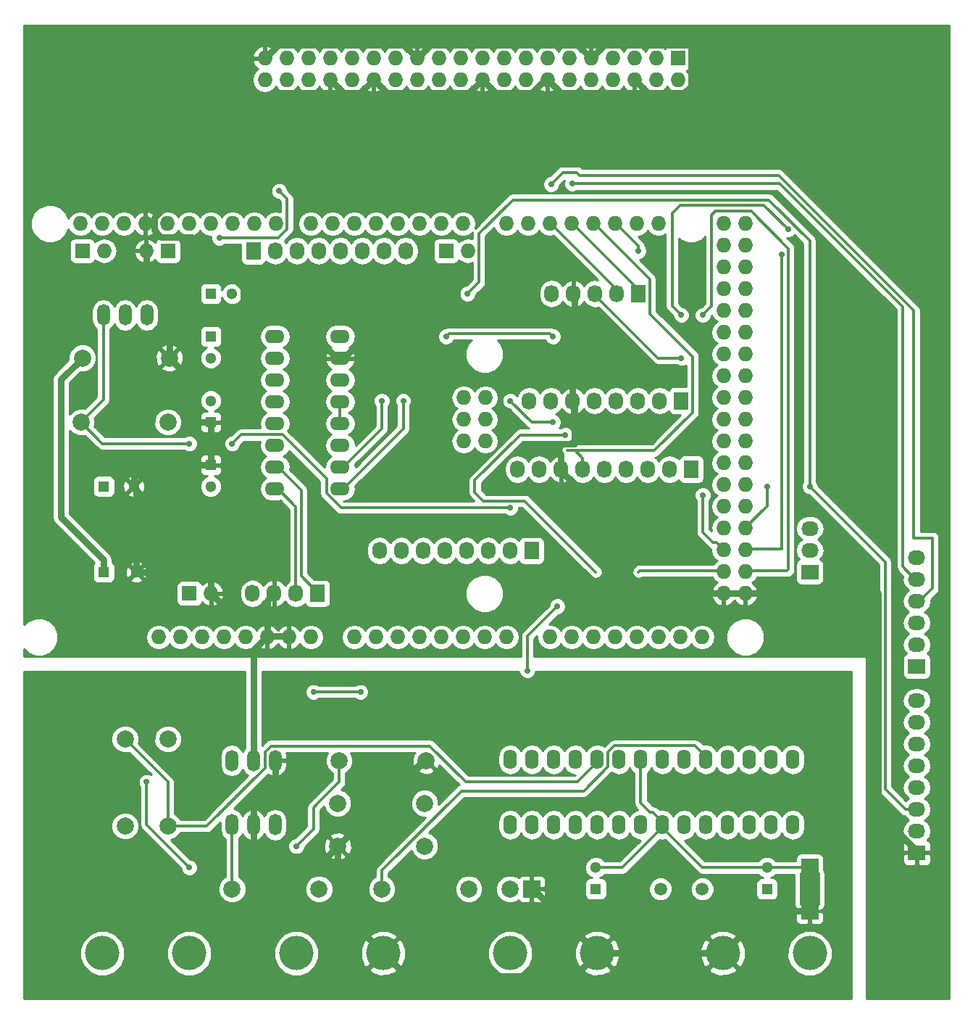
<source format=gbl>
G04 #@! TF.FileFunction,Copper,L2,Bot,Signal*
%FSLAX46Y46*%
G04 Gerber Fmt 4.6, Leading zero omitted, Abs format (unit mm)*
G04 Created by KiCad (PCBNEW 4.0.2+dfsg1-stable) date ma. 28. mai 2018 kl. 14.59 +0200*
%MOMM*%
G01*
G04 APERTURE LIST*
%ADD10C,0.100000*%
%ADD11C,0.304800*%
%ADD12O,1.727200X1.727200*%
%ADD13R,1.300000X1.300000*%
%ADD14C,1.300000*%
%ADD15R,2.000000X2.000000*%
%ADD16C,2.000000*%
%ADD17O,1.600000X2.300000*%
%ADD18C,4.000500*%
%ADD19R,1.727200X2.032000*%
%ADD20O,1.727200X2.032000*%
%ADD21R,1.727200X1.727200*%
%ADD22R,2.032000X1.727200*%
%ADD23O,2.032000X1.727200*%
%ADD24C,1.998980*%
%ADD25O,1.501140X2.499360*%
%ADD26O,2.300000X1.600000*%
%ADD27C,1.501140*%
%ADD28R,1.998980X1.998980*%
%ADD29C,0.700000*%
%ADD30C,0.300000*%
%ADD31C,0.750000*%
%ADD32C,0.254000*%
G04 APERTURE END LIST*
D10*
D11*
X253516000Y-130222000D02*
X253516000Y-133778000D01*
X253516000Y-133778000D02*
X253262000Y-133778000D01*
X253262000Y-133778000D02*
X253262000Y-130222000D01*
X253262000Y-130222000D02*
X253008000Y-130222000D01*
X253008000Y-130222000D02*
X253008000Y-133778000D01*
X253008000Y-133778000D02*
X252754000Y-133778000D01*
X252754000Y-133778000D02*
X252754000Y-130222000D01*
X252754000Y-130222000D02*
X252500000Y-130222000D01*
X252500000Y-130222000D02*
X252500000Y-133778000D01*
X252500000Y-133778000D02*
X252246000Y-133778000D01*
X252246000Y-133778000D02*
X252246000Y-130222000D01*
X252246000Y-130222000D02*
X251992000Y-130222000D01*
X251992000Y-130222000D02*
X251992000Y-133778000D01*
X251992000Y-133778000D02*
X251738000Y-133778000D01*
X251738000Y-133778000D02*
X251738000Y-130222000D01*
X251738000Y-130222000D02*
X251484000Y-130222000D01*
X251484000Y-130222000D02*
X251484000Y-133778000D01*
D12*
X212087000Y-79720000D03*
X214627000Y-79720000D03*
X214627000Y-77180000D03*
X212087000Y-77180000D03*
X214627000Y-74640000D03*
X199260000Y-102580000D03*
X194180000Y-102580000D03*
X191640000Y-102580000D03*
X189100000Y-102580000D03*
X186560000Y-102580000D03*
X184020000Y-102580000D03*
X181480000Y-102580000D03*
X178940000Y-102580000D03*
X234820000Y-54320000D03*
X232280000Y-54320000D03*
X229740000Y-54320000D03*
X227200000Y-54320000D03*
X224660000Y-54320000D03*
X222120000Y-54320000D03*
X219580000Y-54320000D03*
X217040000Y-54320000D03*
X211960000Y-54320000D03*
X209420000Y-54320000D03*
X206880000Y-54320000D03*
X204340000Y-54320000D03*
X201800000Y-54320000D03*
X199260000Y-54320000D03*
X196720000Y-54320000D03*
X194180000Y-54320000D03*
X174876000Y-54320000D03*
X190116000Y-54320000D03*
X187576000Y-54320000D03*
X185036000Y-54320000D03*
X167256000Y-54320000D03*
X169796000Y-54320000D03*
X172336000Y-54320000D03*
X177416000Y-54320000D03*
X179956000Y-54320000D03*
X182496000Y-54320000D03*
X176400000Y-102580000D03*
X201800000Y-102580000D03*
X204340000Y-102580000D03*
X206880000Y-102580000D03*
X209420000Y-102580000D03*
X211960000Y-102580000D03*
X214500000Y-102580000D03*
X217040000Y-102580000D03*
X222120000Y-102580000D03*
X224660000Y-102580000D03*
X227200000Y-102580000D03*
X229740000Y-102580000D03*
X232280000Y-102580000D03*
X234820000Y-102580000D03*
X237360000Y-102580000D03*
X239900000Y-102580000D03*
X242440000Y-54320000D03*
X244980000Y-54320000D03*
X242440000Y-56860000D03*
X244980000Y-56860000D03*
X242440000Y-59400000D03*
X244980000Y-59400000D03*
X242440000Y-61940000D03*
X244980000Y-61940000D03*
X242440000Y-64480000D03*
X244980000Y-64480000D03*
X242440000Y-67020000D03*
X244980000Y-67020000D03*
X242440000Y-69560000D03*
X244980000Y-69560000D03*
X242440000Y-72100000D03*
X244980000Y-72100000D03*
X242440000Y-74640000D03*
X244980000Y-74640000D03*
X242440000Y-77180000D03*
X244980000Y-77180000D03*
X242440000Y-79720000D03*
X244980000Y-79720000D03*
X242440000Y-82260000D03*
X244980000Y-82260000D03*
X242440000Y-84800000D03*
X244980000Y-84800000D03*
X242440000Y-87340000D03*
X244980000Y-87340000D03*
X242440000Y-89880000D03*
X244980000Y-89880000D03*
X242440000Y-92420000D03*
X244980000Y-92420000D03*
X242440000Y-94960000D03*
X244980000Y-94960000D03*
X242440000Y-97500000D03*
X244980000Y-97500000D03*
X212087000Y-74640000D03*
D13*
X247500000Y-132000000D03*
D14*
X247500000Y-129500000D03*
D13*
X227500000Y-132000000D03*
D14*
X227500000Y-129500000D03*
X173500000Y-85000000D03*
D13*
X170000000Y-85000000D03*
X182500000Y-67500000D03*
D14*
X182500000Y-70000000D03*
D13*
X182500000Y-62500000D03*
D14*
X185000000Y-62500000D03*
D13*
X182500000Y-77500000D03*
D14*
X182500000Y-75000000D03*
D13*
X182500000Y-82500000D03*
D14*
X182500000Y-85000000D03*
D13*
X170000000Y-95000000D03*
D14*
X173800000Y-95000000D03*
D15*
X220000000Y-132000000D03*
D16*
X217460000Y-132000000D03*
D17*
X217500000Y-124500000D03*
X220040000Y-124500000D03*
X222580000Y-124500000D03*
X225120000Y-124500000D03*
X227660000Y-124500000D03*
X230200000Y-124500000D03*
X232740000Y-124500000D03*
X235280000Y-124500000D03*
X237820000Y-124500000D03*
X240360000Y-124500000D03*
X242900000Y-124500000D03*
X245440000Y-124500000D03*
X247980000Y-124500000D03*
X250520000Y-124500000D03*
X250520000Y-116880000D03*
X247980000Y-116880000D03*
X245440000Y-116880000D03*
X242900000Y-116880000D03*
X240360000Y-116880000D03*
X237820000Y-116880000D03*
X235280000Y-116880000D03*
X232740000Y-116880000D03*
X230200000Y-116880000D03*
X227660000Y-116880000D03*
X225120000Y-116880000D03*
X222580000Y-116880000D03*
X220040000Y-116880000D03*
X217500000Y-116880000D03*
D18*
X180000000Y-139500000D03*
X169840000Y-139500000D03*
X217500000Y-139500000D03*
X227660000Y-139500000D03*
X192500000Y-139500000D03*
X202660000Y-139500000D03*
X252500000Y-139500000D03*
X242340000Y-139500000D03*
D19*
X238660000Y-83000000D03*
D20*
X236120000Y-83000000D03*
X233580000Y-83000000D03*
X231040000Y-83000000D03*
X228500000Y-83000000D03*
X225960000Y-83000000D03*
X223420000Y-83000000D03*
X220880000Y-83000000D03*
X218340000Y-83000000D03*
D19*
X237500000Y-75000000D03*
D20*
X234960000Y-75000000D03*
X232420000Y-75000000D03*
X229880000Y-75000000D03*
X227340000Y-75000000D03*
X224800000Y-75000000D03*
X222260000Y-75000000D03*
X219720000Y-75000000D03*
D19*
X232500000Y-62500000D03*
D20*
X229960000Y-62500000D03*
X227420000Y-62500000D03*
X224880000Y-62500000D03*
X222340000Y-62500000D03*
D19*
X195000000Y-97500000D03*
D20*
X192460000Y-97500000D03*
X189920000Y-97500000D03*
X187380000Y-97500000D03*
D21*
X177500000Y-57500000D03*
D12*
X174960000Y-57500000D03*
D19*
X220000000Y-92500000D03*
D20*
X217460000Y-92500000D03*
X214920000Y-92500000D03*
X212380000Y-92500000D03*
X209840000Y-92500000D03*
X207300000Y-92500000D03*
X204760000Y-92500000D03*
X202220000Y-92500000D03*
D19*
X187500000Y-57500000D03*
D20*
X190040000Y-57500000D03*
X192580000Y-57500000D03*
X195120000Y-57500000D03*
X197660000Y-57500000D03*
X200200000Y-57500000D03*
X202740000Y-57500000D03*
X205280000Y-57500000D03*
D22*
X252500000Y-95000000D03*
D23*
X252500000Y-92460000D03*
X252500000Y-89920000D03*
D21*
X167500000Y-57500000D03*
D12*
X170040000Y-57500000D03*
D21*
X210000000Y-57500000D03*
D12*
X212540000Y-57500000D03*
D21*
X180000000Y-97500000D03*
D12*
X182540000Y-97500000D03*
D24*
X177500000Y-114500000D03*
X177500000Y-124660000D03*
X172500000Y-114500000D03*
X172500000Y-124660000D03*
X207500000Y-122000000D03*
X197340000Y-122000000D03*
X202500000Y-132000000D03*
X212660000Y-132000000D03*
X185000000Y-132000000D03*
X195160000Y-132000000D03*
X197500000Y-117000000D03*
X207660000Y-117000000D03*
X207500000Y-127000000D03*
X197340000Y-127000000D03*
X177500000Y-77500000D03*
X167340000Y-77500000D03*
X167500000Y-70000000D03*
X177660000Y-70000000D03*
D25*
X187500000Y-124500000D03*
X184960000Y-124500000D03*
X190040000Y-124500000D03*
X187500000Y-117000000D03*
X184960000Y-117000000D03*
X190040000Y-117000000D03*
D26*
X190000000Y-67500000D03*
X190000000Y-70040000D03*
X190000000Y-72580000D03*
X190000000Y-75120000D03*
X190000000Y-77660000D03*
X190000000Y-80200000D03*
X190000000Y-82740000D03*
X190000000Y-85280000D03*
X197620000Y-85280000D03*
X197620000Y-82740000D03*
X197620000Y-80200000D03*
X197620000Y-77660000D03*
X197620000Y-75120000D03*
X197620000Y-72580000D03*
X197620000Y-70040000D03*
X197620000Y-67500000D03*
D25*
X172500000Y-65000000D03*
X169960000Y-65000000D03*
X175040000Y-65000000D03*
D27*
X235059060Y-132000000D03*
X239940940Y-132000000D03*
D28*
X252500000Y-134540000D03*
X252500000Y-129460000D03*
D22*
X265000000Y-106000000D03*
D23*
X265000000Y-103460000D03*
X265000000Y-100920000D03*
X265000000Y-98380000D03*
X265000000Y-95840000D03*
X265000000Y-93300000D03*
D22*
X265000000Y-127780000D03*
D23*
X265000000Y-125240000D03*
X265000000Y-122700000D03*
X265000000Y-120160000D03*
X265000000Y-117620000D03*
X265000000Y-115080000D03*
X265000000Y-112540000D03*
X265000000Y-110000000D03*
D21*
X237080000Y-35000000D03*
D12*
X237080000Y-37540000D03*
X234540000Y-35000000D03*
X234540000Y-37540000D03*
X232000000Y-35000000D03*
X232000000Y-37540000D03*
X229460000Y-35000000D03*
X229460000Y-37540000D03*
X226920000Y-35000000D03*
X226920000Y-37540000D03*
X224380000Y-35000000D03*
X224380000Y-37540000D03*
X221840000Y-35000000D03*
X221840000Y-37540000D03*
X219300000Y-35000000D03*
X219300000Y-37540000D03*
X216760000Y-35000000D03*
X216760000Y-37540000D03*
X214220000Y-35000000D03*
X214220000Y-37540000D03*
X211680000Y-35000000D03*
X211680000Y-37540000D03*
X209140000Y-35000000D03*
X209140000Y-37540000D03*
X206600000Y-35000000D03*
X206600000Y-37540000D03*
X204060000Y-35000000D03*
X204060000Y-37540000D03*
X201520000Y-35000000D03*
X201520000Y-37540000D03*
X198980000Y-35000000D03*
X198980000Y-37540000D03*
X196440000Y-35000000D03*
X196440000Y-37540000D03*
X193900000Y-35000000D03*
X193900000Y-37540000D03*
X191360000Y-35000000D03*
X191360000Y-37540000D03*
X188820000Y-35000000D03*
X188820000Y-37540000D03*
D29*
X175000000Y-119500000D03*
X180000000Y-129500000D03*
X192500000Y-127000000D03*
X190500000Y-50500000D03*
X183500000Y-56000000D03*
X223000000Y-99000000D03*
X219500000Y-106500000D03*
X200000000Y-109000000D03*
X194500000Y-109000000D03*
X232500000Y-57500000D03*
X217500000Y-75000000D03*
X222500000Y-77500000D03*
X240000000Y-65000000D03*
X237500000Y-65000000D03*
X250000000Y-55000000D03*
X249199990Y-57934877D03*
X249199990Y-57934877D03*
X240000000Y-86000000D03*
X223933240Y-78974990D03*
X224718855Y-49655552D03*
X222277472Y-49728307D03*
X237500000Y-70000000D03*
X222500000Y-67500000D03*
X210000000Y-67500000D03*
X212500000Y-62500000D03*
X252500000Y-85000000D03*
X247500000Y-85000000D03*
X217500000Y-87500000D03*
X185000000Y-80000000D03*
X180000000Y-80000000D03*
X205000000Y-75000000D03*
X202500000Y-75000000D03*
D30*
X235280000Y-124500000D02*
X235280000Y-124850000D01*
X235280000Y-124850000D02*
X239930000Y-129500000D01*
X239930000Y-129500000D02*
X246580762Y-129500000D01*
X246580762Y-129500000D02*
X247500000Y-129500000D01*
X227500000Y-129500000D02*
X230630000Y-129500000D01*
X230630000Y-129500000D02*
X235280000Y-124850000D01*
X232740000Y-116880000D02*
X232740000Y-121960000D01*
X232740000Y-121960000D02*
X233830000Y-123050000D01*
X233830000Y-123050000D02*
X234180000Y-123050000D01*
X234180000Y-123050000D02*
X235280000Y-124150000D01*
X235280000Y-124150000D02*
X235280000Y-124500000D01*
X247500000Y-129500000D02*
X252460000Y-129500000D01*
X252460000Y-129500000D02*
X252500000Y-129460000D01*
D31*
X187500000Y-124500000D02*
X187500000Y-129500000D01*
X187500000Y-129500000D02*
X194840000Y-129500000D01*
X194840000Y-129500000D02*
X197340000Y-127000000D01*
X197340000Y-127000000D02*
X207340000Y-117000000D01*
X207340000Y-117000000D02*
X207660000Y-117000000D01*
X187500000Y-122000000D02*
X190040000Y-119460000D01*
X190040000Y-119460000D02*
X190040000Y-117000000D01*
X187500000Y-124500000D02*
X187500000Y-122000000D01*
X197340000Y-127000000D02*
X197340000Y-134180000D01*
X197340000Y-134180000D02*
X202660000Y-139500000D01*
X202660000Y-139500000D02*
X205335251Y-142175251D01*
X205335251Y-142175251D02*
X224984749Y-142175251D01*
X224984749Y-142175251D02*
X225659751Y-141500249D01*
X225659751Y-141500249D02*
X227660000Y-139500000D01*
X227660000Y-139500000D02*
X220160000Y-132000000D01*
X220160000Y-132000000D02*
X220000000Y-132000000D01*
X242340000Y-139500000D02*
X227660000Y-139500000D01*
X252500000Y-134540000D02*
X247300000Y-134540000D01*
X247300000Y-134540000D02*
X242340000Y-139500000D01*
D30*
X185000000Y-132000000D02*
X185000000Y-124540000D01*
X185000000Y-124540000D02*
X184960000Y-124500000D01*
X180000000Y-129500000D02*
X175000000Y-124500000D01*
X175000000Y-124500000D02*
X175000000Y-119500000D01*
X195000000Y-122000000D02*
X194498270Y-122501730D01*
X194498270Y-122501730D02*
X194498270Y-125001730D01*
X194498270Y-125001730D02*
X192500000Y-127000000D01*
X197500000Y-117000000D02*
X197500000Y-119500000D01*
X197500000Y-119500000D02*
X195000000Y-122000000D01*
X183500000Y-56000000D02*
X190380130Y-56000000D01*
X190380130Y-56000000D02*
X191429601Y-54950529D01*
X191429601Y-54950529D02*
X191429601Y-51429601D01*
X191429601Y-51429601D02*
X190500000Y-50500000D01*
X219500000Y-106500000D02*
X219500000Y-102500000D01*
X219500000Y-102500000D02*
X223000000Y-99000000D01*
X199000000Y-109000000D02*
X200000000Y-109000000D01*
X194500000Y-109000000D02*
X199000000Y-109000000D01*
X197620000Y-75120000D02*
X197620000Y-77660000D01*
X240360000Y-116880000D02*
X240360000Y-116530000D01*
X240360000Y-116530000D02*
X239109990Y-115279990D01*
X229642249Y-115279990D02*
X228910010Y-116012229D01*
X228910010Y-116012229D02*
X228910010Y-117747771D01*
X239109990Y-115279990D02*
X229642249Y-115279990D01*
X226107272Y-120550509D02*
X211804243Y-120550509D01*
X228910010Y-117747771D02*
X226107272Y-120550509D01*
X211804243Y-120550509D02*
X202500000Y-129854752D01*
X202500000Y-129854752D02*
X202500000Y-130586508D01*
X202500000Y-130586508D02*
X202500000Y-132000000D01*
X177500000Y-124660000D02*
X177500000Y-119500000D01*
X177500000Y-119500000D02*
X172500000Y-114500000D01*
X227660000Y-116880000D02*
X227660000Y-117230000D01*
X178913492Y-124660000D02*
X177500000Y-124660000D01*
X227660000Y-117230000D02*
X225390000Y-119500000D01*
X225390000Y-119500000D02*
X212305248Y-119500000D01*
X212305248Y-119500000D02*
X208105558Y-115300310D01*
X208105558Y-115300310D02*
X189542704Y-115300310D01*
X189542704Y-115300310D02*
X188839420Y-116003594D01*
X188839420Y-116003594D02*
X188839420Y-117857566D01*
X188839420Y-117857566D02*
X182036986Y-124660000D01*
X182036986Y-124660000D02*
X178913492Y-124660000D01*
X232500000Y-57500000D02*
X232500000Y-56922500D01*
X232500000Y-56922500D02*
X229781100Y-54203600D01*
X222500000Y-77500000D02*
X220000000Y-77500000D01*
X220000000Y-77500000D02*
X217500000Y-75000000D01*
X234364592Y-80825010D02*
X224500000Y-80825010D01*
X224500000Y-80825010D02*
X224174990Y-80825010D01*
X225960000Y-81684000D02*
X225101010Y-80825010D01*
X225960000Y-83000000D02*
X225960000Y-81684000D01*
X225101010Y-80825010D02*
X224500000Y-80825010D01*
X227241100Y-54203600D02*
X233813601Y-60776101D01*
X233813601Y-60776101D02*
X233813601Y-64853139D01*
X233813601Y-64853139D02*
X238813601Y-69853139D01*
X238813601Y-69853139D02*
X238813601Y-76376001D01*
X238813601Y-76376001D02*
X234364592Y-80825010D01*
X245021100Y-94843600D02*
X249843600Y-94843600D01*
X250000000Y-57238370D02*
X245651629Y-52889999D01*
X245651629Y-52889999D02*
X241479392Y-52889999D01*
X241479392Y-52889999D02*
X241040096Y-53329295D01*
X249843600Y-94843600D02*
X250000000Y-94687200D01*
X250000000Y-94687200D02*
X250000000Y-57238370D01*
X241040096Y-53329295D02*
X241040096Y-63959904D01*
X241040096Y-63959904D02*
X240000000Y-65000000D01*
X250000000Y-55000000D02*
X247153599Y-52153599D01*
X247153599Y-52153599D02*
X237405218Y-52153599D01*
X237405218Y-52153599D02*
X236413533Y-53145284D01*
X236413533Y-53145284D02*
X236413533Y-63913533D01*
X236413533Y-63913533D02*
X237500000Y-65000000D01*
X249203590Y-92303600D02*
X249203590Y-57938477D01*
X249203590Y-57938477D02*
X249199990Y-57934877D01*
X245021100Y-92303600D02*
X249203590Y-92303600D01*
X242440000Y-92420000D02*
X241576401Y-91556401D01*
X241576401Y-91556401D02*
X241209401Y-91556401D01*
X241209401Y-91556401D02*
X240000000Y-90347000D01*
X240000000Y-86000000D02*
X240000000Y-90347000D01*
X227500000Y-95000000D02*
X219199999Y-86699999D01*
X219199999Y-86699999D02*
X214369874Y-86699999D01*
X213366390Y-85696515D02*
X213366390Y-84303485D01*
X214369874Y-86699999D02*
X213366390Y-85696515D01*
X213366390Y-84303485D02*
X218694885Y-78974990D01*
X218694885Y-78974990D02*
X223933240Y-78974990D01*
X242481100Y-94843600D02*
X232656400Y-94843600D01*
X232656400Y-94843600D02*
X232500000Y-95000000D01*
X265000000Y-95840000D02*
X264847600Y-95840000D01*
X264847600Y-95840000D02*
X263381970Y-94374370D01*
X263381970Y-94374370D02*
X263381970Y-64049330D01*
X263381970Y-64049330D02*
X248988192Y-49655552D01*
X248988192Y-49655552D02*
X225213829Y-49655552D01*
X225213829Y-49655552D02*
X224718855Y-49655552D01*
X224701100Y-54203600D02*
X232500000Y-62002500D01*
X232500000Y-62002500D02*
X232500000Y-62500000D01*
X265000000Y-98380000D02*
X265152400Y-98380000D01*
X266842591Y-96885390D02*
X266842591Y-91028861D01*
X265152400Y-98380000D02*
X264672370Y-97899970D01*
X264672370Y-97899970D02*
X264672370Y-99055611D01*
X264672370Y-99055611D02*
X266842591Y-96885390D01*
X222627471Y-49378308D02*
X222277472Y-49728307D01*
X266842591Y-91028861D02*
X264672370Y-91028861D01*
X264672370Y-91028861D02*
X264672370Y-64491187D01*
X223655840Y-48349939D02*
X222627471Y-49378308D01*
X264672370Y-64491187D02*
X248857516Y-48676333D01*
X248857516Y-48676333D02*
X225618855Y-48676333D01*
X225292461Y-48349939D02*
X223655840Y-48349939D01*
X225618855Y-48676333D02*
X225292461Y-48349939D01*
X222161100Y-54203600D02*
X229960000Y-62002500D01*
X229960000Y-62002500D02*
X229960000Y-62500000D01*
X265000000Y-122700000D02*
X263684000Y-122700000D01*
X263684000Y-122700000D02*
X261325010Y-120341010D01*
X261325010Y-120341010D02*
X261325010Y-93825010D01*
X261325010Y-93825010D02*
X252849999Y-85349999D01*
X252849999Y-85349999D02*
X252500000Y-85000000D01*
X234767600Y-70000000D02*
X237500000Y-70000000D01*
X227420000Y-62652400D02*
X234767600Y-70000000D01*
X210000000Y-67500000D02*
X210349999Y-67150001D01*
X210349999Y-67150001D02*
X222150001Y-67150001D01*
X222150001Y-67150001D02*
X222500000Y-67500000D01*
X252500000Y-85000000D02*
X252500000Y-56315998D01*
X252500000Y-56315998D02*
X247737591Y-51553589D01*
X247737591Y-51553589D02*
X217786981Y-51553589D01*
X217786981Y-51553589D02*
X213853601Y-55486969D01*
X213853601Y-55486969D02*
X213853601Y-61146399D01*
X213853601Y-61146399D02*
X212500000Y-62500000D01*
X245021100Y-89763600D02*
X247500000Y-87284700D01*
X247500000Y-87284700D02*
X247500000Y-85000000D01*
X227420000Y-62500000D02*
X227420000Y-62652400D01*
X193060010Y-95407610D02*
X193060010Y-85450010D01*
X193060010Y-85450010D02*
X190350000Y-82740000D01*
X190350000Y-82740000D02*
X190000000Y-82740000D01*
X195000000Y-97500000D02*
X195000000Y-97347600D01*
X195000000Y-97347600D02*
X193060010Y-95407610D01*
X192460000Y-97500000D02*
X192460000Y-87390000D01*
X192460000Y-87390000D02*
X190350000Y-85280000D01*
X190350000Y-85280000D02*
X190000000Y-85280000D01*
X185000000Y-80000000D02*
X186050010Y-78949990D01*
X186050010Y-78949990D02*
X190867771Y-78949990D01*
X196019990Y-85797771D02*
X197722219Y-87500000D01*
X197722219Y-87500000D02*
X217500000Y-87500000D01*
X190867771Y-78949990D02*
X196019990Y-84102209D01*
X196019990Y-84102209D02*
X196019990Y-85797771D01*
X167340000Y-77500000D02*
X169840000Y-80000000D01*
X169840000Y-80000000D02*
X180000000Y-80000000D01*
X167340000Y-77500000D02*
X169960000Y-74880000D01*
X169960000Y-74880000D02*
X169960000Y-65000000D01*
X197620000Y-85280000D02*
X197970000Y-85280000D01*
X197970000Y-85280000D02*
X205000000Y-78250000D01*
X205000000Y-78250000D02*
X205000000Y-75000000D01*
X202500000Y-75000000D02*
X202500000Y-78210000D01*
X202500000Y-78210000D02*
X197970000Y-82740000D01*
X197970000Y-82740000D02*
X197620000Y-82740000D01*
D31*
X192230000Y-65000000D02*
X186000000Y-65000000D01*
X197978601Y-39078601D02*
X190380269Y-39078601D01*
X180319603Y-55858601D02*
X186325001Y-61863999D01*
X186000000Y-65000000D02*
X177660000Y-65000000D01*
X190380269Y-39078601D02*
X175877399Y-53581471D01*
X175877399Y-53581471D02*
X175877399Y-55058529D01*
X175877399Y-55058529D02*
X176677471Y-55858601D01*
X176677471Y-55858601D02*
X180319603Y-55858601D01*
X186325001Y-61863999D02*
X186325001Y-64674999D01*
X186325001Y-64674999D02*
X186000000Y-65000000D01*
X201520000Y-37540000D02*
X199981399Y-39078601D01*
X199981399Y-39078601D02*
X197978601Y-39078601D01*
X197978601Y-39078601D02*
X197303599Y-38403599D01*
X197303599Y-38403599D02*
X196440000Y-37540000D01*
X214220000Y-37540000D02*
X212681399Y-39078601D01*
X212681399Y-39078601D02*
X203058601Y-39078601D01*
X203058601Y-39078601D02*
X202383599Y-38403599D01*
X202383599Y-38403599D02*
X201520000Y-37540000D01*
X221840000Y-37540000D02*
X221577130Y-37540000D01*
X221577130Y-37540000D02*
X220038529Y-39078601D01*
X220038529Y-39078601D02*
X215758601Y-39078601D01*
X215758601Y-39078601D02*
X215083599Y-38403599D01*
X215083599Y-38403599D02*
X214220000Y-37540000D01*
X188820000Y-35000000D02*
X190358601Y-33461399D01*
X190358601Y-33461399D02*
X238483601Y-33461399D01*
X238483601Y-33461399D02*
X238618601Y-33596399D01*
X237818529Y-39078601D02*
X223378601Y-39078601D01*
X238618601Y-33596399D02*
X238618601Y-38278529D01*
X238618601Y-38278529D02*
X237818529Y-39078601D01*
X223378601Y-39078601D02*
X222703599Y-38403599D01*
X222703599Y-38403599D02*
X221840000Y-37540000D01*
X206600000Y-35000000D02*
X205061399Y-33461399D01*
X205061399Y-33461399D02*
X190358601Y-33461399D01*
X226920000Y-35000000D02*
X225381399Y-33461399D01*
X225381399Y-33461399D02*
X208138601Y-33461399D01*
X208138601Y-33461399D02*
X207463599Y-34136401D01*
X207463599Y-34136401D02*
X206600000Y-35000000D01*
X232000000Y-37540000D02*
X233538601Y-39078601D01*
X233538601Y-39078601D02*
X237818529Y-39078601D01*
X238483601Y-33461399D02*
X228458601Y-33461399D01*
X228458601Y-33461399D02*
X227783599Y-34136401D01*
X227783599Y-34136401D02*
X226920000Y-35000000D01*
X260500000Y-97500000D02*
X244980000Y-97500000D01*
X260500000Y-123068323D02*
X260500000Y-97500000D01*
X265000000Y-127780000D02*
X265000000Y-127568323D01*
X265000000Y-127568323D02*
X260500000Y-123068323D01*
X230000000Y-97500000D02*
X230000000Y-89732400D01*
X230000000Y-89732400D02*
X223420000Y-83152400D01*
X223420000Y-83152400D02*
X223420000Y-83000000D01*
X242440000Y-97500000D02*
X230000000Y-97500000D01*
X244980000Y-97500000D02*
X242440000Y-97500000D01*
X187500000Y-110000000D02*
X187500000Y-117000000D01*
X223420000Y-83000000D02*
X223420000Y-81234000D01*
X223420000Y-81234000D02*
X222500000Y-80314000D01*
X222500000Y-80314000D02*
X222500000Y-80000000D01*
X197620000Y-70040000D02*
X197970000Y-70040000D01*
X197970000Y-70040000D02*
X203010000Y-65000000D01*
X203010000Y-65000000D02*
X225000000Y-65000000D01*
X225000000Y-65000000D02*
X225000000Y-72500000D01*
X187500000Y-110000000D02*
X187500000Y-104104700D01*
X187500000Y-104104700D02*
X189141100Y-102463600D01*
X225000000Y-80000000D02*
X222500000Y-80000000D01*
X225000000Y-75352400D02*
X225000000Y-80000000D01*
X224800000Y-75000000D02*
X224800000Y-75152400D01*
X224800000Y-75152400D02*
X225000000Y-75352400D01*
X225000000Y-62500000D02*
X224880000Y-62500000D01*
X225000000Y-72500000D02*
X225000000Y-62500000D01*
X225000000Y-72500000D02*
X224800000Y-72700000D01*
X224800000Y-72700000D02*
X224800000Y-75000000D01*
X177660000Y-70000000D02*
X177660000Y-65000000D01*
X177660000Y-65000000D02*
X177660000Y-62660000D01*
X197620000Y-70040000D02*
X197270000Y-70040000D01*
X197270000Y-70040000D02*
X192230000Y-65000000D01*
X177660000Y-62660000D02*
X177500000Y-62500000D01*
X177660000Y-62660000D02*
X174960000Y-59960000D01*
X174960000Y-59960000D02*
X174960000Y-57500000D01*
X180000000Y-77500000D02*
X180000000Y-72340000D01*
X180000000Y-72340000D02*
X177660000Y-70000000D01*
X182500000Y-77500000D02*
X180000000Y-77500000D01*
X182500000Y-82500000D02*
X182500000Y-77500000D01*
X175000000Y-82500000D02*
X182500000Y-82500000D01*
X173500000Y-84000000D02*
X175000000Y-82500000D01*
X173500000Y-85000000D02*
X173500000Y-84000000D01*
X173800000Y-95000000D02*
X173800000Y-85300000D01*
X173800000Y-85300000D02*
X173500000Y-85000000D01*
X182540000Y-95040000D02*
X182500000Y-95000000D01*
X182500000Y-95000000D02*
X173800000Y-95000000D01*
X182540000Y-97500000D02*
X182540000Y-95040000D01*
X189141100Y-102463600D02*
X189141100Y-100000000D01*
X189141100Y-100000000D02*
X189141100Y-98278900D01*
X185000000Y-99960000D02*
X189101100Y-99960000D01*
X189101100Y-99960000D02*
X189141100Y-100000000D01*
X182540000Y-97500000D02*
X185000000Y-99960000D01*
X189141100Y-98278900D02*
X189920000Y-97500000D01*
X189141100Y-102463600D02*
X191681100Y-102463600D01*
X167500000Y-70000000D02*
X165000000Y-72500000D01*
X165000000Y-72500000D02*
X165000000Y-88600000D01*
X165000000Y-88600000D02*
X170000000Y-93600000D01*
X170000000Y-93600000D02*
X170000000Y-95000000D01*
D32*
G36*
X186490000Y-115529499D02*
X186230000Y-115918616D01*
X185939746Y-115484221D01*
X185490235Y-115183867D01*
X184960000Y-115078397D01*
X184429765Y-115183867D01*
X183980254Y-115484221D01*
X183679900Y-115933732D01*
X183574430Y-116463967D01*
X183574430Y-117536033D01*
X183679900Y-118066268D01*
X183980254Y-118515779D01*
X184429765Y-118816133D01*
X184960000Y-118921603D01*
X185490235Y-118816133D01*
X185939746Y-118515779D01*
X186230000Y-118081384D01*
X186520254Y-118515779D01*
X186850431Y-118736397D01*
X181711828Y-123875000D01*
X178944166Y-123875000D01*
X178886462Y-123735345D01*
X178427073Y-123275154D01*
X178285000Y-123216160D01*
X178285000Y-119500000D01*
X178225245Y-119199594D01*
X178055079Y-118944921D01*
X174076258Y-114966100D01*
X174134206Y-114826547D01*
X174134208Y-114823694D01*
X175865226Y-114823694D01*
X176113538Y-115424655D01*
X176572927Y-115884846D01*
X177173453Y-116134206D01*
X177823694Y-116134774D01*
X178424655Y-115886462D01*
X178884846Y-115427073D01*
X179134206Y-114826547D01*
X179134774Y-114176306D01*
X178886462Y-113575345D01*
X178427073Y-113115154D01*
X177826547Y-112865794D01*
X177176306Y-112865226D01*
X176575345Y-113113538D01*
X176115154Y-113572927D01*
X175865794Y-114173453D01*
X175865226Y-114823694D01*
X174134208Y-114823694D01*
X174134774Y-114176306D01*
X173886462Y-113575345D01*
X173427073Y-113115154D01*
X172826547Y-112865794D01*
X172176306Y-112865226D01*
X171575345Y-113113538D01*
X171115154Y-113572927D01*
X170865794Y-114173453D01*
X170865226Y-114823694D01*
X171113538Y-115424655D01*
X171572927Y-115884846D01*
X172173453Y-116134206D01*
X172823694Y-116134774D01*
X172965870Y-116076028D01*
X175552873Y-118663031D01*
X175196788Y-118515172D01*
X174804931Y-118514830D01*
X174442771Y-118664471D01*
X174165445Y-118941314D01*
X174015172Y-119303212D01*
X174014830Y-119695069D01*
X174164471Y-120057229D01*
X174215000Y-120107846D01*
X174215000Y-124500000D01*
X174274755Y-124800407D01*
X174444921Y-125055079D01*
X179014891Y-129625049D01*
X179014830Y-129695069D01*
X179164471Y-130057229D01*
X179441314Y-130334555D01*
X179803212Y-130484828D01*
X180195069Y-130485170D01*
X180557229Y-130335529D01*
X180834555Y-130058686D01*
X180984828Y-129696788D01*
X180985170Y-129304931D01*
X180835529Y-128942771D01*
X180558686Y-128665445D01*
X180196788Y-128515172D01*
X180125268Y-128515110D01*
X177881179Y-126271021D01*
X178424655Y-126046462D01*
X178884846Y-125587073D01*
X178943840Y-125445000D01*
X182036986Y-125445000D01*
X182337393Y-125385245D01*
X182592065Y-125215079D01*
X183574430Y-124232714D01*
X183574430Y-125036033D01*
X183679900Y-125566268D01*
X183980254Y-126015779D01*
X184215000Y-126172631D01*
X184215000Y-130555834D01*
X184075345Y-130613538D01*
X183615154Y-131072927D01*
X183365794Y-131673453D01*
X183365226Y-132323694D01*
X183613538Y-132924655D01*
X184072927Y-133384846D01*
X184673453Y-133634206D01*
X185323694Y-133634774D01*
X185924655Y-133386462D01*
X186384846Y-132927073D01*
X186634206Y-132326547D01*
X186634208Y-132323694D01*
X193525226Y-132323694D01*
X193773538Y-132924655D01*
X194232927Y-133384846D01*
X194833453Y-133634206D01*
X195483694Y-133634774D01*
X196084655Y-133386462D01*
X196544846Y-132927073D01*
X196794206Y-132326547D01*
X196794774Y-131676306D01*
X196546462Y-131075345D01*
X196087073Y-130615154D01*
X195486547Y-130365794D01*
X194836306Y-130365226D01*
X194235345Y-130613538D01*
X193775154Y-131072927D01*
X193525794Y-131673453D01*
X193525226Y-132323694D01*
X186634208Y-132323694D01*
X186634774Y-131676306D01*
X186386462Y-131075345D01*
X185927073Y-130615154D01*
X185785000Y-130556160D01*
X185785000Y-128152163D01*
X196367443Y-128152163D01*
X196466042Y-128418965D01*
X197075582Y-128645401D01*
X197725377Y-128621341D01*
X198213958Y-128418965D01*
X198312557Y-128152163D01*
X197340000Y-127179605D01*
X196367443Y-128152163D01*
X185785000Y-128152163D01*
X185785000Y-126119177D01*
X185939746Y-126015779D01*
X186240100Y-125566268D01*
X186241950Y-125556968D01*
X186268501Y-125646677D01*
X186610056Y-126068658D01*
X187087097Y-126327810D01*
X187158725Y-126341993D01*
X187373000Y-126219339D01*
X187373000Y-124627000D01*
X187353000Y-124627000D01*
X187353000Y-124373000D01*
X187373000Y-124373000D01*
X187373000Y-122780661D01*
X187627000Y-122780661D01*
X187627000Y-124373000D01*
X187647000Y-124373000D01*
X187647000Y-124627000D01*
X187627000Y-124627000D01*
X187627000Y-126219339D01*
X187841275Y-126341993D01*
X187912903Y-126327810D01*
X188389944Y-126068658D01*
X188731499Y-125646677D01*
X188758050Y-125556968D01*
X188759900Y-125566268D01*
X189060254Y-126015779D01*
X189509765Y-126316133D01*
X190040000Y-126421603D01*
X190570235Y-126316133D01*
X191019746Y-126015779D01*
X191320100Y-125566268D01*
X191425570Y-125036033D01*
X191425570Y-123963967D01*
X191320100Y-123433732D01*
X191019746Y-122984221D01*
X190570235Y-122683867D01*
X190040000Y-122578397D01*
X189509765Y-122683867D01*
X189060254Y-122984221D01*
X188759900Y-123433732D01*
X188758050Y-123443032D01*
X188731499Y-123353323D01*
X188389944Y-122931342D01*
X187912903Y-122672190D01*
X187841275Y-122658007D01*
X187627000Y-122780661D01*
X187373000Y-122780661D01*
X187158725Y-122658007D01*
X187087097Y-122672190D01*
X186610056Y-122931342D01*
X186268501Y-123353323D01*
X186241950Y-123443032D01*
X186240100Y-123433732D01*
X185939746Y-122984221D01*
X185490235Y-122683867D01*
X185184159Y-122622985D01*
X189207357Y-118599787D01*
X189627097Y-118827810D01*
X189698725Y-118841993D01*
X189913000Y-118719339D01*
X189913000Y-117127000D01*
X190167000Y-117127000D01*
X190167000Y-118719339D01*
X190381275Y-118841993D01*
X190452903Y-118827810D01*
X190929944Y-118568658D01*
X191271499Y-118146677D01*
X191425570Y-117626110D01*
X191425570Y-117127000D01*
X190167000Y-117127000D01*
X189913000Y-117127000D01*
X189893000Y-117127000D01*
X189893000Y-116873000D01*
X189913000Y-116873000D01*
X189913000Y-116853000D01*
X190167000Y-116853000D01*
X190167000Y-116873000D01*
X191425570Y-116873000D01*
X191425570Y-116373890D01*
X191340160Y-116085310D01*
X196110012Y-116085310D01*
X195865794Y-116673453D01*
X195865226Y-117323694D01*
X196113538Y-117924655D01*
X196572927Y-118384846D01*
X196715000Y-118443840D01*
X196715000Y-119174842D01*
X193943191Y-121946651D01*
X193773025Y-122201323D01*
X193760359Y-122265000D01*
X193713270Y-122501730D01*
X193713270Y-124676573D01*
X192374951Y-126014891D01*
X192304931Y-126014830D01*
X191942771Y-126164471D01*
X191665445Y-126441314D01*
X191515172Y-126803212D01*
X191514830Y-127195069D01*
X191664471Y-127557229D01*
X191941314Y-127834555D01*
X192303212Y-127984828D01*
X192695069Y-127985170D01*
X193057229Y-127835529D01*
X193334555Y-127558686D01*
X193484828Y-127196788D01*
X193484890Y-127125267D01*
X193874575Y-126735582D01*
X195694599Y-126735582D01*
X195718659Y-127385377D01*
X195921035Y-127873958D01*
X196187837Y-127972557D01*
X197160395Y-127000000D01*
X197519605Y-127000000D01*
X198492163Y-127972557D01*
X198758965Y-127873958D01*
X198985401Y-127264418D01*
X198961341Y-126614623D01*
X198758965Y-126126042D01*
X198492163Y-126027443D01*
X197519605Y-127000000D01*
X197160395Y-127000000D01*
X196187837Y-126027443D01*
X195921035Y-126126042D01*
X195694599Y-126735582D01*
X193874575Y-126735582D01*
X194762320Y-125847837D01*
X196367443Y-125847837D01*
X197340000Y-126820395D01*
X198312557Y-125847837D01*
X198213958Y-125581035D01*
X197604418Y-125354599D01*
X196954623Y-125378659D01*
X196466042Y-125581035D01*
X196367443Y-125847837D01*
X194762320Y-125847837D01*
X195053346Y-125556811D01*
X195053349Y-125556809D01*
X195223515Y-125302136D01*
X195240832Y-125215079D01*
X195283271Y-125001730D01*
X195283270Y-125001725D01*
X195283270Y-122826888D01*
X195728979Y-122381179D01*
X195953538Y-122924655D01*
X196412927Y-123384846D01*
X197013453Y-123634206D01*
X197663694Y-123634774D01*
X198264655Y-123386462D01*
X198724846Y-122927073D01*
X198974206Y-122326547D01*
X198974774Y-121676306D01*
X198726462Y-121075345D01*
X198267073Y-120615154D01*
X197721532Y-120388626D01*
X198055079Y-120055079D01*
X198225245Y-119800406D01*
X198285000Y-119500000D01*
X198285000Y-118444166D01*
X198424655Y-118386462D01*
X198659363Y-118152163D01*
X206687443Y-118152163D01*
X206786042Y-118418965D01*
X207395582Y-118645401D01*
X208045377Y-118621341D01*
X208533958Y-118418965D01*
X208632557Y-118152163D01*
X207660000Y-117179605D01*
X206687443Y-118152163D01*
X198659363Y-118152163D01*
X198884846Y-117927073D01*
X199134206Y-117326547D01*
X199134774Y-116676306D01*
X198890579Y-116085310D01*
X206351253Y-116085310D01*
X206241035Y-116126042D01*
X206014599Y-116735582D01*
X206038659Y-117385377D01*
X206241035Y-117873958D01*
X206507837Y-117972557D01*
X207480395Y-117000000D01*
X207466252Y-116985858D01*
X207645858Y-116806252D01*
X207660000Y-116820395D01*
X207674142Y-116806252D01*
X207853748Y-116985858D01*
X207839605Y-117000000D01*
X208812163Y-117972557D01*
X209078965Y-117873958D01*
X209211711Y-117516621D01*
X211517614Y-119822524D01*
X211503837Y-119825264D01*
X211249164Y-119995430D01*
X209134395Y-122110199D01*
X209134774Y-121676306D01*
X208886462Y-121075345D01*
X208427073Y-120615154D01*
X207826547Y-120365794D01*
X207176306Y-120365226D01*
X206575345Y-120613538D01*
X206115154Y-121072927D01*
X205865794Y-121673453D01*
X205865226Y-122323694D01*
X206113538Y-122924655D01*
X206572927Y-123384846D01*
X207173453Y-123634206D01*
X207610007Y-123634587D01*
X201944921Y-129299673D01*
X201774755Y-129554345D01*
X201774755Y-129554346D01*
X201715000Y-129854752D01*
X201715000Y-130555834D01*
X201575345Y-130613538D01*
X201115154Y-131072927D01*
X200865794Y-131673453D01*
X200865226Y-132323694D01*
X201113538Y-132924655D01*
X201572927Y-133384846D01*
X202173453Y-133634206D01*
X202823694Y-133634774D01*
X203424655Y-133386462D01*
X203884846Y-132927073D01*
X204134206Y-132326547D01*
X204134208Y-132323694D01*
X211025226Y-132323694D01*
X211273538Y-132924655D01*
X211732927Y-133384846D01*
X212333453Y-133634206D01*
X212983694Y-133634774D01*
X213584655Y-133386462D01*
X214044846Y-132927073D01*
X214294206Y-132326547D01*
X214294208Y-132323795D01*
X215824716Y-132323795D01*
X216073106Y-132924943D01*
X216532637Y-133385278D01*
X217133352Y-133634716D01*
X217783795Y-133635284D01*
X218384943Y-133386894D01*
X218447197Y-133324749D01*
X218461673Y-133359698D01*
X218640301Y-133538327D01*
X218873690Y-133635000D01*
X219714250Y-133635000D01*
X219873000Y-133476250D01*
X219873000Y-132127000D01*
X220127000Y-132127000D01*
X220127000Y-133476250D01*
X220285750Y-133635000D01*
X221126310Y-133635000D01*
X221359699Y-133538327D01*
X221538327Y-133359698D01*
X221635000Y-133126309D01*
X221635000Y-132285750D01*
X221476250Y-132127000D01*
X220127000Y-132127000D01*
X219873000Y-132127000D01*
X219853000Y-132127000D01*
X219853000Y-131873000D01*
X219873000Y-131873000D01*
X219873000Y-130523750D01*
X220127000Y-130523750D01*
X220127000Y-131873000D01*
X221476250Y-131873000D01*
X221635000Y-131714250D01*
X221635000Y-130873691D01*
X221538327Y-130640302D01*
X221359699Y-130461673D01*
X221126310Y-130365000D01*
X220285750Y-130365000D01*
X220127000Y-130523750D01*
X219873000Y-130523750D01*
X219714250Y-130365000D01*
X218873690Y-130365000D01*
X218640301Y-130461673D01*
X218461673Y-130640302D01*
X218447370Y-130674834D01*
X218387363Y-130614722D01*
X217786648Y-130365284D01*
X217136205Y-130364716D01*
X216535057Y-130613106D01*
X216074722Y-131072637D01*
X215825284Y-131673352D01*
X215824716Y-132323795D01*
X214294208Y-132323795D01*
X214294774Y-131676306D01*
X214046462Y-131075345D01*
X213587073Y-130615154D01*
X212986547Y-130365794D01*
X212336306Y-130365226D01*
X211735345Y-130613538D01*
X211275154Y-131072927D01*
X211025794Y-131673453D01*
X211025226Y-132323694D01*
X204134208Y-132323694D01*
X204134774Y-131676306D01*
X203886462Y-131075345D01*
X203427073Y-130615154D01*
X203285000Y-130556160D01*
X203285000Y-130179910D01*
X205945920Y-127518990D01*
X206113538Y-127924655D01*
X206572927Y-128384846D01*
X207173453Y-128634206D01*
X207823694Y-128634774D01*
X208424655Y-128386462D01*
X208884846Y-127927073D01*
X209134206Y-127326547D01*
X209134774Y-126676306D01*
X208886462Y-126075345D01*
X208427073Y-125615154D01*
X208019143Y-125445767D01*
X212129401Y-121335509D01*
X226107272Y-121335509D01*
X226407679Y-121275754D01*
X226662351Y-121105588D01*
X229366919Y-118401020D01*
X229650849Y-118590737D01*
X230200000Y-118699970D01*
X230749151Y-118590737D01*
X231214698Y-118279668D01*
X231470000Y-117897582D01*
X231725302Y-118279668D01*
X231955000Y-118433148D01*
X231955000Y-121960000D01*
X232014755Y-122260407D01*
X232184921Y-122515079D01*
X232414598Y-122744756D01*
X232190849Y-122789263D01*
X231725302Y-123100332D01*
X231470000Y-123482418D01*
X231214698Y-123100332D01*
X230749151Y-122789263D01*
X230200000Y-122680030D01*
X229650849Y-122789263D01*
X229185302Y-123100332D01*
X228930000Y-123482418D01*
X228674698Y-123100332D01*
X228209151Y-122789263D01*
X227660000Y-122680030D01*
X227110849Y-122789263D01*
X226645302Y-123100332D01*
X226390000Y-123482418D01*
X226134698Y-123100332D01*
X225669151Y-122789263D01*
X225120000Y-122680030D01*
X224570849Y-122789263D01*
X224105302Y-123100332D01*
X223850000Y-123482418D01*
X223594698Y-123100332D01*
X223129151Y-122789263D01*
X222580000Y-122680030D01*
X222030849Y-122789263D01*
X221565302Y-123100332D01*
X221310000Y-123482418D01*
X221054698Y-123100332D01*
X220589151Y-122789263D01*
X220040000Y-122680030D01*
X219490849Y-122789263D01*
X219025302Y-123100332D01*
X218770000Y-123482418D01*
X218514698Y-123100332D01*
X218049151Y-122789263D01*
X217500000Y-122680030D01*
X216950849Y-122789263D01*
X216485302Y-123100332D01*
X216174233Y-123565879D01*
X216065000Y-124115030D01*
X216065000Y-124884970D01*
X216174233Y-125434121D01*
X216485302Y-125899668D01*
X216950849Y-126210737D01*
X217500000Y-126319970D01*
X218049151Y-126210737D01*
X218514698Y-125899668D01*
X218770000Y-125517582D01*
X219025302Y-125899668D01*
X219490849Y-126210737D01*
X220040000Y-126319970D01*
X220589151Y-126210737D01*
X221054698Y-125899668D01*
X221310000Y-125517582D01*
X221565302Y-125899668D01*
X222030849Y-126210737D01*
X222580000Y-126319970D01*
X223129151Y-126210737D01*
X223594698Y-125899668D01*
X223850000Y-125517582D01*
X224105302Y-125899668D01*
X224570849Y-126210737D01*
X225120000Y-126319970D01*
X225669151Y-126210737D01*
X226134698Y-125899668D01*
X226390000Y-125517582D01*
X226645302Y-125899668D01*
X227110849Y-126210737D01*
X227660000Y-126319970D01*
X228209151Y-126210737D01*
X228674698Y-125899668D01*
X228930000Y-125517582D01*
X229185302Y-125899668D01*
X229650849Y-126210737D01*
X230200000Y-126319970D01*
X230749151Y-126210737D01*
X231214698Y-125899668D01*
X231470000Y-125517582D01*
X231725302Y-125899668D01*
X232190849Y-126210737D01*
X232706530Y-126313312D01*
X230304842Y-128715000D01*
X228532049Y-128715000D01*
X228228845Y-128411265D01*
X227756724Y-128215223D01*
X227245519Y-128214777D01*
X226773057Y-128409995D01*
X226411265Y-128771155D01*
X226215223Y-129243276D01*
X226214777Y-129754481D01*
X226409995Y-130226943D01*
X226771155Y-130588735D01*
X227045276Y-130702560D01*
X226850000Y-130702560D01*
X226614683Y-130746838D01*
X226398559Y-130885910D01*
X226253569Y-131098110D01*
X226202560Y-131350000D01*
X226202560Y-132650000D01*
X226246838Y-132885317D01*
X226385910Y-133101441D01*
X226598110Y-133246431D01*
X226850000Y-133297440D01*
X228150000Y-133297440D01*
X228385317Y-133253162D01*
X228601441Y-133114090D01*
X228746431Y-132901890D01*
X228797440Y-132650000D01*
X228797440Y-132274398D01*
X233673250Y-132274398D01*
X233883746Y-132783837D01*
X234273173Y-133173944D01*
X234782244Y-133385329D01*
X235333458Y-133385810D01*
X235842897Y-133175314D01*
X236233004Y-132785887D01*
X236444389Y-132276816D01*
X236444391Y-132274398D01*
X238555130Y-132274398D01*
X238765626Y-132783837D01*
X239155053Y-133173944D01*
X239664124Y-133385329D01*
X240215338Y-133385810D01*
X240724777Y-133175314D01*
X241114884Y-132785887D01*
X241326269Y-132276816D01*
X241326750Y-131725602D01*
X241116254Y-131216163D01*
X240726827Y-130826056D01*
X240217756Y-130614671D01*
X239666542Y-130614190D01*
X239157103Y-130824686D01*
X238766996Y-131214113D01*
X238555611Y-131723184D01*
X238555130Y-132274398D01*
X236444391Y-132274398D01*
X236444870Y-131725602D01*
X236234374Y-131216163D01*
X235844947Y-130826056D01*
X235335876Y-130614671D01*
X234784662Y-130614190D01*
X234275223Y-130824686D01*
X233885116Y-131214113D01*
X233673731Y-131723184D01*
X233673250Y-132274398D01*
X228797440Y-132274398D01*
X228797440Y-131350000D01*
X228753162Y-131114683D01*
X228614090Y-130898559D01*
X228401890Y-130753569D01*
X228150000Y-130702560D01*
X227954540Y-130702560D01*
X228226943Y-130590005D01*
X228532482Y-130285000D01*
X230630000Y-130285000D01*
X230930407Y-130225245D01*
X231185079Y-130055079D01*
X234979885Y-126260273D01*
X235280000Y-126319970D01*
X235580115Y-126260273D01*
X239374921Y-130055079D01*
X239629593Y-130225245D01*
X239930000Y-130285000D01*
X246467951Y-130285000D01*
X246771155Y-130588735D01*
X247045276Y-130702560D01*
X246850000Y-130702560D01*
X246614683Y-130746838D01*
X246398559Y-130885910D01*
X246253569Y-131098110D01*
X246202560Y-131350000D01*
X246202560Y-132650000D01*
X246246838Y-132885317D01*
X246385910Y-133101441D01*
X246598110Y-133246431D01*
X246850000Y-133297440D01*
X248150000Y-133297440D01*
X248385317Y-133253162D01*
X248601441Y-133114090D01*
X248746431Y-132901890D01*
X248797440Y-132650000D01*
X248797440Y-131350000D01*
X248753162Y-131114683D01*
X248614090Y-130898559D01*
X248401890Y-130753569D01*
X248150000Y-130702560D01*
X247954540Y-130702560D01*
X248226943Y-130590005D01*
X248532482Y-130285000D01*
X250696600Y-130285000D01*
X250696600Y-133778000D01*
X250756537Y-134079325D01*
X250865510Y-134242415D01*
X250865510Y-134254250D01*
X250889343Y-134278083D01*
X250927224Y-134334776D01*
X250983917Y-134372657D01*
X251024260Y-134413000D01*
X251044294Y-134413000D01*
X251182675Y-134505463D01*
X251484000Y-134565400D01*
X251611000Y-134540138D01*
X251738000Y-134565400D01*
X251992000Y-134565400D01*
X252119000Y-134540138D01*
X252246000Y-134565400D01*
X252500000Y-134565400D01*
X252627000Y-134540138D01*
X252754000Y-134565400D01*
X253008000Y-134565400D01*
X253135000Y-134540138D01*
X253262000Y-134565400D01*
X253516000Y-134565400D01*
X253817325Y-134505463D01*
X253955706Y-134413000D01*
X253975740Y-134413000D01*
X254016083Y-134372657D01*
X254072776Y-134334776D01*
X254110657Y-134278083D01*
X254134490Y-134254250D01*
X254134490Y-134242415D01*
X254243463Y-134079325D01*
X254303400Y-133778000D01*
X254303400Y-130222000D01*
X254243463Y-129920675D01*
X254146930Y-129776203D01*
X254146930Y-128460510D01*
X254102652Y-128225193D01*
X253963580Y-128009069D01*
X253751380Y-127864079D01*
X253499490Y-127813070D01*
X251500510Y-127813070D01*
X251265193Y-127857348D01*
X251049069Y-127996420D01*
X250904079Y-128208620D01*
X250853070Y-128460510D01*
X250853070Y-128715000D01*
X248532049Y-128715000D01*
X248228845Y-128411265D01*
X247756724Y-128215223D01*
X247245519Y-128214777D01*
X246773057Y-128409995D01*
X246467518Y-128715000D01*
X240255158Y-128715000D01*
X237853470Y-126313312D01*
X238369151Y-126210737D01*
X238834698Y-125899668D01*
X239090000Y-125517582D01*
X239345302Y-125899668D01*
X239810849Y-126210737D01*
X240360000Y-126319970D01*
X240909151Y-126210737D01*
X241374698Y-125899668D01*
X241630000Y-125517582D01*
X241885302Y-125899668D01*
X242350849Y-126210737D01*
X242900000Y-126319970D01*
X243449151Y-126210737D01*
X243914698Y-125899668D01*
X244170000Y-125517582D01*
X244425302Y-125899668D01*
X244890849Y-126210737D01*
X245440000Y-126319970D01*
X245989151Y-126210737D01*
X246454698Y-125899668D01*
X246710000Y-125517582D01*
X246965302Y-125899668D01*
X247430849Y-126210737D01*
X247980000Y-126319970D01*
X248529151Y-126210737D01*
X248994698Y-125899668D01*
X249250000Y-125517582D01*
X249505302Y-125899668D01*
X249970849Y-126210737D01*
X250520000Y-126319970D01*
X251069151Y-126210737D01*
X251534698Y-125899668D01*
X251845767Y-125434121D01*
X251955000Y-124884970D01*
X251955000Y-124115030D01*
X251845767Y-123565879D01*
X251534698Y-123100332D01*
X251069151Y-122789263D01*
X250520000Y-122680030D01*
X249970849Y-122789263D01*
X249505302Y-123100332D01*
X249250000Y-123482418D01*
X248994698Y-123100332D01*
X248529151Y-122789263D01*
X247980000Y-122680030D01*
X247430849Y-122789263D01*
X246965302Y-123100332D01*
X246710000Y-123482418D01*
X246454698Y-123100332D01*
X245989151Y-122789263D01*
X245440000Y-122680030D01*
X244890849Y-122789263D01*
X244425302Y-123100332D01*
X244170000Y-123482418D01*
X243914698Y-123100332D01*
X243449151Y-122789263D01*
X242900000Y-122680030D01*
X242350849Y-122789263D01*
X241885302Y-123100332D01*
X241630000Y-123482418D01*
X241374698Y-123100332D01*
X240909151Y-122789263D01*
X240360000Y-122680030D01*
X239810849Y-122789263D01*
X239345302Y-123100332D01*
X239090000Y-123482418D01*
X238834698Y-123100332D01*
X238369151Y-122789263D01*
X237820000Y-122680030D01*
X237270849Y-122789263D01*
X236805302Y-123100332D01*
X236550000Y-123482418D01*
X236294698Y-123100332D01*
X235829151Y-122789263D01*
X235280000Y-122680030D01*
X234979885Y-122739727D01*
X234735079Y-122494921D01*
X234480407Y-122324755D01*
X234180000Y-122265000D01*
X234155158Y-122265000D01*
X233525000Y-121634842D01*
X233525000Y-118433148D01*
X233754698Y-118279668D01*
X234010000Y-117897582D01*
X234265302Y-118279668D01*
X234730849Y-118590737D01*
X235280000Y-118699970D01*
X235829151Y-118590737D01*
X236294698Y-118279668D01*
X236550000Y-117897582D01*
X236805302Y-118279668D01*
X237270849Y-118590737D01*
X237820000Y-118699970D01*
X238369151Y-118590737D01*
X238834698Y-118279668D01*
X239090000Y-117897582D01*
X239345302Y-118279668D01*
X239810849Y-118590737D01*
X240360000Y-118699970D01*
X240909151Y-118590737D01*
X241374698Y-118279668D01*
X241630000Y-117897582D01*
X241885302Y-118279668D01*
X242350849Y-118590737D01*
X242900000Y-118699970D01*
X243449151Y-118590737D01*
X243914698Y-118279668D01*
X244170000Y-117897582D01*
X244425302Y-118279668D01*
X244890849Y-118590737D01*
X245440000Y-118699970D01*
X245989151Y-118590737D01*
X246454698Y-118279668D01*
X246710000Y-117897582D01*
X246965302Y-118279668D01*
X247430849Y-118590737D01*
X247980000Y-118699970D01*
X248529151Y-118590737D01*
X248994698Y-118279668D01*
X249250000Y-117897582D01*
X249505302Y-118279668D01*
X249970849Y-118590737D01*
X250520000Y-118699970D01*
X251069151Y-118590737D01*
X251534698Y-118279668D01*
X251845767Y-117814121D01*
X251955000Y-117264970D01*
X251955000Y-116495030D01*
X251845767Y-115945879D01*
X251534698Y-115480332D01*
X251069151Y-115169263D01*
X250520000Y-115060030D01*
X249970849Y-115169263D01*
X249505302Y-115480332D01*
X249250000Y-115862418D01*
X248994698Y-115480332D01*
X248529151Y-115169263D01*
X247980000Y-115060030D01*
X247430849Y-115169263D01*
X246965302Y-115480332D01*
X246710000Y-115862418D01*
X246454698Y-115480332D01*
X245989151Y-115169263D01*
X245440000Y-115060030D01*
X244890849Y-115169263D01*
X244425302Y-115480332D01*
X244170000Y-115862418D01*
X243914698Y-115480332D01*
X243449151Y-115169263D01*
X242900000Y-115060030D01*
X242350849Y-115169263D01*
X241885302Y-115480332D01*
X241630000Y-115862418D01*
X241374698Y-115480332D01*
X240909151Y-115169263D01*
X240360000Y-115060030D01*
X240059885Y-115119727D01*
X239665069Y-114724911D01*
X239410397Y-114554745D01*
X239109990Y-114494990D01*
X229642249Y-114494990D01*
X229341842Y-114554745D01*
X229087170Y-114724911D01*
X228469115Y-115342966D01*
X228209151Y-115169263D01*
X227660000Y-115060030D01*
X227110849Y-115169263D01*
X226645302Y-115480332D01*
X226390000Y-115862418D01*
X226134698Y-115480332D01*
X225669151Y-115169263D01*
X225120000Y-115060030D01*
X224570849Y-115169263D01*
X224105302Y-115480332D01*
X223850000Y-115862418D01*
X223594698Y-115480332D01*
X223129151Y-115169263D01*
X222580000Y-115060030D01*
X222030849Y-115169263D01*
X221565302Y-115480332D01*
X221310000Y-115862418D01*
X221054698Y-115480332D01*
X220589151Y-115169263D01*
X220040000Y-115060030D01*
X219490849Y-115169263D01*
X219025302Y-115480332D01*
X218770000Y-115862418D01*
X218514698Y-115480332D01*
X218049151Y-115169263D01*
X217500000Y-115060030D01*
X216950849Y-115169263D01*
X216485302Y-115480332D01*
X216174233Y-115945879D01*
X216065000Y-116495030D01*
X216065000Y-117264970D01*
X216174233Y-117814121D01*
X216485302Y-118279668D01*
X216950849Y-118590737D01*
X217500000Y-118699970D01*
X218049151Y-118590737D01*
X218514698Y-118279668D01*
X218770000Y-117897582D01*
X219025302Y-118279668D01*
X219490849Y-118590737D01*
X220040000Y-118699970D01*
X220589151Y-118590737D01*
X221054698Y-118279668D01*
X221310000Y-117897582D01*
X221565302Y-118279668D01*
X222030849Y-118590737D01*
X222580000Y-118699970D01*
X223129151Y-118590737D01*
X223594698Y-118279668D01*
X223850000Y-117897582D01*
X224105302Y-118279668D01*
X224570849Y-118590737D01*
X225086530Y-118693312D01*
X225064842Y-118715000D01*
X212630406Y-118715000D01*
X208660637Y-114745231D01*
X208405965Y-114575065D01*
X208105558Y-114515310D01*
X189542704Y-114515310D01*
X189242298Y-114575065D01*
X188987625Y-114745231D01*
X188510000Y-115222856D01*
X188510000Y-109195069D01*
X193514830Y-109195069D01*
X193664471Y-109557229D01*
X193941314Y-109834555D01*
X194303212Y-109984828D01*
X194695069Y-109985170D01*
X195057229Y-109835529D01*
X195107846Y-109785000D01*
X199391845Y-109785000D01*
X199441314Y-109834555D01*
X199803212Y-109984828D01*
X200195069Y-109985170D01*
X200557229Y-109835529D01*
X200834555Y-109558686D01*
X200984828Y-109196788D01*
X200985170Y-108804931D01*
X200835529Y-108442771D01*
X200558686Y-108165445D01*
X200196788Y-108015172D01*
X199804931Y-108014830D01*
X199442771Y-108164471D01*
X199392154Y-108215000D01*
X195108155Y-108215000D01*
X195058686Y-108165445D01*
X194696788Y-108015172D01*
X194304931Y-108014830D01*
X193942771Y-108164471D01*
X193665445Y-108441314D01*
X193515172Y-108803212D01*
X193514830Y-109195069D01*
X188510000Y-109195069D01*
X188510000Y-106627000D01*
X218514889Y-106627000D01*
X218514830Y-106695069D01*
X218664471Y-107057229D01*
X218941314Y-107334555D01*
X219303212Y-107484828D01*
X219695069Y-107485170D01*
X220057229Y-107335529D01*
X220334555Y-107058686D01*
X220484828Y-106696788D01*
X220484889Y-106627000D01*
X257373000Y-106627000D01*
X257373000Y-144790000D01*
X160710000Y-144790000D01*
X160710000Y-140021884D01*
X167204293Y-140021884D01*
X167604641Y-140990799D01*
X168345302Y-141732754D01*
X169313517Y-142134792D01*
X170361884Y-142135707D01*
X171330799Y-141735359D01*
X172072754Y-140994698D01*
X172474792Y-140026483D01*
X172474796Y-140021884D01*
X177364293Y-140021884D01*
X177764641Y-140990799D01*
X178505302Y-141732754D01*
X179473517Y-142134792D01*
X180521884Y-142135707D01*
X181490799Y-141735359D01*
X182232754Y-140994698D01*
X182634792Y-140026483D01*
X182634796Y-140021884D01*
X189864293Y-140021884D01*
X190264641Y-140990799D01*
X191005302Y-141732754D01*
X191973517Y-142134792D01*
X193021884Y-142135707D01*
X193990799Y-141735359D01*
X194351585Y-141375202D01*
X200964403Y-141375202D01*
X201185203Y-141745949D01*
X202156953Y-142139367D01*
X203205287Y-142130965D01*
X204134797Y-141745949D01*
X204355597Y-141375202D01*
X202660000Y-139679605D01*
X200964403Y-141375202D01*
X194351585Y-141375202D01*
X194732754Y-140994698D01*
X195134792Y-140026483D01*
X195135690Y-138996953D01*
X200020633Y-138996953D01*
X200029035Y-140045287D01*
X200414051Y-140974797D01*
X200784798Y-141195597D01*
X202480395Y-139500000D01*
X202839605Y-139500000D01*
X204535202Y-141195597D01*
X204905949Y-140974797D01*
X205291740Y-140021884D01*
X214864293Y-140021884D01*
X215264641Y-140990799D01*
X216005302Y-141732754D01*
X216973517Y-142134792D01*
X218021884Y-142135707D01*
X218990799Y-141735359D01*
X219351585Y-141375202D01*
X225964403Y-141375202D01*
X226185203Y-141745949D01*
X227156953Y-142139367D01*
X228205287Y-142130965D01*
X229134797Y-141745949D01*
X229355597Y-141375202D01*
X240644403Y-141375202D01*
X240865203Y-141745949D01*
X241836953Y-142139367D01*
X242885287Y-142130965D01*
X243814797Y-141745949D01*
X244035597Y-141375202D01*
X242340000Y-139679605D01*
X240644403Y-141375202D01*
X229355597Y-141375202D01*
X227660000Y-139679605D01*
X225964403Y-141375202D01*
X219351585Y-141375202D01*
X219732754Y-140994698D01*
X220134792Y-140026483D01*
X220135690Y-138996953D01*
X225020633Y-138996953D01*
X225029035Y-140045287D01*
X225414051Y-140974797D01*
X225784798Y-141195597D01*
X227480395Y-139500000D01*
X227839605Y-139500000D01*
X229535202Y-141195597D01*
X229905949Y-140974797D01*
X230299367Y-140003047D01*
X230291304Y-138996953D01*
X239700633Y-138996953D01*
X239709035Y-140045287D01*
X240094051Y-140974797D01*
X240464798Y-141195597D01*
X242160395Y-139500000D01*
X242519605Y-139500000D01*
X244215202Y-141195597D01*
X244585949Y-140974797D01*
X244971740Y-140021884D01*
X249864293Y-140021884D01*
X250264641Y-140990799D01*
X251005302Y-141732754D01*
X251973517Y-142134792D01*
X253021884Y-142135707D01*
X253990799Y-141735359D01*
X254732754Y-140994698D01*
X255134792Y-140026483D01*
X255135707Y-138978116D01*
X254735359Y-138009201D01*
X253994698Y-137267246D01*
X253026483Y-136865208D01*
X251978116Y-136864293D01*
X251009201Y-137264641D01*
X250267246Y-138005302D01*
X249865208Y-138973517D01*
X249864293Y-140021884D01*
X244971740Y-140021884D01*
X244979367Y-140003047D01*
X244970965Y-138954713D01*
X244585949Y-138025203D01*
X244215202Y-137804403D01*
X242519605Y-139500000D01*
X242160395Y-139500000D01*
X240464798Y-137804403D01*
X240094051Y-138025203D01*
X239700633Y-138996953D01*
X230291304Y-138996953D01*
X230290965Y-138954713D01*
X229905949Y-138025203D01*
X229535202Y-137804403D01*
X227839605Y-139500000D01*
X227480395Y-139500000D01*
X225784798Y-137804403D01*
X225414051Y-138025203D01*
X225020633Y-138996953D01*
X220135690Y-138996953D01*
X220135707Y-138978116D01*
X219735359Y-138009201D01*
X219351627Y-137624798D01*
X225964403Y-137624798D01*
X227660000Y-139320395D01*
X229355597Y-137624798D01*
X240644403Y-137624798D01*
X242340000Y-139320395D01*
X244035597Y-137624798D01*
X243814797Y-137254051D01*
X242843047Y-136860633D01*
X241794713Y-136869035D01*
X240865203Y-137254051D01*
X240644403Y-137624798D01*
X229355597Y-137624798D01*
X229134797Y-137254051D01*
X228163047Y-136860633D01*
X227114713Y-136869035D01*
X226185203Y-137254051D01*
X225964403Y-137624798D01*
X219351627Y-137624798D01*
X218994698Y-137267246D01*
X218026483Y-136865208D01*
X216978116Y-136864293D01*
X216009201Y-137264641D01*
X215267246Y-138005302D01*
X214865208Y-138973517D01*
X214864293Y-140021884D01*
X205291740Y-140021884D01*
X205299367Y-140003047D01*
X205290965Y-138954713D01*
X204905949Y-138025203D01*
X204535202Y-137804403D01*
X202839605Y-139500000D01*
X202480395Y-139500000D01*
X200784798Y-137804403D01*
X200414051Y-138025203D01*
X200020633Y-138996953D01*
X195135690Y-138996953D01*
X195135707Y-138978116D01*
X194735359Y-138009201D01*
X194351627Y-137624798D01*
X200964403Y-137624798D01*
X202660000Y-139320395D01*
X204355597Y-137624798D01*
X204134797Y-137254051D01*
X203163047Y-136860633D01*
X202114713Y-136869035D01*
X201185203Y-137254051D01*
X200964403Y-137624798D01*
X194351627Y-137624798D01*
X193994698Y-137267246D01*
X193026483Y-136865208D01*
X191978116Y-136864293D01*
X191009201Y-137264641D01*
X190267246Y-138005302D01*
X189865208Y-138973517D01*
X189864293Y-140021884D01*
X182634796Y-140021884D01*
X182635707Y-138978116D01*
X182235359Y-138009201D01*
X181494698Y-137267246D01*
X180526483Y-136865208D01*
X179478116Y-136864293D01*
X178509201Y-137264641D01*
X177767246Y-138005302D01*
X177365208Y-138973517D01*
X177364293Y-140021884D01*
X172474796Y-140021884D01*
X172475707Y-138978116D01*
X172075359Y-138009201D01*
X171334698Y-137267246D01*
X170366483Y-136865208D01*
X169318116Y-136864293D01*
X168349201Y-137264641D01*
X167607246Y-138005302D01*
X167205208Y-138973517D01*
X167204293Y-140021884D01*
X160710000Y-140021884D01*
X160710000Y-134825750D01*
X250865510Y-134825750D01*
X250865510Y-135665799D01*
X250962183Y-135899188D01*
X251140811Y-136077817D01*
X251374200Y-136174490D01*
X252214250Y-136174490D01*
X252373000Y-136015740D01*
X252373000Y-134667000D01*
X252627000Y-134667000D01*
X252627000Y-136015740D01*
X252785750Y-136174490D01*
X253625800Y-136174490D01*
X253859189Y-136077817D01*
X254037817Y-135899188D01*
X254134490Y-135665799D01*
X254134490Y-134825750D01*
X253975740Y-134667000D01*
X252627000Y-134667000D01*
X252373000Y-134667000D01*
X251024260Y-134667000D01*
X250865510Y-134825750D01*
X160710000Y-134825750D01*
X160710000Y-124983694D01*
X170865226Y-124983694D01*
X171113538Y-125584655D01*
X171572927Y-126044846D01*
X172173453Y-126294206D01*
X172823694Y-126294774D01*
X173424655Y-126046462D01*
X173884846Y-125587073D01*
X174134206Y-124986547D01*
X174134774Y-124336306D01*
X173886462Y-123735345D01*
X173427073Y-123275154D01*
X172826547Y-123025794D01*
X172176306Y-123025226D01*
X171575345Y-123273538D01*
X171115154Y-123732927D01*
X170865794Y-124333453D01*
X170865226Y-124983694D01*
X160710000Y-124983694D01*
X160710000Y-106627000D01*
X186490000Y-106627000D01*
X186490000Y-115529499D01*
X186490000Y-115529499D01*
G37*
X186490000Y-115529499D02*
X186230000Y-115918616D01*
X185939746Y-115484221D01*
X185490235Y-115183867D01*
X184960000Y-115078397D01*
X184429765Y-115183867D01*
X183980254Y-115484221D01*
X183679900Y-115933732D01*
X183574430Y-116463967D01*
X183574430Y-117536033D01*
X183679900Y-118066268D01*
X183980254Y-118515779D01*
X184429765Y-118816133D01*
X184960000Y-118921603D01*
X185490235Y-118816133D01*
X185939746Y-118515779D01*
X186230000Y-118081384D01*
X186520254Y-118515779D01*
X186850431Y-118736397D01*
X181711828Y-123875000D01*
X178944166Y-123875000D01*
X178886462Y-123735345D01*
X178427073Y-123275154D01*
X178285000Y-123216160D01*
X178285000Y-119500000D01*
X178225245Y-119199594D01*
X178055079Y-118944921D01*
X174076258Y-114966100D01*
X174134206Y-114826547D01*
X174134208Y-114823694D01*
X175865226Y-114823694D01*
X176113538Y-115424655D01*
X176572927Y-115884846D01*
X177173453Y-116134206D01*
X177823694Y-116134774D01*
X178424655Y-115886462D01*
X178884846Y-115427073D01*
X179134206Y-114826547D01*
X179134774Y-114176306D01*
X178886462Y-113575345D01*
X178427073Y-113115154D01*
X177826547Y-112865794D01*
X177176306Y-112865226D01*
X176575345Y-113113538D01*
X176115154Y-113572927D01*
X175865794Y-114173453D01*
X175865226Y-114823694D01*
X174134208Y-114823694D01*
X174134774Y-114176306D01*
X173886462Y-113575345D01*
X173427073Y-113115154D01*
X172826547Y-112865794D01*
X172176306Y-112865226D01*
X171575345Y-113113538D01*
X171115154Y-113572927D01*
X170865794Y-114173453D01*
X170865226Y-114823694D01*
X171113538Y-115424655D01*
X171572927Y-115884846D01*
X172173453Y-116134206D01*
X172823694Y-116134774D01*
X172965870Y-116076028D01*
X175552873Y-118663031D01*
X175196788Y-118515172D01*
X174804931Y-118514830D01*
X174442771Y-118664471D01*
X174165445Y-118941314D01*
X174015172Y-119303212D01*
X174014830Y-119695069D01*
X174164471Y-120057229D01*
X174215000Y-120107846D01*
X174215000Y-124500000D01*
X174274755Y-124800407D01*
X174444921Y-125055079D01*
X179014891Y-129625049D01*
X179014830Y-129695069D01*
X179164471Y-130057229D01*
X179441314Y-130334555D01*
X179803212Y-130484828D01*
X180195069Y-130485170D01*
X180557229Y-130335529D01*
X180834555Y-130058686D01*
X180984828Y-129696788D01*
X180985170Y-129304931D01*
X180835529Y-128942771D01*
X180558686Y-128665445D01*
X180196788Y-128515172D01*
X180125268Y-128515110D01*
X177881179Y-126271021D01*
X178424655Y-126046462D01*
X178884846Y-125587073D01*
X178943840Y-125445000D01*
X182036986Y-125445000D01*
X182337393Y-125385245D01*
X182592065Y-125215079D01*
X183574430Y-124232714D01*
X183574430Y-125036033D01*
X183679900Y-125566268D01*
X183980254Y-126015779D01*
X184215000Y-126172631D01*
X184215000Y-130555834D01*
X184075345Y-130613538D01*
X183615154Y-131072927D01*
X183365794Y-131673453D01*
X183365226Y-132323694D01*
X183613538Y-132924655D01*
X184072927Y-133384846D01*
X184673453Y-133634206D01*
X185323694Y-133634774D01*
X185924655Y-133386462D01*
X186384846Y-132927073D01*
X186634206Y-132326547D01*
X186634208Y-132323694D01*
X193525226Y-132323694D01*
X193773538Y-132924655D01*
X194232927Y-133384846D01*
X194833453Y-133634206D01*
X195483694Y-133634774D01*
X196084655Y-133386462D01*
X196544846Y-132927073D01*
X196794206Y-132326547D01*
X196794774Y-131676306D01*
X196546462Y-131075345D01*
X196087073Y-130615154D01*
X195486547Y-130365794D01*
X194836306Y-130365226D01*
X194235345Y-130613538D01*
X193775154Y-131072927D01*
X193525794Y-131673453D01*
X193525226Y-132323694D01*
X186634208Y-132323694D01*
X186634774Y-131676306D01*
X186386462Y-131075345D01*
X185927073Y-130615154D01*
X185785000Y-130556160D01*
X185785000Y-128152163D01*
X196367443Y-128152163D01*
X196466042Y-128418965D01*
X197075582Y-128645401D01*
X197725377Y-128621341D01*
X198213958Y-128418965D01*
X198312557Y-128152163D01*
X197340000Y-127179605D01*
X196367443Y-128152163D01*
X185785000Y-128152163D01*
X185785000Y-126119177D01*
X185939746Y-126015779D01*
X186240100Y-125566268D01*
X186241950Y-125556968D01*
X186268501Y-125646677D01*
X186610056Y-126068658D01*
X187087097Y-126327810D01*
X187158725Y-126341993D01*
X187373000Y-126219339D01*
X187373000Y-124627000D01*
X187353000Y-124627000D01*
X187353000Y-124373000D01*
X187373000Y-124373000D01*
X187373000Y-122780661D01*
X187627000Y-122780661D01*
X187627000Y-124373000D01*
X187647000Y-124373000D01*
X187647000Y-124627000D01*
X187627000Y-124627000D01*
X187627000Y-126219339D01*
X187841275Y-126341993D01*
X187912903Y-126327810D01*
X188389944Y-126068658D01*
X188731499Y-125646677D01*
X188758050Y-125556968D01*
X188759900Y-125566268D01*
X189060254Y-126015779D01*
X189509765Y-126316133D01*
X190040000Y-126421603D01*
X190570235Y-126316133D01*
X191019746Y-126015779D01*
X191320100Y-125566268D01*
X191425570Y-125036033D01*
X191425570Y-123963967D01*
X191320100Y-123433732D01*
X191019746Y-122984221D01*
X190570235Y-122683867D01*
X190040000Y-122578397D01*
X189509765Y-122683867D01*
X189060254Y-122984221D01*
X188759900Y-123433732D01*
X188758050Y-123443032D01*
X188731499Y-123353323D01*
X188389944Y-122931342D01*
X187912903Y-122672190D01*
X187841275Y-122658007D01*
X187627000Y-122780661D01*
X187373000Y-122780661D01*
X187158725Y-122658007D01*
X187087097Y-122672190D01*
X186610056Y-122931342D01*
X186268501Y-123353323D01*
X186241950Y-123443032D01*
X186240100Y-123433732D01*
X185939746Y-122984221D01*
X185490235Y-122683867D01*
X185184159Y-122622985D01*
X189207357Y-118599787D01*
X189627097Y-118827810D01*
X189698725Y-118841993D01*
X189913000Y-118719339D01*
X189913000Y-117127000D01*
X190167000Y-117127000D01*
X190167000Y-118719339D01*
X190381275Y-118841993D01*
X190452903Y-118827810D01*
X190929944Y-118568658D01*
X191271499Y-118146677D01*
X191425570Y-117626110D01*
X191425570Y-117127000D01*
X190167000Y-117127000D01*
X189913000Y-117127000D01*
X189893000Y-117127000D01*
X189893000Y-116873000D01*
X189913000Y-116873000D01*
X189913000Y-116853000D01*
X190167000Y-116853000D01*
X190167000Y-116873000D01*
X191425570Y-116873000D01*
X191425570Y-116373890D01*
X191340160Y-116085310D01*
X196110012Y-116085310D01*
X195865794Y-116673453D01*
X195865226Y-117323694D01*
X196113538Y-117924655D01*
X196572927Y-118384846D01*
X196715000Y-118443840D01*
X196715000Y-119174842D01*
X193943191Y-121946651D01*
X193773025Y-122201323D01*
X193760359Y-122265000D01*
X193713270Y-122501730D01*
X193713270Y-124676573D01*
X192374951Y-126014891D01*
X192304931Y-126014830D01*
X191942771Y-126164471D01*
X191665445Y-126441314D01*
X191515172Y-126803212D01*
X191514830Y-127195069D01*
X191664471Y-127557229D01*
X191941314Y-127834555D01*
X192303212Y-127984828D01*
X192695069Y-127985170D01*
X193057229Y-127835529D01*
X193334555Y-127558686D01*
X193484828Y-127196788D01*
X193484890Y-127125267D01*
X193874575Y-126735582D01*
X195694599Y-126735582D01*
X195718659Y-127385377D01*
X195921035Y-127873958D01*
X196187837Y-127972557D01*
X197160395Y-127000000D01*
X197519605Y-127000000D01*
X198492163Y-127972557D01*
X198758965Y-127873958D01*
X198985401Y-127264418D01*
X198961341Y-126614623D01*
X198758965Y-126126042D01*
X198492163Y-126027443D01*
X197519605Y-127000000D01*
X197160395Y-127000000D01*
X196187837Y-126027443D01*
X195921035Y-126126042D01*
X195694599Y-126735582D01*
X193874575Y-126735582D01*
X194762320Y-125847837D01*
X196367443Y-125847837D01*
X197340000Y-126820395D01*
X198312557Y-125847837D01*
X198213958Y-125581035D01*
X197604418Y-125354599D01*
X196954623Y-125378659D01*
X196466042Y-125581035D01*
X196367443Y-125847837D01*
X194762320Y-125847837D01*
X195053346Y-125556811D01*
X195053349Y-125556809D01*
X195223515Y-125302136D01*
X195240832Y-125215079D01*
X195283271Y-125001730D01*
X195283270Y-125001725D01*
X195283270Y-122826888D01*
X195728979Y-122381179D01*
X195953538Y-122924655D01*
X196412927Y-123384846D01*
X197013453Y-123634206D01*
X197663694Y-123634774D01*
X198264655Y-123386462D01*
X198724846Y-122927073D01*
X198974206Y-122326547D01*
X198974774Y-121676306D01*
X198726462Y-121075345D01*
X198267073Y-120615154D01*
X197721532Y-120388626D01*
X198055079Y-120055079D01*
X198225245Y-119800406D01*
X198285000Y-119500000D01*
X198285000Y-118444166D01*
X198424655Y-118386462D01*
X198659363Y-118152163D01*
X206687443Y-118152163D01*
X206786042Y-118418965D01*
X207395582Y-118645401D01*
X208045377Y-118621341D01*
X208533958Y-118418965D01*
X208632557Y-118152163D01*
X207660000Y-117179605D01*
X206687443Y-118152163D01*
X198659363Y-118152163D01*
X198884846Y-117927073D01*
X199134206Y-117326547D01*
X199134774Y-116676306D01*
X198890579Y-116085310D01*
X206351253Y-116085310D01*
X206241035Y-116126042D01*
X206014599Y-116735582D01*
X206038659Y-117385377D01*
X206241035Y-117873958D01*
X206507837Y-117972557D01*
X207480395Y-117000000D01*
X207466252Y-116985858D01*
X207645858Y-116806252D01*
X207660000Y-116820395D01*
X207674142Y-116806252D01*
X207853748Y-116985858D01*
X207839605Y-117000000D01*
X208812163Y-117972557D01*
X209078965Y-117873958D01*
X209211711Y-117516621D01*
X211517614Y-119822524D01*
X211503837Y-119825264D01*
X211249164Y-119995430D01*
X209134395Y-122110199D01*
X209134774Y-121676306D01*
X208886462Y-121075345D01*
X208427073Y-120615154D01*
X207826547Y-120365794D01*
X207176306Y-120365226D01*
X206575345Y-120613538D01*
X206115154Y-121072927D01*
X205865794Y-121673453D01*
X205865226Y-122323694D01*
X206113538Y-122924655D01*
X206572927Y-123384846D01*
X207173453Y-123634206D01*
X207610007Y-123634587D01*
X201944921Y-129299673D01*
X201774755Y-129554345D01*
X201774755Y-129554346D01*
X201715000Y-129854752D01*
X201715000Y-130555834D01*
X201575345Y-130613538D01*
X201115154Y-131072927D01*
X200865794Y-131673453D01*
X200865226Y-132323694D01*
X201113538Y-132924655D01*
X201572927Y-133384846D01*
X202173453Y-133634206D01*
X202823694Y-133634774D01*
X203424655Y-133386462D01*
X203884846Y-132927073D01*
X204134206Y-132326547D01*
X204134208Y-132323694D01*
X211025226Y-132323694D01*
X211273538Y-132924655D01*
X211732927Y-133384846D01*
X212333453Y-133634206D01*
X212983694Y-133634774D01*
X213584655Y-133386462D01*
X214044846Y-132927073D01*
X214294206Y-132326547D01*
X214294208Y-132323795D01*
X215824716Y-132323795D01*
X216073106Y-132924943D01*
X216532637Y-133385278D01*
X217133352Y-133634716D01*
X217783795Y-133635284D01*
X218384943Y-133386894D01*
X218447197Y-133324749D01*
X218461673Y-133359698D01*
X218640301Y-133538327D01*
X218873690Y-133635000D01*
X219714250Y-133635000D01*
X219873000Y-133476250D01*
X219873000Y-132127000D01*
X220127000Y-132127000D01*
X220127000Y-133476250D01*
X220285750Y-133635000D01*
X221126310Y-133635000D01*
X221359699Y-133538327D01*
X221538327Y-133359698D01*
X221635000Y-133126309D01*
X221635000Y-132285750D01*
X221476250Y-132127000D01*
X220127000Y-132127000D01*
X219873000Y-132127000D01*
X219853000Y-132127000D01*
X219853000Y-131873000D01*
X219873000Y-131873000D01*
X219873000Y-130523750D01*
X220127000Y-130523750D01*
X220127000Y-131873000D01*
X221476250Y-131873000D01*
X221635000Y-131714250D01*
X221635000Y-130873691D01*
X221538327Y-130640302D01*
X221359699Y-130461673D01*
X221126310Y-130365000D01*
X220285750Y-130365000D01*
X220127000Y-130523750D01*
X219873000Y-130523750D01*
X219714250Y-130365000D01*
X218873690Y-130365000D01*
X218640301Y-130461673D01*
X218461673Y-130640302D01*
X218447370Y-130674834D01*
X218387363Y-130614722D01*
X217786648Y-130365284D01*
X217136205Y-130364716D01*
X216535057Y-130613106D01*
X216074722Y-131072637D01*
X215825284Y-131673352D01*
X215824716Y-132323795D01*
X214294208Y-132323795D01*
X214294774Y-131676306D01*
X214046462Y-131075345D01*
X213587073Y-130615154D01*
X212986547Y-130365794D01*
X212336306Y-130365226D01*
X211735345Y-130613538D01*
X211275154Y-131072927D01*
X211025794Y-131673453D01*
X211025226Y-132323694D01*
X204134208Y-132323694D01*
X204134774Y-131676306D01*
X203886462Y-131075345D01*
X203427073Y-130615154D01*
X203285000Y-130556160D01*
X203285000Y-130179910D01*
X205945920Y-127518990D01*
X206113538Y-127924655D01*
X206572927Y-128384846D01*
X207173453Y-128634206D01*
X207823694Y-128634774D01*
X208424655Y-128386462D01*
X208884846Y-127927073D01*
X209134206Y-127326547D01*
X209134774Y-126676306D01*
X208886462Y-126075345D01*
X208427073Y-125615154D01*
X208019143Y-125445767D01*
X212129401Y-121335509D01*
X226107272Y-121335509D01*
X226407679Y-121275754D01*
X226662351Y-121105588D01*
X229366919Y-118401020D01*
X229650849Y-118590737D01*
X230200000Y-118699970D01*
X230749151Y-118590737D01*
X231214698Y-118279668D01*
X231470000Y-117897582D01*
X231725302Y-118279668D01*
X231955000Y-118433148D01*
X231955000Y-121960000D01*
X232014755Y-122260407D01*
X232184921Y-122515079D01*
X232414598Y-122744756D01*
X232190849Y-122789263D01*
X231725302Y-123100332D01*
X231470000Y-123482418D01*
X231214698Y-123100332D01*
X230749151Y-122789263D01*
X230200000Y-122680030D01*
X229650849Y-122789263D01*
X229185302Y-123100332D01*
X228930000Y-123482418D01*
X228674698Y-123100332D01*
X228209151Y-122789263D01*
X227660000Y-122680030D01*
X227110849Y-122789263D01*
X226645302Y-123100332D01*
X226390000Y-123482418D01*
X226134698Y-123100332D01*
X225669151Y-122789263D01*
X225120000Y-122680030D01*
X224570849Y-122789263D01*
X224105302Y-123100332D01*
X223850000Y-123482418D01*
X223594698Y-123100332D01*
X223129151Y-122789263D01*
X222580000Y-122680030D01*
X222030849Y-122789263D01*
X221565302Y-123100332D01*
X221310000Y-123482418D01*
X221054698Y-123100332D01*
X220589151Y-122789263D01*
X220040000Y-122680030D01*
X219490849Y-122789263D01*
X219025302Y-123100332D01*
X218770000Y-123482418D01*
X218514698Y-123100332D01*
X218049151Y-122789263D01*
X217500000Y-122680030D01*
X216950849Y-122789263D01*
X216485302Y-123100332D01*
X216174233Y-123565879D01*
X216065000Y-124115030D01*
X216065000Y-124884970D01*
X216174233Y-125434121D01*
X216485302Y-125899668D01*
X216950849Y-126210737D01*
X217500000Y-126319970D01*
X218049151Y-126210737D01*
X218514698Y-125899668D01*
X218770000Y-125517582D01*
X219025302Y-125899668D01*
X219490849Y-126210737D01*
X220040000Y-126319970D01*
X220589151Y-126210737D01*
X221054698Y-125899668D01*
X221310000Y-125517582D01*
X221565302Y-125899668D01*
X222030849Y-126210737D01*
X222580000Y-126319970D01*
X223129151Y-126210737D01*
X223594698Y-125899668D01*
X223850000Y-125517582D01*
X224105302Y-125899668D01*
X224570849Y-126210737D01*
X225120000Y-126319970D01*
X225669151Y-126210737D01*
X226134698Y-125899668D01*
X226390000Y-125517582D01*
X226645302Y-125899668D01*
X227110849Y-126210737D01*
X227660000Y-126319970D01*
X228209151Y-126210737D01*
X228674698Y-125899668D01*
X228930000Y-125517582D01*
X229185302Y-125899668D01*
X229650849Y-126210737D01*
X230200000Y-126319970D01*
X230749151Y-126210737D01*
X231214698Y-125899668D01*
X231470000Y-125517582D01*
X231725302Y-125899668D01*
X232190849Y-126210737D01*
X232706530Y-126313312D01*
X230304842Y-128715000D01*
X228532049Y-128715000D01*
X228228845Y-128411265D01*
X227756724Y-128215223D01*
X227245519Y-128214777D01*
X226773057Y-128409995D01*
X226411265Y-128771155D01*
X226215223Y-129243276D01*
X226214777Y-129754481D01*
X226409995Y-130226943D01*
X226771155Y-130588735D01*
X227045276Y-130702560D01*
X226850000Y-130702560D01*
X226614683Y-130746838D01*
X226398559Y-130885910D01*
X226253569Y-131098110D01*
X226202560Y-131350000D01*
X226202560Y-132650000D01*
X226246838Y-132885317D01*
X226385910Y-133101441D01*
X226598110Y-133246431D01*
X226850000Y-133297440D01*
X228150000Y-133297440D01*
X228385317Y-133253162D01*
X228601441Y-133114090D01*
X228746431Y-132901890D01*
X228797440Y-132650000D01*
X228797440Y-132274398D01*
X233673250Y-132274398D01*
X233883746Y-132783837D01*
X234273173Y-133173944D01*
X234782244Y-133385329D01*
X235333458Y-133385810D01*
X235842897Y-133175314D01*
X236233004Y-132785887D01*
X236444389Y-132276816D01*
X236444391Y-132274398D01*
X238555130Y-132274398D01*
X238765626Y-132783837D01*
X239155053Y-133173944D01*
X239664124Y-133385329D01*
X240215338Y-133385810D01*
X240724777Y-133175314D01*
X241114884Y-132785887D01*
X241326269Y-132276816D01*
X241326750Y-131725602D01*
X241116254Y-131216163D01*
X240726827Y-130826056D01*
X240217756Y-130614671D01*
X239666542Y-130614190D01*
X239157103Y-130824686D01*
X238766996Y-131214113D01*
X238555611Y-131723184D01*
X238555130Y-132274398D01*
X236444391Y-132274398D01*
X236444870Y-131725602D01*
X236234374Y-131216163D01*
X235844947Y-130826056D01*
X235335876Y-130614671D01*
X234784662Y-130614190D01*
X234275223Y-130824686D01*
X233885116Y-131214113D01*
X233673731Y-131723184D01*
X233673250Y-132274398D01*
X228797440Y-132274398D01*
X228797440Y-131350000D01*
X228753162Y-131114683D01*
X228614090Y-130898559D01*
X228401890Y-130753569D01*
X228150000Y-130702560D01*
X227954540Y-130702560D01*
X228226943Y-130590005D01*
X228532482Y-130285000D01*
X230630000Y-130285000D01*
X230930407Y-130225245D01*
X231185079Y-130055079D01*
X234979885Y-126260273D01*
X235280000Y-126319970D01*
X235580115Y-126260273D01*
X239374921Y-130055079D01*
X239629593Y-130225245D01*
X239930000Y-130285000D01*
X246467951Y-130285000D01*
X246771155Y-130588735D01*
X247045276Y-130702560D01*
X246850000Y-130702560D01*
X246614683Y-130746838D01*
X246398559Y-130885910D01*
X246253569Y-131098110D01*
X246202560Y-131350000D01*
X246202560Y-132650000D01*
X246246838Y-132885317D01*
X246385910Y-133101441D01*
X246598110Y-133246431D01*
X246850000Y-133297440D01*
X248150000Y-133297440D01*
X248385317Y-133253162D01*
X248601441Y-133114090D01*
X248746431Y-132901890D01*
X248797440Y-132650000D01*
X248797440Y-131350000D01*
X248753162Y-131114683D01*
X248614090Y-130898559D01*
X248401890Y-130753569D01*
X248150000Y-130702560D01*
X247954540Y-130702560D01*
X248226943Y-130590005D01*
X248532482Y-130285000D01*
X250696600Y-130285000D01*
X250696600Y-133778000D01*
X250756537Y-134079325D01*
X250865510Y-134242415D01*
X250865510Y-134254250D01*
X250889343Y-134278083D01*
X250927224Y-134334776D01*
X250983917Y-134372657D01*
X251024260Y-134413000D01*
X251044294Y-134413000D01*
X251182675Y-134505463D01*
X251484000Y-134565400D01*
X251611000Y-134540138D01*
X251738000Y-134565400D01*
X251992000Y-134565400D01*
X252119000Y-134540138D01*
X252246000Y-134565400D01*
X252500000Y-134565400D01*
X252627000Y-134540138D01*
X252754000Y-134565400D01*
X253008000Y-134565400D01*
X253135000Y-134540138D01*
X253262000Y-134565400D01*
X253516000Y-134565400D01*
X253817325Y-134505463D01*
X253955706Y-134413000D01*
X253975740Y-134413000D01*
X254016083Y-134372657D01*
X254072776Y-134334776D01*
X254110657Y-134278083D01*
X254134490Y-134254250D01*
X254134490Y-134242415D01*
X254243463Y-134079325D01*
X254303400Y-133778000D01*
X254303400Y-130222000D01*
X254243463Y-129920675D01*
X254146930Y-129776203D01*
X254146930Y-128460510D01*
X254102652Y-128225193D01*
X253963580Y-128009069D01*
X253751380Y-127864079D01*
X253499490Y-127813070D01*
X251500510Y-127813070D01*
X251265193Y-127857348D01*
X251049069Y-127996420D01*
X250904079Y-128208620D01*
X250853070Y-128460510D01*
X250853070Y-128715000D01*
X248532049Y-128715000D01*
X248228845Y-128411265D01*
X247756724Y-128215223D01*
X247245519Y-128214777D01*
X246773057Y-128409995D01*
X246467518Y-128715000D01*
X240255158Y-128715000D01*
X237853470Y-126313312D01*
X238369151Y-126210737D01*
X238834698Y-125899668D01*
X239090000Y-125517582D01*
X239345302Y-125899668D01*
X239810849Y-126210737D01*
X240360000Y-126319970D01*
X240909151Y-126210737D01*
X241374698Y-125899668D01*
X241630000Y-125517582D01*
X241885302Y-125899668D01*
X242350849Y-126210737D01*
X242900000Y-126319970D01*
X243449151Y-126210737D01*
X243914698Y-125899668D01*
X244170000Y-125517582D01*
X244425302Y-125899668D01*
X244890849Y-126210737D01*
X245440000Y-126319970D01*
X245989151Y-126210737D01*
X246454698Y-125899668D01*
X246710000Y-125517582D01*
X246965302Y-125899668D01*
X247430849Y-126210737D01*
X247980000Y-126319970D01*
X248529151Y-126210737D01*
X248994698Y-125899668D01*
X249250000Y-125517582D01*
X249505302Y-125899668D01*
X249970849Y-126210737D01*
X250520000Y-126319970D01*
X251069151Y-126210737D01*
X251534698Y-125899668D01*
X251845767Y-125434121D01*
X251955000Y-124884970D01*
X251955000Y-124115030D01*
X251845767Y-123565879D01*
X251534698Y-123100332D01*
X251069151Y-122789263D01*
X250520000Y-122680030D01*
X249970849Y-122789263D01*
X249505302Y-123100332D01*
X249250000Y-123482418D01*
X248994698Y-123100332D01*
X248529151Y-122789263D01*
X247980000Y-122680030D01*
X247430849Y-122789263D01*
X246965302Y-123100332D01*
X246710000Y-123482418D01*
X246454698Y-123100332D01*
X245989151Y-122789263D01*
X245440000Y-122680030D01*
X244890849Y-122789263D01*
X244425302Y-123100332D01*
X244170000Y-123482418D01*
X243914698Y-123100332D01*
X243449151Y-122789263D01*
X242900000Y-122680030D01*
X242350849Y-122789263D01*
X241885302Y-123100332D01*
X241630000Y-123482418D01*
X241374698Y-123100332D01*
X240909151Y-122789263D01*
X240360000Y-122680030D01*
X239810849Y-122789263D01*
X239345302Y-123100332D01*
X239090000Y-123482418D01*
X238834698Y-123100332D01*
X238369151Y-122789263D01*
X237820000Y-122680030D01*
X237270849Y-122789263D01*
X236805302Y-123100332D01*
X236550000Y-123482418D01*
X236294698Y-123100332D01*
X235829151Y-122789263D01*
X235280000Y-122680030D01*
X234979885Y-122739727D01*
X234735079Y-122494921D01*
X234480407Y-122324755D01*
X234180000Y-122265000D01*
X234155158Y-122265000D01*
X233525000Y-121634842D01*
X233525000Y-118433148D01*
X233754698Y-118279668D01*
X234010000Y-117897582D01*
X234265302Y-118279668D01*
X234730849Y-118590737D01*
X235280000Y-118699970D01*
X235829151Y-118590737D01*
X236294698Y-118279668D01*
X236550000Y-117897582D01*
X236805302Y-118279668D01*
X237270849Y-118590737D01*
X237820000Y-118699970D01*
X238369151Y-118590737D01*
X238834698Y-118279668D01*
X239090000Y-117897582D01*
X239345302Y-118279668D01*
X239810849Y-118590737D01*
X240360000Y-118699970D01*
X240909151Y-118590737D01*
X241374698Y-118279668D01*
X241630000Y-117897582D01*
X241885302Y-118279668D01*
X242350849Y-118590737D01*
X242900000Y-118699970D01*
X243449151Y-118590737D01*
X243914698Y-118279668D01*
X244170000Y-117897582D01*
X244425302Y-118279668D01*
X244890849Y-118590737D01*
X245440000Y-118699970D01*
X245989151Y-118590737D01*
X246454698Y-118279668D01*
X246710000Y-117897582D01*
X246965302Y-118279668D01*
X247430849Y-118590737D01*
X247980000Y-118699970D01*
X248529151Y-118590737D01*
X248994698Y-118279668D01*
X249250000Y-117897582D01*
X249505302Y-118279668D01*
X249970849Y-118590737D01*
X250520000Y-118699970D01*
X251069151Y-118590737D01*
X251534698Y-118279668D01*
X251845767Y-117814121D01*
X251955000Y-117264970D01*
X251955000Y-116495030D01*
X251845767Y-115945879D01*
X251534698Y-115480332D01*
X251069151Y-115169263D01*
X250520000Y-115060030D01*
X249970849Y-115169263D01*
X249505302Y-115480332D01*
X249250000Y-115862418D01*
X248994698Y-115480332D01*
X248529151Y-115169263D01*
X247980000Y-115060030D01*
X247430849Y-115169263D01*
X246965302Y-115480332D01*
X246710000Y-115862418D01*
X246454698Y-115480332D01*
X245989151Y-115169263D01*
X245440000Y-115060030D01*
X244890849Y-115169263D01*
X244425302Y-115480332D01*
X244170000Y-115862418D01*
X243914698Y-115480332D01*
X243449151Y-115169263D01*
X242900000Y-115060030D01*
X242350849Y-115169263D01*
X241885302Y-115480332D01*
X241630000Y-115862418D01*
X241374698Y-115480332D01*
X240909151Y-115169263D01*
X240360000Y-115060030D01*
X240059885Y-115119727D01*
X239665069Y-114724911D01*
X239410397Y-114554745D01*
X239109990Y-114494990D01*
X229642249Y-114494990D01*
X229341842Y-114554745D01*
X229087170Y-114724911D01*
X228469115Y-115342966D01*
X228209151Y-115169263D01*
X227660000Y-115060030D01*
X227110849Y-115169263D01*
X226645302Y-115480332D01*
X226390000Y-115862418D01*
X226134698Y-115480332D01*
X225669151Y-115169263D01*
X225120000Y-115060030D01*
X224570849Y-115169263D01*
X224105302Y-115480332D01*
X223850000Y-115862418D01*
X223594698Y-115480332D01*
X223129151Y-115169263D01*
X222580000Y-115060030D01*
X222030849Y-115169263D01*
X221565302Y-115480332D01*
X221310000Y-115862418D01*
X221054698Y-115480332D01*
X220589151Y-115169263D01*
X220040000Y-115060030D01*
X219490849Y-115169263D01*
X219025302Y-115480332D01*
X218770000Y-115862418D01*
X218514698Y-115480332D01*
X218049151Y-115169263D01*
X217500000Y-115060030D01*
X216950849Y-115169263D01*
X216485302Y-115480332D01*
X216174233Y-115945879D01*
X216065000Y-116495030D01*
X216065000Y-117264970D01*
X216174233Y-117814121D01*
X216485302Y-118279668D01*
X216950849Y-118590737D01*
X217500000Y-118699970D01*
X218049151Y-118590737D01*
X218514698Y-118279668D01*
X218770000Y-117897582D01*
X219025302Y-118279668D01*
X219490849Y-118590737D01*
X220040000Y-118699970D01*
X220589151Y-118590737D01*
X221054698Y-118279668D01*
X221310000Y-117897582D01*
X221565302Y-118279668D01*
X222030849Y-118590737D01*
X222580000Y-118699970D01*
X223129151Y-118590737D01*
X223594698Y-118279668D01*
X223850000Y-117897582D01*
X224105302Y-118279668D01*
X224570849Y-118590737D01*
X225086530Y-118693312D01*
X225064842Y-118715000D01*
X212630406Y-118715000D01*
X208660637Y-114745231D01*
X208405965Y-114575065D01*
X208105558Y-114515310D01*
X189542704Y-114515310D01*
X189242298Y-114575065D01*
X188987625Y-114745231D01*
X188510000Y-115222856D01*
X188510000Y-109195069D01*
X193514830Y-109195069D01*
X193664471Y-109557229D01*
X193941314Y-109834555D01*
X194303212Y-109984828D01*
X194695069Y-109985170D01*
X195057229Y-109835529D01*
X195107846Y-109785000D01*
X199391845Y-109785000D01*
X199441314Y-109834555D01*
X199803212Y-109984828D01*
X200195069Y-109985170D01*
X200557229Y-109835529D01*
X200834555Y-109558686D01*
X200984828Y-109196788D01*
X200985170Y-108804931D01*
X200835529Y-108442771D01*
X200558686Y-108165445D01*
X200196788Y-108015172D01*
X199804931Y-108014830D01*
X199442771Y-108164471D01*
X199392154Y-108215000D01*
X195108155Y-108215000D01*
X195058686Y-108165445D01*
X194696788Y-108015172D01*
X194304931Y-108014830D01*
X193942771Y-108164471D01*
X193665445Y-108441314D01*
X193515172Y-108803212D01*
X193514830Y-109195069D01*
X188510000Y-109195069D01*
X188510000Y-106627000D01*
X218514889Y-106627000D01*
X218514830Y-106695069D01*
X218664471Y-107057229D01*
X218941314Y-107334555D01*
X219303212Y-107484828D01*
X219695069Y-107485170D01*
X220057229Y-107335529D01*
X220334555Y-107058686D01*
X220484828Y-106696788D01*
X220484889Y-106627000D01*
X257373000Y-106627000D01*
X257373000Y-144790000D01*
X160710000Y-144790000D01*
X160710000Y-140021884D01*
X167204293Y-140021884D01*
X167604641Y-140990799D01*
X168345302Y-141732754D01*
X169313517Y-142134792D01*
X170361884Y-142135707D01*
X171330799Y-141735359D01*
X172072754Y-140994698D01*
X172474792Y-140026483D01*
X172474796Y-140021884D01*
X177364293Y-140021884D01*
X177764641Y-140990799D01*
X178505302Y-141732754D01*
X179473517Y-142134792D01*
X180521884Y-142135707D01*
X181490799Y-141735359D01*
X182232754Y-140994698D01*
X182634792Y-140026483D01*
X182634796Y-140021884D01*
X189864293Y-140021884D01*
X190264641Y-140990799D01*
X191005302Y-141732754D01*
X191973517Y-142134792D01*
X193021884Y-142135707D01*
X193990799Y-141735359D01*
X194351585Y-141375202D01*
X200964403Y-141375202D01*
X201185203Y-141745949D01*
X202156953Y-142139367D01*
X203205287Y-142130965D01*
X204134797Y-141745949D01*
X204355597Y-141375202D01*
X202660000Y-139679605D01*
X200964403Y-141375202D01*
X194351585Y-141375202D01*
X194732754Y-140994698D01*
X195134792Y-140026483D01*
X195135690Y-138996953D01*
X200020633Y-138996953D01*
X200029035Y-140045287D01*
X200414051Y-140974797D01*
X200784798Y-141195597D01*
X202480395Y-139500000D01*
X202839605Y-139500000D01*
X204535202Y-141195597D01*
X204905949Y-140974797D01*
X205291740Y-140021884D01*
X214864293Y-140021884D01*
X215264641Y-140990799D01*
X216005302Y-141732754D01*
X216973517Y-142134792D01*
X218021884Y-142135707D01*
X218990799Y-141735359D01*
X219351585Y-141375202D01*
X225964403Y-141375202D01*
X226185203Y-141745949D01*
X227156953Y-142139367D01*
X228205287Y-142130965D01*
X229134797Y-141745949D01*
X229355597Y-141375202D01*
X240644403Y-141375202D01*
X240865203Y-141745949D01*
X241836953Y-142139367D01*
X242885287Y-142130965D01*
X243814797Y-141745949D01*
X244035597Y-141375202D01*
X242340000Y-139679605D01*
X240644403Y-141375202D01*
X229355597Y-141375202D01*
X227660000Y-139679605D01*
X225964403Y-141375202D01*
X219351585Y-141375202D01*
X219732754Y-140994698D01*
X220134792Y-140026483D01*
X220135690Y-138996953D01*
X225020633Y-138996953D01*
X225029035Y-140045287D01*
X225414051Y-140974797D01*
X225784798Y-141195597D01*
X227480395Y-139500000D01*
X227839605Y-139500000D01*
X229535202Y-141195597D01*
X229905949Y-140974797D01*
X230299367Y-140003047D01*
X230291304Y-138996953D01*
X239700633Y-138996953D01*
X239709035Y-140045287D01*
X240094051Y-140974797D01*
X240464798Y-141195597D01*
X242160395Y-139500000D01*
X242519605Y-139500000D01*
X244215202Y-141195597D01*
X244585949Y-140974797D01*
X244971740Y-140021884D01*
X249864293Y-140021884D01*
X250264641Y-140990799D01*
X251005302Y-141732754D01*
X251973517Y-142134792D01*
X253021884Y-142135707D01*
X253990799Y-141735359D01*
X254732754Y-140994698D01*
X255134792Y-140026483D01*
X255135707Y-138978116D01*
X254735359Y-138009201D01*
X253994698Y-137267246D01*
X253026483Y-136865208D01*
X251978116Y-136864293D01*
X251009201Y-137264641D01*
X250267246Y-138005302D01*
X249865208Y-138973517D01*
X249864293Y-140021884D01*
X244971740Y-140021884D01*
X244979367Y-140003047D01*
X244970965Y-138954713D01*
X244585949Y-138025203D01*
X244215202Y-137804403D01*
X242519605Y-139500000D01*
X242160395Y-139500000D01*
X240464798Y-137804403D01*
X240094051Y-138025203D01*
X239700633Y-138996953D01*
X230291304Y-138996953D01*
X230290965Y-138954713D01*
X229905949Y-138025203D01*
X229535202Y-137804403D01*
X227839605Y-139500000D01*
X227480395Y-139500000D01*
X225784798Y-137804403D01*
X225414051Y-138025203D01*
X225020633Y-138996953D01*
X220135690Y-138996953D01*
X220135707Y-138978116D01*
X219735359Y-138009201D01*
X219351627Y-137624798D01*
X225964403Y-137624798D01*
X227660000Y-139320395D01*
X229355597Y-137624798D01*
X240644403Y-137624798D01*
X242340000Y-139320395D01*
X244035597Y-137624798D01*
X243814797Y-137254051D01*
X242843047Y-136860633D01*
X241794713Y-136869035D01*
X240865203Y-137254051D01*
X240644403Y-137624798D01*
X229355597Y-137624798D01*
X229134797Y-137254051D01*
X228163047Y-136860633D01*
X227114713Y-136869035D01*
X226185203Y-137254051D01*
X225964403Y-137624798D01*
X219351627Y-137624798D01*
X218994698Y-137267246D01*
X218026483Y-136865208D01*
X216978116Y-136864293D01*
X216009201Y-137264641D01*
X215267246Y-138005302D01*
X214865208Y-138973517D01*
X214864293Y-140021884D01*
X205291740Y-140021884D01*
X205299367Y-140003047D01*
X205290965Y-138954713D01*
X204905949Y-138025203D01*
X204535202Y-137804403D01*
X202839605Y-139500000D01*
X202480395Y-139500000D01*
X200784798Y-137804403D01*
X200414051Y-138025203D01*
X200020633Y-138996953D01*
X195135690Y-138996953D01*
X195135707Y-138978116D01*
X194735359Y-138009201D01*
X194351627Y-137624798D01*
X200964403Y-137624798D01*
X202660000Y-139320395D01*
X204355597Y-137624798D01*
X204134797Y-137254051D01*
X203163047Y-136860633D01*
X202114713Y-136869035D01*
X201185203Y-137254051D01*
X200964403Y-137624798D01*
X194351627Y-137624798D01*
X193994698Y-137267246D01*
X193026483Y-136865208D01*
X191978116Y-136864293D01*
X191009201Y-137264641D01*
X190267246Y-138005302D01*
X189865208Y-138973517D01*
X189864293Y-140021884D01*
X182634796Y-140021884D01*
X182635707Y-138978116D01*
X182235359Y-138009201D01*
X181494698Y-137267246D01*
X180526483Y-136865208D01*
X179478116Y-136864293D01*
X178509201Y-137264641D01*
X177767246Y-138005302D01*
X177365208Y-138973517D01*
X177364293Y-140021884D01*
X172474796Y-140021884D01*
X172475707Y-138978116D01*
X172075359Y-138009201D01*
X171334698Y-137267246D01*
X170366483Y-136865208D01*
X169318116Y-136864293D01*
X168349201Y-137264641D01*
X167607246Y-138005302D01*
X167205208Y-138973517D01*
X167204293Y-140021884D01*
X160710000Y-140021884D01*
X160710000Y-134825750D01*
X250865510Y-134825750D01*
X250865510Y-135665799D01*
X250962183Y-135899188D01*
X251140811Y-136077817D01*
X251374200Y-136174490D01*
X252214250Y-136174490D01*
X252373000Y-136015740D01*
X252373000Y-134667000D01*
X252627000Y-134667000D01*
X252627000Y-136015740D01*
X252785750Y-136174490D01*
X253625800Y-136174490D01*
X253859189Y-136077817D01*
X254037817Y-135899188D01*
X254134490Y-135665799D01*
X254134490Y-134825750D01*
X253975740Y-134667000D01*
X252627000Y-134667000D01*
X252373000Y-134667000D01*
X251024260Y-134667000D01*
X250865510Y-134825750D01*
X160710000Y-134825750D01*
X160710000Y-124983694D01*
X170865226Y-124983694D01*
X171113538Y-125584655D01*
X171572927Y-126044846D01*
X172173453Y-126294206D01*
X172823694Y-126294774D01*
X173424655Y-126046462D01*
X173884846Y-125587073D01*
X174134206Y-124986547D01*
X174134774Y-124336306D01*
X173886462Y-123735345D01*
X173427073Y-123275154D01*
X172826547Y-123025794D01*
X172176306Y-123025226D01*
X171575345Y-123273538D01*
X171115154Y-123732927D01*
X170865794Y-124333453D01*
X170865226Y-124983694D01*
X160710000Y-124983694D01*
X160710000Y-106627000D01*
X186490000Y-106627000D01*
X186490000Y-115529499D01*
G36*
X268790000Y-144790000D02*
X259127000Y-144790000D01*
X259127000Y-128065750D01*
X263349000Y-128065750D01*
X263349000Y-128769910D01*
X263445673Y-129003299D01*
X263624302Y-129181927D01*
X263857691Y-129278600D01*
X264714250Y-129278600D01*
X264873000Y-129119850D01*
X264873000Y-127907000D01*
X265127000Y-127907000D01*
X265127000Y-129119850D01*
X265285750Y-129278600D01*
X266142309Y-129278600D01*
X266375698Y-129181927D01*
X266554327Y-129003299D01*
X266651000Y-128769910D01*
X266651000Y-128065750D01*
X266492250Y-127907000D01*
X265127000Y-127907000D01*
X264873000Y-127907000D01*
X263507750Y-127907000D01*
X263349000Y-128065750D01*
X259127000Y-128065750D01*
X259127000Y-105000000D01*
X259116994Y-104950590D01*
X259088553Y-104908965D01*
X259046159Y-104881685D01*
X259000000Y-104873000D01*
X220285000Y-104873000D01*
X220285000Y-102825158D01*
X220607407Y-102502751D01*
X220592041Y-102580000D01*
X220706115Y-103153489D01*
X221030971Y-103639670D01*
X221517152Y-103964526D01*
X222090641Y-104078600D01*
X222149359Y-104078600D01*
X222722848Y-103964526D01*
X223209029Y-103639670D01*
X223390000Y-103368828D01*
X223570971Y-103639670D01*
X224057152Y-103964526D01*
X224630641Y-104078600D01*
X224689359Y-104078600D01*
X225262848Y-103964526D01*
X225749029Y-103639670D01*
X225930000Y-103368828D01*
X226110971Y-103639670D01*
X226597152Y-103964526D01*
X227170641Y-104078600D01*
X227229359Y-104078600D01*
X227802848Y-103964526D01*
X228289029Y-103639670D01*
X228470000Y-103368828D01*
X228650971Y-103639670D01*
X229137152Y-103964526D01*
X229710641Y-104078600D01*
X229769359Y-104078600D01*
X230342848Y-103964526D01*
X230829029Y-103639670D01*
X231010000Y-103368828D01*
X231190971Y-103639670D01*
X231677152Y-103964526D01*
X232250641Y-104078600D01*
X232309359Y-104078600D01*
X232882848Y-103964526D01*
X233369029Y-103639670D01*
X233550000Y-103368828D01*
X233730971Y-103639670D01*
X234217152Y-103964526D01*
X234790641Y-104078600D01*
X234849359Y-104078600D01*
X235422848Y-103964526D01*
X235909029Y-103639670D01*
X236090000Y-103368828D01*
X236270971Y-103639670D01*
X236757152Y-103964526D01*
X237330641Y-104078600D01*
X237389359Y-104078600D01*
X237962848Y-103964526D01*
X238449029Y-103639670D01*
X238630000Y-103368828D01*
X238810971Y-103639670D01*
X239297152Y-103964526D01*
X239870641Y-104078600D01*
X239929359Y-104078600D01*
X240502848Y-103964526D01*
X240989029Y-103639670D01*
X241313885Y-103153489D01*
X241339916Y-103022619D01*
X242744613Y-103022619D01*
X243084155Y-103844372D01*
X243712321Y-104473636D01*
X244533481Y-104814611D01*
X245422619Y-104815387D01*
X246244372Y-104475845D01*
X246873636Y-103847679D01*
X247214611Y-103026519D01*
X247215387Y-102137381D01*
X246875845Y-101315628D01*
X246247679Y-100686364D01*
X245426519Y-100345389D01*
X244537381Y-100344613D01*
X243715628Y-100684155D01*
X243086364Y-101312321D01*
X242745389Y-102133481D01*
X242744613Y-103022619D01*
X241339916Y-103022619D01*
X241427959Y-102580000D01*
X241313885Y-102006511D01*
X240989029Y-101520330D01*
X240502848Y-101195474D01*
X239929359Y-101081400D01*
X239870641Y-101081400D01*
X239297152Y-101195474D01*
X238810971Y-101520330D01*
X238630000Y-101791172D01*
X238449029Y-101520330D01*
X237962848Y-101195474D01*
X237389359Y-101081400D01*
X237330641Y-101081400D01*
X236757152Y-101195474D01*
X236270971Y-101520330D01*
X236090000Y-101791172D01*
X235909029Y-101520330D01*
X235422848Y-101195474D01*
X234849359Y-101081400D01*
X234790641Y-101081400D01*
X234217152Y-101195474D01*
X233730971Y-101520330D01*
X233550000Y-101791172D01*
X233369029Y-101520330D01*
X232882848Y-101195474D01*
X232309359Y-101081400D01*
X232250641Y-101081400D01*
X231677152Y-101195474D01*
X231190971Y-101520330D01*
X231010000Y-101791172D01*
X230829029Y-101520330D01*
X230342848Y-101195474D01*
X229769359Y-101081400D01*
X229710641Y-101081400D01*
X229137152Y-101195474D01*
X228650971Y-101520330D01*
X228470000Y-101791172D01*
X228289029Y-101520330D01*
X227802848Y-101195474D01*
X227229359Y-101081400D01*
X227170641Y-101081400D01*
X226597152Y-101195474D01*
X226110971Y-101520330D01*
X225930000Y-101791172D01*
X225749029Y-101520330D01*
X225262848Y-101195474D01*
X224689359Y-101081400D01*
X224630641Y-101081400D01*
X224057152Y-101195474D01*
X223570971Y-101520330D01*
X223390000Y-101791172D01*
X223209029Y-101520330D01*
X222722848Y-101195474D01*
X222149359Y-101081400D01*
X222090641Y-101081400D01*
X222013392Y-101096766D01*
X223125048Y-99985109D01*
X223195069Y-99985170D01*
X223557229Y-99835529D01*
X223834555Y-99558686D01*
X223984828Y-99196788D01*
X223985170Y-98804931D01*
X223835529Y-98442771D01*
X223558686Y-98165445D01*
X223196788Y-98015172D01*
X222804931Y-98014830D01*
X222442771Y-98164471D01*
X222165445Y-98441314D01*
X222015172Y-98803212D01*
X222015110Y-98874733D01*
X218944921Y-101944921D01*
X218774755Y-102199593D01*
X218734826Y-102400330D01*
X218715000Y-102500000D01*
X218715000Y-104873000D01*
X160710000Y-104873000D01*
X160710000Y-104020524D01*
X161162321Y-104473636D01*
X161983481Y-104814611D01*
X162872619Y-104815387D01*
X163694372Y-104475845D01*
X164323636Y-103847679D01*
X164664611Y-103026519D01*
X164665000Y-102580000D01*
X174872041Y-102580000D01*
X174986115Y-103153489D01*
X175310971Y-103639670D01*
X175797152Y-103964526D01*
X176370641Y-104078600D01*
X176429359Y-104078600D01*
X177002848Y-103964526D01*
X177489029Y-103639670D01*
X177670000Y-103368828D01*
X177850971Y-103639670D01*
X178337152Y-103964526D01*
X178910641Y-104078600D01*
X178969359Y-104078600D01*
X179542848Y-103964526D01*
X180029029Y-103639670D01*
X180210000Y-103368828D01*
X180390971Y-103639670D01*
X180877152Y-103964526D01*
X181450641Y-104078600D01*
X181509359Y-104078600D01*
X182082848Y-103964526D01*
X182569029Y-103639670D01*
X182750000Y-103368828D01*
X182930971Y-103639670D01*
X183417152Y-103964526D01*
X183990641Y-104078600D01*
X184049359Y-104078600D01*
X184622848Y-103964526D01*
X185109029Y-103639670D01*
X185290000Y-103368828D01*
X185470971Y-103639670D01*
X185957152Y-103964526D01*
X186530641Y-104078600D01*
X186589359Y-104078600D01*
X187162848Y-103964526D01*
X187649029Y-103639670D01*
X187829992Y-103368839D01*
X188211510Y-103786821D01*
X188740973Y-104034968D01*
X188973000Y-103914469D01*
X188973000Y-102707000D01*
X189227000Y-102707000D01*
X189227000Y-103914469D01*
X189459027Y-104034968D01*
X189988490Y-103786821D01*
X190370000Y-103368848D01*
X190751510Y-103786821D01*
X191280973Y-104034968D01*
X191513000Y-103914469D01*
X191513000Y-102707000D01*
X189227000Y-102707000D01*
X188973000Y-102707000D01*
X188953000Y-102707000D01*
X188953000Y-102453000D01*
X188973000Y-102453000D01*
X188973000Y-101245531D01*
X189227000Y-101245531D01*
X189227000Y-102453000D01*
X191513000Y-102453000D01*
X191513000Y-101245531D01*
X191767000Y-101245531D01*
X191767000Y-102453000D01*
X191787000Y-102453000D01*
X191787000Y-102707000D01*
X191767000Y-102707000D01*
X191767000Y-103914469D01*
X191999027Y-104034968D01*
X192528490Y-103786821D01*
X192910008Y-103368839D01*
X193090971Y-103639670D01*
X193577152Y-103964526D01*
X194150641Y-104078600D01*
X194209359Y-104078600D01*
X194782848Y-103964526D01*
X195269029Y-103639670D01*
X195593885Y-103153489D01*
X195707959Y-102580000D01*
X197732041Y-102580000D01*
X197846115Y-103153489D01*
X198170971Y-103639670D01*
X198657152Y-103964526D01*
X199230641Y-104078600D01*
X199289359Y-104078600D01*
X199862848Y-103964526D01*
X200349029Y-103639670D01*
X200530000Y-103368828D01*
X200710971Y-103639670D01*
X201197152Y-103964526D01*
X201770641Y-104078600D01*
X201829359Y-104078600D01*
X202402848Y-103964526D01*
X202889029Y-103639670D01*
X203070000Y-103368828D01*
X203250971Y-103639670D01*
X203737152Y-103964526D01*
X204310641Y-104078600D01*
X204369359Y-104078600D01*
X204942848Y-103964526D01*
X205429029Y-103639670D01*
X205610000Y-103368828D01*
X205790971Y-103639670D01*
X206277152Y-103964526D01*
X206850641Y-104078600D01*
X206909359Y-104078600D01*
X207482848Y-103964526D01*
X207969029Y-103639670D01*
X208150000Y-103368828D01*
X208330971Y-103639670D01*
X208817152Y-103964526D01*
X209390641Y-104078600D01*
X209449359Y-104078600D01*
X210022848Y-103964526D01*
X210509029Y-103639670D01*
X210690000Y-103368828D01*
X210870971Y-103639670D01*
X211357152Y-103964526D01*
X211930641Y-104078600D01*
X211989359Y-104078600D01*
X212562848Y-103964526D01*
X213049029Y-103639670D01*
X213230000Y-103368828D01*
X213410971Y-103639670D01*
X213897152Y-103964526D01*
X214470641Y-104078600D01*
X214529359Y-104078600D01*
X215102848Y-103964526D01*
X215589029Y-103639670D01*
X215770000Y-103368828D01*
X215950971Y-103639670D01*
X216437152Y-103964526D01*
X217010641Y-104078600D01*
X217069359Y-104078600D01*
X217642848Y-103964526D01*
X218129029Y-103639670D01*
X218453885Y-103153489D01*
X218567959Y-102580000D01*
X218453885Y-102006511D01*
X218129029Y-101520330D01*
X217642848Y-101195474D01*
X217069359Y-101081400D01*
X217010641Y-101081400D01*
X216437152Y-101195474D01*
X215950971Y-101520330D01*
X215770000Y-101791172D01*
X215589029Y-101520330D01*
X215102848Y-101195474D01*
X214529359Y-101081400D01*
X214470641Y-101081400D01*
X213897152Y-101195474D01*
X213410971Y-101520330D01*
X213230000Y-101791172D01*
X213049029Y-101520330D01*
X212562848Y-101195474D01*
X211989359Y-101081400D01*
X211930641Y-101081400D01*
X211357152Y-101195474D01*
X210870971Y-101520330D01*
X210690000Y-101791172D01*
X210509029Y-101520330D01*
X210022848Y-101195474D01*
X209449359Y-101081400D01*
X209390641Y-101081400D01*
X208817152Y-101195474D01*
X208330971Y-101520330D01*
X208150000Y-101791172D01*
X207969029Y-101520330D01*
X207482848Y-101195474D01*
X206909359Y-101081400D01*
X206850641Y-101081400D01*
X206277152Y-101195474D01*
X205790971Y-101520330D01*
X205610000Y-101791172D01*
X205429029Y-101520330D01*
X204942848Y-101195474D01*
X204369359Y-101081400D01*
X204310641Y-101081400D01*
X203737152Y-101195474D01*
X203250971Y-101520330D01*
X203070000Y-101791172D01*
X202889029Y-101520330D01*
X202402848Y-101195474D01*
X201829359Y-101081400D01*
X201770641Y-101081400D01*
X201197152Y-101195474D01*
X200710971Y-101520330D01*
X200530000Y-101791172D01*
X200349029Y-101520330D01*
X199862848Y-101195474D01*
X199289359Y-101081400D01*
X199230641Y-101081400D01*
X198657152Y-101195474D01*
X198170971Y-101520330D01*
X197846115Y-102006511D01*
X197732041Y-102580000D01*
X195707959Y-102580000D01*
X195593885Y-102006511D01*
X195269029Y-101520330D01*
X194782848Y-101195474D01*
X194209359Y-101081400D01*
X194150641Y-101081400D01*
X193577152Y-101195474D01*
X193090971Y-101520330D01*
X192910008Y-101791161D01*
X192528490Y-101373179D01*
X191999027Y-101125032D01*
X191767000Y-101245531D01*
X191513000Y-101245531D01*
X191280973Y-101125032D01*
X190751510Y-101373179D01*
X190370000Y-101791152D01*
X189988490Y-101373179D01*
X189459027Y-101125032D01*
X189227000Y-101245531D01*
X188973000Y-101245531D01*
X188740973Y-101125032D01*
X188211510Y-101373179D01*
X187829992Y-101791161D01*
X187649029Y-101520330D01*
X187162848Y-101195474D01*
X186589359Y-101081400D01*
X186530641Y-101081400D01*
X185957152Y-101195474D01*
X185470971Y-101520330D01*
X185290000Y-101791172D01*
X185109029Y-101520330D01*
X184622848Y-101195474D01*
X184049359Y-101081400D01*
X183990641Y-101081400D01*
X183417152Y-101195474D01*
X182930971Y-101520330D01*
X182750000Y-101791172D01*
X182569029Y-101520330D01*
X182082848Y-101195474D01*
X181509359Y-101081400D01*
X181450641Y-101081400D01*
X180877152Y-101195474D01*
X180390971Y-101520330D01*
X180210000Y-101791172D01*
X180029029Y-101520330D01*
X179542848Y-101195474D01*
X178969359Y-101081400D01*
X178910641Y-101081400D01*
X178337152Y-101195474D01*
X177850971Y-101520330D01*
X177670000Y-101791172D01*
X177489029Y-101520330D01*
X177002848Y-101195474D01*
X176429359Y-101081400D01*
X176370641Y-101081400D01*
X175797152Y-101195474D01*
X175310971Y-101520330D01*
X174986115Y-102006511D01*
X174872041Y-102580000D01*
X164665000Y-102580000D01*
X164665387Y-102137381D01*
X164325845Y-101315628D01*
X163697679Y-100686364D01*
X162876519Y-100345389D01*
X161987381Y-100344613D01*
X161165628Y-100684155D01*
X160710000Y-101138988D01*
X160710000Y-96636400D01*
X178488960Y-96636400D01*
X178488960Y-98363600D01*
X178533238Y-98598917D01*
X178672310Y-98815041D01*
X178884510Y-98960031D01*
X179136400Y-99011040D01*
X180863600Y-99011040D01*
X181098917Y-98966762D01*
X181315041Y-98827690D01*
X181460031Y-98615490D01*
X181479662Y-98518549D01*
X181651510Y-98706821D01*
X182180973Y-98954968D01*
X182413000Y-98834469D01*
X182413000Y-97627000D01*
X182667000Y-97627000D01*
X182667000Y-98834469D01*
X182899027Y-98954968D01*
X183428490Y-98706821D01*
X183822688Y-98274947D01*
X183994958Y-97859026D01*
X183873817Y-97627000D01*
X182667000Y-97627000D01*
X182413000Y-97627000D01*
X182393000Y-97627000D01*
X182393000Y-97373000D01*
X182413000Y-97373000D01*
X182413000Y-96165531D01*
X182667000Y-96165531D01*
X182667000Y-97373000D01*
X183873817Y-97373000D01*
X183903965Y-97315255D01*
X185881400Y-97315255D01*
X185881400Y-97684745D01*
X185995474Y-98258234D01*
X186320330Y-98744415D01*
X186806511Y-99069271D01*
X187380000Y-99183345D01*
X187953489Y-99069271D01*
X188439670Y-98744415D01*
X188646461Y-98434931D01*
X189017964Y-98850732D01*
X189545209Y-99104709D01*
X189560974Y-99107358D01*
X189793000Y-98986217D01*
X189793000Y-97627000D01*
X189773000Y-97627000D01*
X189773000Y-97373000D01*
X189793000Y-97373000D01*
X189793000Y-96013783D01*
X189560974Y-95892642D01*
X189545209Y-95895291D01*
X189017964Y-96149268D01*
X188646461Y-96565069D01*
X188439670Y-96255585D01*
X187953489Y-95930729D01*
X187380000Y-95816655D01*
X186806511Y-95930729D01*
X186320330Y-96255585D01*
X185995474Y-96741766D01*
X185881400Y-97315255D01*
X183903965Y-97315255D01*
X183994958Y-97140974D01*
X183822688Y-96725053D01*
X183428490Y-96293179D01*
X182899027Y-96045032D01*
X182667000Y-96165531D01*
X182413000Y-96165531D01*
X182180973Y-96045032D01*
X181651510Y-96293179D01*
X181481505Y-96479433D01*
X181466762Y-96401083D01*
X181327690Y-96184959D01*
X181115490Y-96039969D01*
X180863600Y-95988960D01*
X179136400Y-95988960D01*
X178901083Y-96033238D01*
X178684959Y-96172310D01*
X178539969Y-96384510D01*
X178488960Y-96636400D01*
X160710000Y-96636400D01*
X160710000Y-72500000D01*
X163990000Y-72500000D01*
X163990000Y-88600000D01*
X164066882Y-88986510D01*
X164285822Y-89314178D01*
X168881914Y-93910270D01*
X168753569Y-94098110D01*
X168702560Y-94350000D01*
X168702560Y-95650000D01*
X168746838Y-95885317D01*
X168885910Y-96101441D01*
X169098110Y-96246431D01*
X169350000Y-96297440D01*
X170650000Y-96297440D01*
X170885317Y-96253162D01*
X171101441Y-96114090D01*
X171246431Y-95901890D01*
X171247012Y-95899016D01*
X173080590Y-95899016D01*
X173136271Y-96129611D01*
X173619078Y-96297622D01*
X174129428Y-96268083D01*
X174463729Y-96129611D01*
X174519410Y-95899016D01*
X173800000Y-95179605D01*
X173080590Y-95899016D01*
X171247012Y-95899016D01*
X171297440Y-95650000D01*
X171297440Y-94819078D01*
X172502378Y-94819078D01*
X172531917Y-95329428D01*
X172670389Y-95663729D01*
X172900984Y-95719410D01*
X173620395Y-95000000D01*
X173979605Y-95000000D01*
X174699016Y-95719410D01*
X174929611Y-95663729D01*
X175097622Y-95180922D01*
X175068083Y-94670572D01*
X174929611Y-94336271D01*
X174699016Y-94280590D01*
X173979605Y-95000000D01*
X173620395Y-95000000D01*
X172900984Y-94280590D01*
X172670389Y-94336271D01*
X172502378Y-94819078D01*
X171297440Y-94819078D01*
X171297440Y-94350000D01*
X171253162Y-94114683D01*
X171244347Y-94100984D01*
X173080590Y-94100984D01*
X173800000Y-94820395D01*
X174519410Y-94100984D01*
X174463729Y-93870389D01*
X173980922Y-93702378D01*
X173470572Y-93731917D01*
X173136271Y-93870389D01*
X173080590Y-94100984D01*
X171244347Y-94100984D01*
X171114090Y-93898559D01*
X171010000Y-93827437D01*
X171010000Y-93600000D01*
X170933118Y-93213490D01*
X170714178Y-92885822D01*
X166010000Y-88181644D01*
X166010000Y-84350000D01*
X168702560Y-84350000D01*
X168702560Y-85650000D01*
X168746838Y-85885317D01*
X168885910Y-86101441D01*
X169098110Y-86246431D01*
X169350000Y-86297440D01*
X170650000Y-86297440D01*
X170885317Y-86253162D01*
X171101441Y-86114090D01*
X171246431Y-85901890D01*
X171247012Y-85899016D01*
X172780590Y-85899016D01*
X172836271Y-86129611D01*
X173319078Y-86297622D01*
X173829428Y-86268083D01*
X174163729Y-86129611D01*
X174219410Y-85899016D01*
X173500000Y-85179605D01*
X172780590Y-85899016D01*
X171247012Y-85899016D01*
X171297440Y-85650000D01*
X171297440Y-84819078D01*
X172202378Y-84819078D01*
X172231917Y-85329428D01*
X172370389Y-85663729D01*
X172600984Y-85719410D01*
X173320395Y-85000000D01*
X173679605Y-85000000D01*
X174399016Y-85719410D01*
X174629611Y-85663729D01*
X174772024Y-85254481D01*
X181214777Y-85254481D01*
X181409995Y-85726943D01*
X181771155Y-86088735D01*
X182243276Y-86284777D01*
X182754481Y-86285223D01*
X183226943Y-86090005D01*
X183588735Y-85728845D01*
X183784777Y-85256724D01*
X183785223Y-84745519D01*
X183590005Y-84273057D01*
X183228845Y-83911265D01*
X182924765Y-83785000D01*
X183276310Y-83785000D01*
X183509699Y-83688327D01*
X183688327Y-83509698D01*
X183785000Y-83276309D01*
X183785000Y-82785750D01*
X183626250Y-82627000D01*
X182627000Y-82627000D01*
X182627000Y-82647000D01*
X182373000Y-82647000D01*
X182373000Y-82627000D01*
X181373750Y-82627000D01*
X181215000Y-82785750D01*
X181215000Y-83276309D01*
X181311673Y-83509698D01*
X181490301Y-83688327D01*
X181723690Y-83785000D01*
X182075567Y-83785000D01*
X181773057Y-83909995D01*
X181411265Y-84271155D01*
X181215223Y-84743276D01*
X181214777Y-85254481D01*
X174772024Y-85254481D01*
X174797622Y-85180922D01*
X174768083Y-84670572D01*
X174629611Y-84336271D01*
X174399016Y-84280590D01*
X173679605Y-85000000D01*
X173320395Y-85000000D01*
X172600984Y-84280590D01*
X172370389Y-84336271D01*
X172202378Y-84819078D01*
X171297440Y-84819078D01*
X171297440Y-84350000D01*
X171253162Y-84114683D01*
X171244347Y-84100984D01*
X172780590Y-84100984D01*
X173500000Y-84820395D01*
X174219410Y-84100984D01*
X174163729Y-83870389D01*
X173680922Y-83702378D01*
X173170572Y-83731917D01*
X172836271Y-83870389D01*
X172780590Y-84100984D01*
X171244347Y-84100984D01*
X171114090Y-83898559D01*
X170901890Y-83753569D01*
X170650000Y-83702560D01*
X169350000Y-83702560D01*
X169114683Y-83746838D01*
X168898559Y-83885910D01*
X168753569Y-84098110D01*
X168702560Y-84350000D01*
X166010000Y-84350000D01*
X166010000Y-81723691D01*
X181215000Y-81723691D01*
X181215000Y-82214250D01*
X181373750Y-82373000D01*
X182373000Y-82373000D01*
X182373000Y-81373750D01*
X182627000Y-81373750D01*
X182627000Y-82373000D01*
X183626250Y-82373000D01*
X183785000Y-82214250D01*
X183785000Y-81723691D01*
X183688327Y-81490302D01*
X183509699Y-81311673D01*
X183276310Y-81215000D01*
X182785750Y-81215000D01*
X182627000Y-81373750D01*
X182373000Y-81373750D01*
X182214250Y-81215000D01*
X181723690Y-81215000D01*
X181490301Y-81311673D01*
X181311673Y-81490302D01*
X181215000Y-81723691D01*
X166010000Y-81723691D01*
X166010000Y-78481216D01*
X166412927Y-78884846D01*
X167013453Y-79134206D01*
X167663694Y-79134774D01*
X167805870Y-79076028D01*
X169284921Y-80555079D01*
X169539594Y-80725245D01*
X169840000Y-80785000D01*
X179391845Y-80785000D01*
X179441314Y-80834555D01*
X179803212Y-80984828D01*
X180195069Y-80985170D01*
X180557229Y-80835529D01*
X180834555Y-80558686D01*
X180984828Y-80196788D01*
X180984829Y-80195069D01*
X184014830Y-80195069D01*
X184164471Y-80557229D01*
X184441314Y-80834555D01*
X184803212Y-80984828D01*
X185195069Y-80985170D01*
X185557229Y-80835529D01*
X185834555Y-80558686D01*
X185984828Y-80196788D01*
X185984890Y-80125268D01*
X186375168Y-79734990D01*
X188272526Y-79734990D01*
X188180030Y-80200000D01*
X188289263Y-80749151D01*
X188600332Y-81214698D01*
X188982418Y-81470000D01*
X188600332Y-81725302D01*
X188289263Y-82190849D01*
X188180030Y-82740000D01*
X188289263Y-83289151D01*
X188600332Y-83754698D01*
X188982418Y-84010000D01*
X188600332Y-84265302D01*
X188289263Y-84730849D01*
X188180030Y-85280000D01*
X188289263Y-85829151D01*
X188600332Y-86294698D01*
X189065879Y-86605767D01*
X189615030Y-86715000D01*
X190384970Y-86715000D01*
X190626749Y-86666907D01*
X191675000Y-87715158D01*
X191675000Y-96072056D01*
X191400330Y-96255585D01*
X191193539Y-96565069D01*
X190822036Y-96149268D01*
X190294791Y-95895291D01*
X190279026Y-95892642D01*
X190047000Y-96013783D01*
X190047000Y-97373000D01*
X190067000Y-97373000D01*
X190067000Y-97627000D01*
X190047000Y-97627000D01*
X190047000Y-98986217D01*
X190279026Y-99107358D01*
X190294791Y-99104709D01*
X190822036Y-98850732D01*
X191193539Y-98434931D01*
X191400330Y-98744415D01*
X191886511Y-99069271D01*
X192460000Y-99183345D01*
X193033489Y-99069271D01*
X193519670Y-98744415D01*
X193529243Y-98730087D01*
X193533238Y-98751317D01*
X193672310Y-98967441D01*
X193884510Y-99112431D01*
X194136400Y-99163440D01*
X195863600Y-99163440D01*
X196098917Y-99119162D01*
X196315041Y-98980090D01*
X196460031Y-98767890D01*
X196511040Y-98516000D01*
X196511040Y-97942619D01*
X212264613Y-97942619D01*
X212604155Y-98764372D01*
X213232321Y-99393636D01*
X214053481Y-99734611D01*
X214942619Y-99735387D01*
X215764372Y-99395845D01*
X216393636Y-98767679D01*
X216734611Y-97946519D01*
X216734687Y-97859026D01*
X240985042Y-97859026D01*
X241157312Y-98274947D01*
X241551510Y-98706821D01*
X242080973Y-98954968D01*
X242313000Y-98834469D01*
X242313000Y-97627000D01*
X242567000Y-97627000D01*
X242567000Y-98834469D01*
X242799027Y-98954968D01*
X243328490Y-98706821D01*
X243710000Y-98288848D01*
X244091510Y-98706821D01*
X244620973Y-98954968D01*
X244853000Y-98834469D01*
X244853000Y-97627000D01*
X245107000Y-97627000D01*
X245107000Y-98834469D01*
X245339027Y-98954968D01*
X245868490Y-98706821D01*
X246262688Y-98274947D01*
X246434958Y-97859026D01*
X246313817Y-97627000D01*
X245107000Y-97627000D01*
X244853000Y-97627000D01*
X242567000Y-97627000D01*
X242313000Y-97627000D01*
X241106183Y-97627000D01*
X240985042Y-97859026D01*
X216734687Y-97859026D01*
X216735387Y-97057381D01*
X216395845Y-96235628D01*
X215767679Y-95606364D01*
X214946519Y-95265389D01*
X214057381Y-95264613D01*
X213235628Y-95604155D01*
X212606364Y-96232321D01*
X212265389Y-97053481D01*
X212264613Y-97942619D01*
X196511040Y-97942619D01*
X196511040Y-96484000D01*
X196466762Y-96248683D01*
X196327690Y-96032559D01*
X196115490Y-95887569D01*
X195863600Y-95836560D01*
X194599118Y-95836560D01*
X193845010Y-95082452D01*
X193845010Y-92315255D01*
X200721400Y-92315255D01*
X200721400Y-92684745D01*
X200835474Y-93258234D01*
X201160330Y-93744415D01*
X201646511Y-94069271D01*
X202220000Y-94183345D01*
X202793489Y-94069271D01*
X203279670Y-93744415D01*
X203490000Y-93429634D01*
X203700330Y-93744415D01*
X204186511Y-94069271D01*
X204760000Y-94183345D01*
X205333489Y-94069271D01*
X205819670Y-93744415D01*
X206030000Y-93429634D01*
X206240330Y-93744415D01*
X206726511Y-94069271D01*
X207300000Y-94183345D01*
X207873489Y-94069271D01*
X208359670Y-93744415D01*
X208570000Y-93429634D01*
X208780330Y-93744415D01*
X209266511Y-94069271D01*
X209840000Y-94183345D01*
X210413489Y-94069271D01*
X210899670Y-93744415D01*
X211110000Y-93429634D01*
X211320330Y-93744415D01*
X211806511Y-94069271D01*
X212380000Y-94183345D01*
X212953489Y-94069271D01*
X213439670Y-93744415D01*
X213650000Y-93429634D01*
X213860330Y-93744415D01*
X214346511Y-94069271D01*
X214920000Y-94183345D01*
X215493489Y-94069271D01*
X215979670Y-93744415D01*
X216190000Y-93429634D01*
X216400330Y-93744415D01*
X216886511Y-94069271D01*
X217460000Y-94183345D01*
X218033489Y-94069271D01*
X218519670Y-93744415D01*
X218529243Y-93730087D01*
X218533238Y-93751317D01*
X218672310Y-93967441D01*
X218884510Y-94112431D01*
X219136400Y-94163440D01*
X220863600Y-94163440D01*
X221098917Y-94119162D01*
X221315041Y-93980090D01*
X221460031Y-93767890D01*
X221511040Y-93516000D01*
X221511040Y-91484000D01*
X221466762Y-91248683D01*
X221327690Y-91032559D01*
X221115490Y-90887569D01*
X220863600Y-90836560D01*
X219136400Y-90836560D01*
X218901083Y-90880838D01*
X218684959Y-91019910D01*
X218539969Y-91232110D01*
X218531600Y-91273439D01*
X218519670Y-91255585D01*
X218033489Y-90930729D01*
X217460000Y-90816655D01*
X216886511Y-90930729D01*
X216400330Y-91255585D01*
X216190000Y-91570366D01*
X215979670Y-91255585D01*
X215493489Y-90930729D01*
X214920000Y-90816655D01*
X214346511Y-90930729D01*
X213860330Y-91255585D01*
X213650000Y-91570366D01*
X213439670Y-91255585D01*
X212953489Y-90930729D01*
X212380000Y-90816655D01*
X211806511Y-90930729D01*
X211320330Y-91255585D01*
X211110000Y-91570366D01*
X210899670Y-91255585D01*
X210413489Y-90930729D01*
X209840000Y-90816655D01*
X209266511Y-90930729D01*
X208780330Y-91255585D01*
X208570000Y-91570366D01*
X208359670Y-91255585D01*
X207873489Y-90930729D01*
X207300000Y-90816655D01*
X206726511Y-90930729D01*
X206240330Y-91255585D01*
X206030000Y-91570366D01*
X205819670Y-91255585D01*
X205333489Y-90930729D01*
X204760000Y-90816655D01*
X204186511Y-90930729D01*
X203700330Y-91255585D01*
X203490000Y-91570366D01*
X203279670Y-91255585D01*
X202793489Y-90930729D01*
X202220000Y-90816655D01*
X201646511Y-90930729D01*
X201160330Y-91255585D01*
X200835474Y-91741766D01*
X200721400Y-92315255D01*
X193845010Y-92315255D01*
X193845010Y-85450010D01*
X193785255Y-85149604D01*
X193615089Y-84894931D01*
X191760273Y-83040115D01*
X191819970Y-82740000D01*
X191710737Y-82190849D01*
X191399668Y-81725302D01*
X191017582Y-81470000D01*
X191399668Y-81214698D01*
X191649068Y-80841445D01*
X195234990Y-84427367D01*
X195234990Y-85797771D01*
X195294745Y-86098178D01*
X195464911Y-86352850D01*
X197167140Y-88055079D01*
X197421812Y-88225245D01*
X197722219Y-88285000D01*
X216891845Y-88285000D01*
X216941314Y-88334555D01*
X217303212Y-88484828D01*
X217695069Y-88485170D01*
X218057229Y-88335529D01*
X218334555Y-88058686D01*
X218484828Y-87696788D01*
X218485013Y-87484999D01*
X218874841Y-87484999D01*
X226944921Y-95555079D01*
X227199593Y-95725245D01*
X227500000Y-95785000D01*
X227800407Y-95725245D01*
X228055079Y-95555079D01*
X228225245Y-95300407D01*
X228285000Y-95000000D01*
X228225245Y-94699593D01*
X228055079Y-94444921D01*
X219755078Y-86144920D01*
X219500406Y-85974754D01*
X219199999Y-85914999D01*
X214695032Y-85914999D01*
X214151390Y-85371357D01*
X214151390Y-84628643D01*
X215964778Y-82815255D01*
X216841400Y-82815255D01*
X216841400Y-83184745D01*
X216955474Y-83758234D01*
X217280330Y-84244415D01*
X217766511Y-84569271D01*
X218340000Y-84683345D01*
X218913489Y-84569271D01*
X219399670Y-84244415D01*
X219610000Y-83929634D01*
X219820330Y-84244415D01*
X220306511Y-84569271D01*
X220880000Y-84683345D01*
X221453489Y-84569271D01*
X221939670Y-84244415D01*
X222146461Y-83934931D01*
X222517964Y-84350732D01*
X223045209Y-84604709D01*
X223060974Y-84607358D01*
X223293000Y-84486217D01*
X223293000Y-83127000D01*
X223273000Y-83127000D01*
X223273000Y-82873000D01*
X223293000Y-82873000D01*
X223293000Y-81513783D01*
X223060974Y-81392642D01*
X223045209Y-81395291D01*
X222517964Y-81649268D01*
X222146461Y-82065069D01*
X221939670Y-81755585D01*
X221453489Y-81430729D01*
X220880000Y-81316655D01*
X220306511Y-81430729D01*
X219820330Y-81755585D01*
X219610000Y-82070366D01*
X219399670Y-81755585D01*
X218913489Y-81430729D01*
X218340000Y-81316655D01*
X217766511Y-81430729D01*
X217280330Y-81755585D01*
X216955474Y-82241766D01*
X216841400Y-82815255D01*
X215964778Y-82815255D01*
X219020043Y-79759990D01*
X223325085Y-79759990D01*
X223374554Y-79809545D01*
X223736452Y-79959818D01*
X224128309Y-79960160D01*
X224490469Y-79810519D01*
X224767795Y-79533676D01*
X224918068Y-79171778D01*
X224918410Y-78779921D01*
X224768769Y-78417761D01*
X224491926Y-78140435D01*
X224130028Y-77990162D01*
X223738171Y-77989820D01*
X223376011Y-78139461D01*
X223325394Y-78189990D01*
X223203022Y-78189990D01*
X223334555Y-78058686D01*
X223484828Y-77696788D01*
X223485170Y-77304931D01*
X223335529Y-76942771D01*
X223058686Y-76665445D01*
X222829151Y-76570134D01*
X222833489Y-76569271D01*
X223319670Y-76244415D01*
X223526461Y-75934931D01*
X223897964Y-76350732D01*
X224425209Y-76604709D01*
X224440974Y-76607358D01*
X224673000Y-76486217D01*
X224673000Y-75127000D01*
X224653000Y-75127000D01*
X224653000Y-74873000D01*
X224673000Y-74873000D01*
X224673000Y-73513783D01*
X224440974Y-73392642D01*
X224425209Y-73395291D01*
X223897964Y-73649268D01*
X223526461Y-74065069D01*
X223319670Y-73755585D01*
X222833489Y-73430729D01*
X222260000Y-73316655D01*
X221686511Y-73430729D01*
X221200330Y-73755585D01*
X220990000Y-74070366D01*
X220779670Y-73755585D01*
X220293489Y-73430729D01*
X219720000Y-73316655D01*
X219146511Y-73430729D01*
X218660330Y-73755585D01*
X218335474Y-74241766D01*
X218302144Y-74409328D01*
X218058686Y-74165445D01*
X217696788Y-74015172D01*
X217304931Y-74014830D01*
X216942771Y-74164471D01*
X216665445Y-74441314D01*
X216515172Y-74803212D01*
X216514830Y-75195069D01*
X216664471Y-75557229D01*
X216941314Y-75834555D01*
X217303212Y-75984828D01*
X217374732Y-75984890D01*
X219444921Y-78055079D01*
X219646831Y-78189990D01*
X218694885Y-78189990D01*
X218394479Y-78249745D01*
X218139806Y-78419911D01*
X212811311Y-83748406D01*
X212641145Y-84003078D01*
X212638575Y-84016000D01*
X212581390Y-84303485D01*
X212581390Y-85696515D01*
X212641145Y-85996922D01*
X212811311Y-86251594D01*
X213274717Y-86715000D01*
X198047377Y-86715000D01*
X198040341Y-86707964D01*
X198554121Y-86605767D01*
X199019668Y-86294698D01*
X199330737Y-85829151D01*
X199439970Y-85280000D01*
X199380273Y-84979885D01*
X205555079Y-78805079D01*
X205725245Y-78550407D01*
X205785000Y-78250000D01*
X205785000Y-75608155D01*
X205834555Y-75558686D01*
X205984828Y-75196788D01*
X205985170Y-74804931D01*
X205917023Y-74640000D01*
X210559041Y-74640000D01*
X210673115Y-75213489D01*
X210997971Y-75699670D01*
X211312752Y-75910000D01*
X210997971Y-76120330D01*
X210673115Y-76606511D01*
X210559041Y-77180000D01*
X210673115Y-77753489D01*
X210997971Y-78239670D01*
X211312752Y-78450000D01*
X210997971Y-78660330D01*
X210673115Y-79146511D01*
X210559041Y-79720000D01*
X210673115Y-80293489D01*
X210997971Y-80779670D01*
X211484152Y-81104526D01*
X212057641Y-81218600D01*
X212116359Y-81218600D01*
X212689848Y-81104526D01*
X213176029Y-80779670D01*
X213357000Y-80508828D01*
X213537971Y-80779670D01*
X214024152Y-81104526D01*
X214597641Y-81218600D01*
X214656359Y-81218600D01*
X215229848Y-81104526D01*
X215716029Y-80779670D01*
X216040885Y-80293489D01*
X216154959Y-79720000D01*
X216040885Y-79146511D01*
X215716029Y-78660330D01*
X215401248Y-78450000D01*
X215716029Y-78239670D01*
X216040885Y-77753489D01*
X216154959Y-77180000D01*
X216040885Y-76606511D01*
X215716029Y-76120330D01*
X215401248Y-75910000D01*
X215716029Y-75699670D01*
X216040885Y-75213489D01*
X216154959Y-74640000D01*
X216040885Y-74066511D01*
X215716029Y-73580330D01*
X215229848Y-73255474D01*
X214656359Y-73141400D01*
X214597641Y-73141400D01*
X214024152Y-73255474D01*
X213537971Y-73580330D01*
X213357000Y-73851172D01*
X213176029Y-73580330D01*
X212689848Y-73255474D01*
X212116359Y-73141400D01*
X212057641Y-73141400D01*
X211484152Y-73255474D01*
X210997971Y-73580330D01*
X210673115Y-74066511D01*
X210559041Y-74640000D01*
X205917023Y-74640000D01*
X205835529Y-74442771D01*
X205558686Y-74165445D01*
X205196788Y-74015172D01*
X204804931Y-74014830D01*
X204442771Y-74164471D01*
X204165445Y-74441314D01*
X204015172Y-74803212D01*
X204014830Y-75195069D01*
X204164471Y-75557229D01*
X204215000Y-75607846D01*
X204215000Y-77924842D01*
X199433312Y-82706530D01*
X199380273Y-82439885D01*
X203055079Y-78765079D01*
X203115546Y-78674583D01*
X203225245Y-78510406D01*
X203285000Y-78210000D01*
X203285000Y-75608155D01*
X203334555Y-75558686D01*
X203484828Y-75196788D01*
X203485170Y-74804931D01*
X203335529Y-74442771D01*
X203058686Y-74165445D01*
X202696788Y-74015172D01*
X202304931Y-74014830D01*
X201942771Y-74164471D01*
X201665445Y-74441314D01*
X201515172Y-74803212D01*
X201514830Y-75195069D01*
X201664471Y-75557229D01*
X201715000Y-75607846D01*
X201715000Y-77884842D01*
X199433312Y-80166530D01*
X199330737Y-79650849D01*
X199019668Y-79185302D01*
X198637582Y-78930000D01*
X199019668Y-78674698D01*
X199330737Y-78209151D01*
X199439970Y-77660000D01*
X199330737Y-77110849D01*
X199019668Y-76645302D01*
X198637582Y-76390000D01*
X199019668Y-76134698D01*
X199330737Y-75669151D01*
X199439970Y-75120000D01*
X199330737Y-74570849D01*
X199019668Y-74105302D01*
X198637582Y-73850000D01*
X199019668Y-73594698D01*
X199330737Y-73129151D01*
X199439970Y-72580000D01*
X199330737Y-72030849D01*
X199019668Y-71565302D01*
X198641849Y-71312851D01*
X199074500Y-70964896D01*
X199344367Y-70471819D01*
X199361904Y-70389039D01*
X199239915Y-70167000D01*
X197747000Y-70167000D01*
X197747000Y-70187000D01*
X197493000Y-70187000D01*
X197493000Y-70167000D01*
X196000085Y-70167000D01*
X195878096Y-70389039D01*
X195895633Y-70471819D01*
X196165500Y-70964896D01*
X196598151Y-71312851D01*
X196220332Y-71565302D01*
X195909263Y-72030849D01*
X195800030Y-72580000D01*
X195909263Y-73129151D01*
X196220332Y-73594698D01*
X196602418Y-73850000D01*
X196220332Y-74105302D01*
X195909263Y-74570849D01*
X195800030Y-75120000D01*
X195909263Y-75669151D01*
X196220332Y-76134698D01*
X196602418Y-76390000D01*
X196220332Y-76645302D01*
X195909263Y-77110849D01*
X195800030Y-77660000D01*
X195909263Y-78209151D01*
X196220332Y-78674698D01*
X196602418Y-78930000D01*
X196220332Y-79185302D01*
X195909263Y-79650849D01*
X195800030Y-80200000D01*
X195909263Y-80749151D01*
X196220332Y-81214698D01*
X196602418Y-81470000D01*
X196220332Y-81725302D01*
X195909263Y-82190849D01*
X195800030Y-82740000D01*
X195807998Y-82780059D01*
X191521020Y-78493081D01*
X191710737Y-78209151D01*
X191819970Y-77660000D01*
X191710737Y-77110849D01*
X191399668Y-76645302D01*
X191017582Y-76390000D01*
X191399668Y-76134698D01*
X191710737Y-75669151D01*
X191819970Y-75120000D01*
X191710737Y-74570849D01*
X191399668Y-74105302D01*
X191017582Y-73850000D01*
X191399668Y-73594698D01*
X191710737Y-73129151D01*
X191819970Y-72580000D01*
X191710737Y-72030849D01*
X191399668Y-71565302D01*
X191017582Y-71310000D01*
X191399668Y-71054698D01*
X191710737Y-70589151D01*
X191819970Y-70040000D01*
X191710737Y-69490849D01*
X191399668Y-69025302D01*
X191017582Y-68770000D01*
X191399668Y-68514698D01*
X191710737Y-68049151D01*
X191819970Y-67500000D01*
X195800030Y-67500000D01*
X195909263Y-68049151D01*
X196220332Y-68514698D01*
X196598151Y-68767149D01*
X196165500Y-69115104D01*
X195895633Y-69608181D01*
X195878096Y-69690961D01*
X196000085Y-69913000D01*
X197493000Y-69913000D01*
X197493000Y-69893000D01*
X197747000Y-69893000D01*
X197747000Y-69913000D01*
X199239915Y-69913000D01*
X199361904Y-69690961D01*
X199344367Y-69608181D01*
X199074500Y-69115104D01*
X198641849Y-68767149D01*
X199019668Y-68514698D01*
X199330737Y-68049151D01*
X199401168Y-67695069D01*
X209014830Y-67695069D01*
X209164471Y-68057229D01*
X209441314Y-68334555D01*
X209803212Y-68484828D01*
X210195069Y-68485170D01*
X210557229Y-68335529D01*
X210834555Y-68058686D01*
X210885913Y-67935001D01*
X212964309Y-67935001D01*
X212606364Y-68292321D01*
X212265389Y-69113481D01*
X212264613Y-70002619D01*
X212604155Y-70824372D01*
X213232321Y-71453636D01*
X214053481Y-71794611D01*
X214942619Y-71795387D01*
X215764372Y-71455845D01*
X216393636Y-70827679D01*
X216734611Y-70006519D01*
X216735387Y-69117381D01*
X216395845Y-68295628D01*
X216035847Y-67935001D01*
X221613968Y-67935001D01*
X221664471Y-68057229D01*
X221941314Y-68334555D01*
X222303212Y-68484828D01*
X222695069Y-68485170D01*
X223057229Y-68335529D01*
X223334555Y-68058686D01*
X223484828Y-67696788D01*
X223485170Y-67304931D01*
X223335529Y-66942771D01*
X223058686Y-66665445D01*
X222696788Y-66515172D01*
X222585580Y-66515075D01*
X222450408Y-66424756D01*
X222150001Y-66365001D01*
X210349999Y-66365001D01*
X210049592Y-66424756D01*
X209914643Y-66514926D01*
X209804931Y-66514830D01*
X209442771Y-66664471D01*
X209165445Y-66941314D01*
X209015172Y-67303212D01*
X209014830Y-67695069D01*
X199401168Y-67695069D01*
X199439970Y-67500000D01*
X199330737Y-66950849D01*
X199019668Y-66485302D01*
X198554121Y-66174233D01*
X198004970Y-66065000D01*
X197235030Y-66065000D01*
X196685879Y-66174233D01*
X196220332Y-66485302D01*
X195909263Y-66950849D01*
X195800030Y-67500000D01*
X191819970Y-67500000D01*
X191710737Y-66950849D01*
X191399668Y-66485302D01*
X190934121Y-66174233D01*
X190384970Y-66065000D01*
X189615030Y-66065000D01*
X189065879Y-66174233D01*
X188600332Y-66485302D01*
X188289263Y-66950849D01*
X188180030Y-67500000D01*
X188289263Y-68049151D01*
X188600332Y-68514698D01*
X188982418Y-68770000D01*
X188600332Y-69025302D01*
X188289263Y-69490849D01*
X188180030Y-70040000D01*
X188289263Y-70589151D01*
X188600332Y-71054698D01*
X188982418Y-71310000D01*
X188600332Y-71565302D01*
X188289263Y-72030849D01*
X188180030Y-72580000D01*
X188289263Y-73129151D01*
X188600332Y-73594698D01*
X188982418Y-73850000D01*
X188600332Y-74105302D01*
X188289263Y-74570849D01*
X188180030Y-75120000D01*
X188289263Y-75669151D01*
X188600332Y-76134698D01*
X188982418Y-76390000D01*
X188600332Y-76645302D01*
X188289263Y-77110849D01*
X188180030Y-77660000D01*
X188280479Y-78164990D01*
X186050010Y-78164990D01*
X185749603Y-78224745D01*
X185494931Y-78394911D01*
X184874951Y-79014891D01*
X184804931Y-79014830D01*
X184442771Y-79164471D01*
X184165445Y-79441314D01*
X184015172Y-79803212D01*
X184014830Y-80195069D01*
X180984829Y-80195069D01*
X180985170Y-79804931D01*
X180835529Y-79442771D01*
X180558686Y-79165445D01*
X180196788Y-79015172D01*
X179804931Y-79014830D01*
X179442771Y-79164471D01*
X179392154Y-79215000D01*
X170165158Y-79215000D01*
X168916258Y-77966100D01*
X168974206Y-77826547D01*
X168974208Y-77823694D01*
X175865226Y-77823694D01*
X176113538Y-78424655D01*
X176572927Y-78884846D01*
X177173453Y-79134206D01*
X177823694Y-79134774D01*
X178424655Y-78886462D01*
X178884846Y-78427073D01*
X179134206Y-77826547D01*
X179134241Y-77785750D01*
X181215000Y-77785750D01*
X181215000Y-78276309D01*
X181311673Y-78509698D01*
X181490301Y-78688327D01*
X181723690Y-78785000D01*
X182214250Y-78785000D01*
X182373000Y-78626250D01*
X182373000Y-77627000D01*
X182627000Y-77627000D01*
X182627000Y-78626250D01*
X182785750Y-78785000D01*
X183276310Y-78785000D01*
X183509699Y-78688327D01*
X183688327Y-78509698D01*
X183785000Y-78276309D01*
X183785000Y-77785750D01*
X183626250Y-77627000D01*
X182627000Y-77627000D01*
X182373000Y-77627000D01*
X181373750Y-77627000D01*
X181215000Y-77785750D01*
X179134241Y-77785750D01*
X179134774Y-77176306D01*
X178886462Y-76575345D01*
X178427073Y-76115154D01*
X177826547Y-75865794D01*
X177176306Y-75865226D01*
X176575345Y-76113538D01*
X176115154Y-76572927D01*
X175865794Y-77173453D01*
X175865226Y-77823694D01*
X168974208Y-77823694D01*
X168974774Y-77176306D01*
X168916028Y-77034130D01*
X170515076Y-75435081D01*
X170515079Y-75435079D01*
X170635749Y-75254481D01*
X181214777Y-75254481D01*
X181409995Y-75726943D01*
X181771155Y-76088735D01*
X182075235Y-76215000D01*
X181723690Y-76215000D01*
X181490301Y-76311673D01*
X181311673Y-76490302D01*
X181215000Y-76723691D01*
X181215000Y-77214250D01*
X181373750Y-77373000D01*
X182373000Y-77373000D01*
X182373000Y-77353000D01*
X182627000Y-77353000D01*
X182627000Y-77373000D01*
X183626250Y-77373000D01*
X183785000Y-77214250D01*
X183785000Y-76723691D01*
X183688327Y-76490302D01*
X183509699Y-76311673D01*
X183276310Y-76215000D01*
X182924433Y-76215000D01*
X183226943Y-76090005D01*
X183588735Y-75728845D01*
X183784777Y-75256724D01*
X183785223Y-74745519D01*
X183590005Y-74273057D01*
X183228845Y-73911265D01*
X182756724Y-73715223D01*
X182245519Y-73714777D01*
X181773057Y-73909995D01*
X181411265Y-74271155D01*
X181215223Y-74743276D01*
X181214777Y-75254481D01*
X170635749Y-75254481D01*
X170685245Y-75180406D01*
X170697261Y-75120000D01*
X170745001Y-74880000D01*
X170745000Y-74879995D01*
X170745000Y-71152163D01*
X176687443Y-71152163D01*
X176786042Y-71418965D01*
X177395582Y-71645401D01*
X178045377Y-71621341D01*
X178533958Y-71418965D01*
X178632557Y-71152163D01*
X177660000Y-70179605D01*
X176687443Y-71152163D01*
X170745000Y-71152163D01*
X170745000Y-69735582D01*
X176014599Y-69735582D01*
X176038659Y-70385377D01*
X176241035Y-70873958D01*
X176507837Y-70972557D01*
X177480395Y-70000000D01*
X177839605Y-70000000D01*
X178812163Y-70972557D01*
X179078965Y-70873958D01*
X179305401Y-70264418D01*
X179281341Y-69614623D01*
X179078965Y-69126042D01*
X178812163Y-69027443D01*
X177839605Y-70000000D01*
X177480395Y-70000000D01*
X176507837Y-69027443D01*
X176241035Y-69126042D01*
X176014599Y-69735582D01*
X170745000Y-69735582D01*
X170745000Y-68847837D01*
X176687443Y-68847837D01*
X177660000Y-69820395D01*
X178632557Y-68847837D01*
X178533958Y-68581035D01*
X177924418Y-68354599D01*
X177274623Y-68378659D01*
X176786042Y-68581035D01*
X176687443Y-68847837D01*
X170745000Y-68847837D01*
X170745000Y-66645904D01*
X170939746Y-66515779D01*
X171230000Y-66081384D01*
X171520254Y-66515779D01*
X171969765Y-66816133D01*
X172500000Y-66921603D01*
X173030235Y-66816133D01*
X173479746Y-66515779D01*
X173770000Y-66081384D01*
X174060254Y-66515779D01*
X174509765Y-66816133D01*
X175040000Y-66921603D01*
X175399973Y-66850000D01*
X181202560Y-66850000D01*
X181202560Y-68150000D01*
X181246838Y-68385317D01*
X181385910Y-68601441D01*
X181598110Y-68746431D01*
X181850000Y-68797440D01*
X182045460Y-68797440D01*
X181773057Y-68909995D01*
X181411265Y-69271155D01*
X181215223Y-69743276D01*
X181214777Y-70254481D01*
X181409995Y-70726943D01*
X181771155Y-71088735D01*
X182243276Y-71284777D01*
X182754481Y-71285223D01*
X183226943Y-71090005D01*
X183588735Y-70728845D01*
X183784777Y-70256724D01*
X183785223Y-69745519D01*
X183590005Y-69273057D01*
X183228845Y-68911265D01*
X182954724Y-68797440D01*
X183150000Y-68797440D01*
X183385317Y-68753162D01*
X183601441Y-68614090D01*
X183746431Y-68401890D01*
X183797440Y-68150000D01*
X183797440Y-66850000D01*
X183753162Y-66614683D01*
X183614090Y-66398559D01*
X183401890Y-66253569D01*
X183150000Y-66202560D01*
X181850000Y-66202560D01*
X181614683Y-66246838D01*
X181398559Y-66385910D01*
X181253569Y-66598110D01*
X181202560Y-66850000D01*
X175399973Y-66850000D01*
X175570235Y-66816133D01*
X176019746Y-66515779D01*
X176320100Y-66066268D01*
X176425570Y-65536033D01*
X176425570Y-64463967D01*
X176320100Y-63933732D01*
X176019746Y-63484221D01*
X175570235Y-63183867D01*
X175040000Y-63078397D01*
X174509765Y-63183867D01*
X174060254Y-63484221D01*
X173770000Y-63918616D01*
X173479746Y-63484221D01*
X173030235Y-63183867D01*
X172500000Y-63078397D01*
X171969765Y-63183867D01*
X171520254Y-63484221D01*
X171230000Y-63918616D01*
X170939746Y-63484221D01*
X170490235Y-63183867D01*
X169960000Y-63078397D01*
X169429765Y-63183867D01*
X168980254Y-63484221D01*
X168679900Y-63933732D01*
X168574430Y-64463967D01*
X168574430Y-65536033D01*
X168679900Y-66066268D01*
X168980254Y-66515779D01*
X169175000Y-66645904D01*
X169175000Y-74554843D01*
X167806101Y-75923742D01*
X167666547Y-75865794D01*
X167016306Y-75865226D01*
X166415345Y-76113538D01*
X166010000Y-76518177D01*
X166010000Y-72918356D01*
X167294045Y-71634311D01*
X167823694Y-71634774D01*
X168424655Y-71386462D01*
X168884846Y-70927073D01*
X169134206Y-70326547D01*
X169134774Y-69676306D01*
X168886462Y-69075345D01*
X168427073Y-68615154D01*
X167826547Y-68365794D01*
X167176306Y-68365226D01*
X166575345Y-68613538D01*
X166115154Y-69072927D01*
X165865794Y-69673453D01*
X165865329Y-70206315D01*
X164285822Y-71785822D01*
X164066882Y-72113490D01*
X163990000Y-72500000D01*
X160710000Y-72500000D01*
X160710000Y-61850000D01*
X181202560Y-61850000D01*
X181202560Y-63150000D01*
X181246838Y-63385317D01*
X181385910Y-63601441D01*
X181598110Y-63746431D01*
X181850000Y-63797440D01*
X183150000Y-63797440D01*
X183385317Y-63753162D01*
X183601441Y-63614090D01*
X183746431Y-63401890D01*
X183797440Y-63150000D01*
X183797440Y-62954540D01*
X183909995Y-63226943D01*
X184271155Y-63588735D01*
X184743276Y-63784777D01*
X185254481Y-63785223D01*
X185726943Y-63590005D01*
X186088735Y-63228845D01*
X186284777Y-62756724D01*
X186285223Y-62245519D01*
X186090005Y-61773057D01*
X185728845Y-61411265D01*
X185256724Y-61215223D01*
X184745519Y-61214777D01*
X184273057Y-61409995D01*
X183911265Y-61771155D01*
X183797440Y-62045276D01*
X183797440Y-61850000D01*
X183753162Y-61614683D01*
X183614090Y-61398559D01*
X183401890Y-61253569D01*
X183150000Y-61202560D01*
X181850000Y-61202560D01*
X181614683Y-61246838D01*
X181398559Y-61385910D01*
X181253569Y-61598110D01*
X181202560Y-61850000D01*
X160710000Y-61850000D01*
X160710000Y-56636400D01*
X165988960Y-56636400D01*
X165988960Y-58363600D01*
X166033238Y-58598917D01*
X166172310Y-58815041D01*
X166384510Y-58960031D01*
X166636400Y-59011040D01*
X168363600Y-59011040D01*
X168598917Y-58966762D01*
X168815041Y-58827690D01*
X168960031Y-58615490D01*
X168968908Y-58571655D01*
X169437152Y-58884526D01*
X170010641Y-58998600D01*
X170069359Y-58998600D01*
X170642848Y-58884526D01*
X171129029Y-58559670D01*
X171453885Y-58073489D01*
X171496544Y-57859026D01*
X173505042Y-57859026D01*
X173677312Y-58274947D01*
X174071510Y-58706821D01*
X174600973Y-58954968D01*
X174833000Y-58834469D01*
X174833000Y-57627000D01*
X173626183Y-57627000D01*
X173505042Y-57859026D01*
X171496544Y-57859026D01*
X171567959Y-57500000D01*
X171496545Y-57140974D01*
X173505042Y-57140974D01*
X173626183Y-57373000D01*
X174833000Y-57373000D01*
X174833000Y-56165531D01*
X175087000Y-56165531D01*
X175087000Y-57373000D01*
X175107000Y-57373000D01*
X175107000Y-57627000D01*
X175087000Y-57627000D01*
X175087000Y-58834469D01*
X175319027Y-58954968D01*
X175848490Y-58706821D01*
X176018495Y-58520567D01*
X176033238Y-58598917D01*
X176172310Y-58815041D01*
X176384510Y-58960031D01*
X176636400Y-59011040D01*
X178363600Y-59011040D01*
X178598917Y-58966762D01*
X178815041Y-58827690D01*
X178960031Y-58615490D01*
X179011040Y-58363600D01*
X179011040Y-56636400D01*
X178966762Y-56401083D01*
X178827690Y-56184959D01*
X178615490Y-56039969D01*
X178363600Y-55988960D01*
X176636400Y-55988960D01*
X176401083Y-56033238D01*
X176184959Y-56172310D01*
X176039969Y-56384510D01*
X176020338Y-56481451D01*
X175848490Y-56293179D01*
X175319027Y-56045032D01*
X175087000Y-56165531D01*
X174833000Y-56165531D01*
X174600973Y-56045032D01*
X174071510Y-56293179D01*
X173677312Y-56725053D01*
X173505042Y-57140974D01*
X171496545Y-57140974D01*
X171453885Y-56926511D01*
X171129029Y-56440330D01*
X170642848Y-56115474D01*
X170069359Y-56001400D01*
X170010641Y-56001400D01*
X169437152Y-56115474D01*
X168971558Y-56426574D01*
X168966762Y-56401083D01*
X168827690Y-56184959D01*
X168615490Y-56039969D01*
X168363600Y-55988960D01*
X166636400Y-55988960D01*
X166401083Y-56033238D01*
X166184959Y-56172310D01*
X166039969Y-56384510D01*
X165988960Y-56636400D01*
X160710000Y-56636400D01*
X160710000Y-54762619D01*
X161464613Y-54762619D01*
X161804155Y-55584372D01*
X162432321Y-56213636D01*
X163253481Y-56554611D01*
X164142619Y-56555387D01*
X164964372Y-56215845D01*
X165593636Y-55587679D01*
X165866645Y-54930200D01*
X166166971Y-55379670D01*
X166653152Y-55704526D01*
X167226641Y-55818600D01*
X167285359Y-55818600D01*
X167858848Y-55704526D01*
X168345029Y-55379670D01*
X168526000Y-55108828D01*
X168706971Y-55379670D01*
X169193152Y-55704526D01*
X169766641Y-55818600D01*
X169825359Y-55818600D01*
X170398848Y-55704526D01*
X170885029Y-55379670D01*
X171066000Y-55108828D01*
X171246971Y-55379670D01*
X171733152Y-55704526D01*
X172306641Y-55818600D01*
X172365359Y-55818600D01*
X172938848Y-55704526D01*
X173425029Y-55379670D01*
X173605992Y-55108839D01*
X173987510Y-55526821D01*
X174516973Y-55774968D01*
X174749000Y-55654469D01*
X174749000Y-54447000D01*
X174729000Y-54447000D01*
X174729000Y-54193000D01*
X174749000Y-54193000D01*
X174749000Y-52985531D01*
X175003000Y-52985531D01*
X175003000Y-54193000D01*
X175023000Y-54193000D01*
X175023000Y-54447000D01*
X175003000Y-54447000D01*
X175003000Y-55654469D01*
X175235027Y-55774968D01*
X175764490Y-55526821D01*
X176146008Y-55108839D01*
X176326971Y-55379670D01*
X176813152Y-55704526D01*
X177386641Y-55818600D01*
X177445359Y-55818600D01*
X178018848Y-55704526D01*
X178505029Y-55379670D01*
X178686000Y-55108828D01*
X178866971Y-55379670D01*
X179353152Y-55704526D01*
X179926641Y-55818600D01*
X179985359Y-55818600D01*
X180558848Y-55704526D01*
X181045029Y-55379670D01*
X181226000Y-55108828D01*
X181406971Y-55379670D01*
X181893152Y-55704526D01*
X182466641Y-55818600D01*
X182515159Y-55818600D01*
X182514830Y-56195069D01*
X182664471Y-56557229D01*
X182941314Y-56834555D01*
X183303212Y-56984828D01*
X183695069Y-56985170D01*
X184057229Y-56835529D01*
X184107846Y-56785000D01*
X185988960Y-56785000D01*
X185988960Y-58516000D01*
X186033238Y-58751317D01*
X186172310Y-58967441D01*
X186384510Y-59112431D01*
X186636400Y-59163440D01*
X188363600Y-59163440D01*
X188598917Y-59119162D01*
X188815041Y-58980090D01*
X188960031Y-58767890D01*
X188968400Y-58726561D01*
X188980330Y-58744415D01*
X189466511Y-59069271D01*
X190040000Y-59183345D01*
X190613489Y-59069271D01*
X191099670Y-58744415D01*
X191310000Y-58429634D01*
X191520330Y-58744415D01*
X192006511Y-59069271D01*
X192580000Y-59183345D01*
X193153489Y-59069271D01*
X193639670Y-58744415D01*
X193850000Y-58429634D01*
X194060330Y-58744415D01*
X194546511Y-59069271D01*
X195120000Y-59183345D01*
X195693489Y-59069271D01*
X196179670Y-58744415D01*
X196390000Y-58429634D01*
X196600330Y-58744415D01*
X197086511Y-59069271D01*
X197660000Y-59183345D01*
X198233489Y-59069271D01*
X198719670Y-58744415D01*
X198930000Y-58429634D01*
X199140330Y-58744415D01*
X199626511Y-59069271D01*
X200200000Y-59183345D01*
X200773489Y-59069271D01*
X201259670Y-58744415D01*
X201470000Y-58429634D01*
X201680330Y-58744415D01*
X202166511Y-59069271D01*
X202740000Y-59183345D01*
X203313489Y-59069271D01*
X203799670Y-58744415D01*
X204010000Y-58429634D01*
X204220330Y-58744415D01*
X204706511Y-59069271D01*
X205280000Y-59183345D01*
X205853489Y-59069271D01*
X206339670Y-58744415D01*
X206664526Y-58258234D01*
X206778600Y-57684745D01*
X206778600Y-57315255D01*
X206664526Y-56741766D01*
X206339670Y-56255585D01*
X205853489Y-55930729D01*
X205280000Y-55816655D01*
X204706511Y-55930729D01*
X204220330Y-56255585D01*
X204010000Y-56570366D01*
X203799670Y-56255585D01*
X203313489Y-55930729D01*
X202740000Y-55816655D01*
X202166511Y-55930729D01*
X201680330Y-56255585D01*
X201470000Y-56570366D01*
X201259670Y-56255585D01*
X200773489Y-55930729D01*
X200200000Y-55816655D01*
X199626511Y-55930729D01*
X199140330Y-56255585D01*
X198930000Y-56570366D01*
X198719670Y-56255585D01*
X198233489Y-55930729D01*
X197660000Y-55816655D01*
X197086511Y-55930729D01*
X196600330Y-56255585D01*
X196390000Y-56570366D01*
X196179670Y-56255585D01*
X195693489Y-55930729D01*
X195120000Y-55816655D01*
X194546511Y-55930729D01*
X194060330Y-56255585D01*
X193850000Y-56570366D01*
X193639670Y-56255585D01*
X193153489Y-55930729D01*
X192580000Y-55816655D01*
X192006511Y-55930729D01*
X191520330Y-56255585D01*
X191310000Y-56570366D01*
X191153757Y-56336531D01*
X191984680Y-55505608D01*
X192154846Y-55250936D01*
X192214601Y-54950529D01*
X192214601Y-54320000D01*
X192652041Y-54320000D01*
X192766115Y-54893489D01*
X193090971Y-55379670D01*
X193577152Y-55704526D01*
X194150641Y-55818600D01*
X194209359Y-55818600D01*
X194782848Y-55704526D01*
X195269029Y-55379670D01*
X195450000Y-55108828D01*
X195630971Y-55379670D01*
X196117152Y-55704526D01*
X196690641Y-55818600D01*
X196749359Y-55818600D01*
X197322848Y-55704526D01*
X197809029Y-55379670D01*
X197990000Y-55108828D01*
X198170971Y-55379670D01*
X198657152Y-55704526D01*
X199230641Y-55818600D01*
X199289359Y-55818600D01*
X199862848Y-55704526D01*
X200349029Y-55379670D01*
X200530000Y-55108828D01*
X200710971Y-55379670D01*
X201197152Y-55704526D01*
X201770641Y-55818600D01*
X201829359Y-55818600D01*
X202402848Y-55704526D01*
X202889029Y-55379670D01*
X203070000Y-55108828D01*
X203250971Y-55379670D01*
X203737152Y-55704526D01*
X204310641Y-55818600D01*
X204369359Y-55818600D01*
X204942848Y-55704526D01*
X205429029Y-55379670D01*
X205610000Y-55108828D01*
X205790971Y-55379670D01*
X206277152Y-55704526D01*
X206850641Y-55818600D01*
X206909359Y-55818600D01*
X207482848Y-55704526D01*
X207969029Y-55379670D01*
X208150000Y-55108828D01*
X208330971Y-55379670D01*
X208817152Y-55704526D01*
X209390641Y-55818600D01*
X209449359Y-55818600D01*
X210022848Y-55704526D01*
X210509029Y-55379670D01*
X210690000Y-55108828D01*
X210870971Y-55379670D01*
X211357152Y-55704526D01*
X211930641Y-55818600D01*
X211989359Y-55818600D01*
X212562848Y-55704526D01*
X213049029Y-55379670D01*
X213107288Y-55292480D01*
X213068601Y-55486969D01*
X213068601Y-56100705D01*
X212569359Y-56001400D01*
X212510641Y-56001400D01*
X211937152Y-56115474D01*
X211471558Y-56426574D01*
X211466762Y-56401083D01*
X211327690Y-56184959D01*
X211115490Y-56039969D01*
X210863600Y-55988960D01*
X209136400Y-55988960D01*
X208901083Y-56033238D01*
X208684959Y-56172310D01*
X208539969Y-56384510D01*
X208488960Y-56636400D01*
X208488960Y-58363600D01*
X208533238Y-58598917D01*
X208672310Y-58815041D01*
X208884510Y-58960031D01*
X209136400Y-59011040D01*
X210863600Y-59011040D01*
X211098917Y-58966762D01*
X211315041Y-58827690D01*
X211460031Y-58615490D01*
X211468908Y-58571655D01*
X211937152Y-58884526D01*
X212510641Y-58998600D01*
X212569359Y-58998600D01*
X213068601Y-58899295D01*
X213068601Y-60821241D01*
X212374951Y-61514891D01*
X212304931Y-61514830D01*
X211942771Y-61664471D01*
X211665445Y-61941314D01*
X211515172Y-62303212D01*
X211514830Y-62695069D01*
X211664471Y-63057229D01*
X211941314Y-63334555D01*
X212303212Y-63484828D01*
X212695069Y-63485170D01*
X213057229Y-63335529D01*
X213334555Y-63058686D01*
X213484828Y-62696788D01*
X213484890Y-62625268D01*
X213794903Y-62315255D01*
X220841400Y-62315255D01*
X220841400Y-62684745D01*
X220955474Y-63258234D01*
X221280330Y-63744415D01*
X221766511Y-64069271D01*
X222340000Y-64183345D01*
X222913489Y-64069271D01*
X223399670Y-63744415D01*
X223606461Y-63434931D01*
X223977964Y-63850732D01*
X224505209Y-64104709D01*
X224520974Y-64107358D01*
X224753000Y-63986217D01*
X224753000Y-62627000D01*
X224733000Y-62627000D01*
X224733000Y-62373000D01*
X224753000Y-62373000D01*
X224753000Y-61013783D01*
X224520974Y-60892642D01*
X224505209Y-60895291D01*
X223977964Y-61149268D01*
X223606461Y-61565069D01*
X223399670Y-61255585D01*
X222913489Y-60930729D01*
X222340000Y-60816655D01*
X221766511Y-60930729D01*
X221280330Y-61255585D01*
X220955474Y-61741766D01*
X220841400Y-62315255D01*
X213794903Y-62315255D01*
X214408680Y-61701478D01*
X214578846Y-61446805D01*
X214638601Y-61146399D01*
X214638601Y-55812127D01*
X215614688Y-54836040D01*
X215626115Y-54893489D01*
X215950971Y-55379670D01*
X216437152Y-55704526D01*
X217010641Y-55818600D01*
X217069359Y-55818600D01*
X217642848Y-55704526D01*
X218129029Y-55379670D01*
X218310000Y-55108828D01*
X218490971Y-55379670D01*
X218977152Y-55704526D01*
X219550641Y-55818600D01*
X219609359Y-55818600D01*
X220182848Y-55704526D01*
X220669029Y-55379670D01*
X220850000Y-55108828D01*
X221030971Y-55379670D01*
X221517152Y-55704526D01*
X222090641Y-55818600D01*
X222149359Y-55818600D01*
X222580235Y-55732893D01*
X227724582Y-60877240D01*
X227420000Y-60816655D01*
X226846511Y-60930729D01*
X226360330Y-61255585D01*
X226153539Y-61565069D01*
X225782036Y-61149268D01*
X225254791Y-60895291D01*
X225239026Y-60892642D01*
X225007000Y-61013783D01*
X225007000Y-62373000D01*
X225027000Y-62373000D01*
X225027000Y-62627000D01*
X225007000Y-62627000D01*
X225007000Y-63986217D01*
X225239026Y-64107358D01*
X225254791Y-64104709D01*
X225782036Y-63850732D01*
X226153539Y-63434931D01*
X226360330Y-63744415D01*
X226846511Y-64069271D01*
X227420000Y-64183345D01*
X227770974Y-64113532D01*
X234212521Y-70555079D01*
X234467194Y-70725245D01*
X234767600Y-70785001D01*
X234767605Y-70785000D01*
X236891845Y-70785000D01*
X236941314Y-70834555D01*
X237303212Y-70984828D01*
X237695069Y-70985170D01*
X238028601Y-70847358D01*
X238028601Y-73336560D01*
X236636400Y-73336560D01*
X236401083Y-73380838D01*
X236184959Y-73519910D01*
X236039969Y-73732110D01*
X236031600Y-73773439D01*
X236019670Y-73755585D01*
X235533489Y-73430729D01*
X234960000Y-73316655D01*
X234386511Y-73430729D01*
X233900330Y-73755585D01*
X233690000Y-74070366D01*
X233479670Y-73755585D01*
X232993489Y-73430729D01*
X232420000Y-73316655D01*
X231846511Y-73430729D01*
X231360330Y-73755585D01*
X231150000Y-74070366D01*
X230939670Y-73755585D01*
X230453489Y-73430729D01*
X229880000Y-73316655D01*
X229306511Y-73430729D01*
X228820330Y-73755585D01*
X228610000Y-74070366D01*
X228399670Y-73755585D01*
X227913489Y-73430729D01*
X227340000Y-73316655D01*
X226766511Y-73430729D01*
X226280330Y-73755585D01*
X226073539Y-74065069D01*
X225702036Y-73649268D01*
X225174791Y-73395291D01*
X225159026Y-73392642D01*
X224927000Y-73513783D01*
X224927000Y-74873000D01*
X224947000Y-74873000D01*
X224947000Y-75127000D01*
X224927000Y-75127000D01*
X224927000Y-76486217D01*
X225159026Y-76607358D01*
X225174791Y-76604709D01*
X225702036Y-76350732D01*
X226073539Y-75934931D01*
X226280330Y-76244415D01*
X226766511Y-76569271D01*
X227340000Y-76683345D01*
X227913489Y-76569271D01*
X228399670Y-76244415D01*
X228610000Y-75929634D01*
X228820330Y-76244415D01*
X229306511Y-76569271D01*
X229880000Y-76683345D01*
X230453489Y-76569271D01*
X230939670Y-76244415D01*
X231150000Y-75929634D01*
X231360330Y-76244415D01*
X231846511Y-76569271D01*
X232420000Y-76683345D01*
X232993489Y-76569271D01*
X233479670Y-76244415D01*
X233690000Y-75929634D01*
X233900330Y-76244415D01*
X234386511Y-76569271D01*
X234960000Y-76683345D01*
X235533489Y-76569271D01*
X236019670Y-76244415D01*
X236029243Y-76230087D01*
X236033238Y-76251317D01*
X236172310Y-76467441D01*
X236384510Y-76612431D01*
X236636400Y-76663440D01*
X237416004Y-76663440D01*
X234039434Y-80040010D01*
X224174990Y-80040010D01*
X223874584Y-80099765D01*
X223619911Y-80269931D01*
X223449745Y-80524604D01*
X223389990Y-80825010D01*
X223449745Y-81125416D01*
X223619911Y-81380089D01*
X223700251Y-81433770D01*
X223547000Y-81513783D01*
X223547000Y-82873000D01*
X223567000Y-82873000D01*
X223567000Y-83127000D01*
X223547000Y-83127000D01*
X223547000Y-84486217D01*
X223779026Y-84607358D01*
X223794791Y-84604709D01*
X224322036Y-84350732D01*
X224693539Y-83934931D01*
X224900330Y-84244415D01*
X225386511Y-84569271D01*
X225960000Y-84683345D01*
X226533489Y-84569271D01*
X227019670Y-84244415D01*
X227230000Y-83929634D01*
X227440330Y-84244415D01*
X227926511Y-84569271D01*
X228500000Y-84683345D01*
X229073489Y-84569271D01*
X229559670Y-84244415D01*
X229770000Y-83929634D01*
X229980330Y-84244415D01*
X230466511Y-84569271D01*
X231040000Y-84683345D01*
X231613489Y-84569271D01*
X232099670Y-84244415D01*
X232310000Y-83929634D01*
X232520330Y-84244415D01*
X233006511Y-84569271D01*
X233580000Y-84683345D01*
X234153489Y-84569271D01*
X234639670Y-84244415D01*
X234850000Y-83929634D01*
X235060330Y-84244415D01*
X235546511Y-84569271D01*
X236120000Y-84683345D01*
X236693489Y-84569271D01*
X237179670Y-84244415D01*
X237189243Y-84230087D01*
X237193238Y-84251317D01*
X237332310Y-84467441D01*
X237544510Y-84612431D01*
X237796400Y-84663440D01*
X239523600Y-84663440D01*
X239758917Y-84619162D01*
X239975041Y-84480090D01*
X240120031Y-84267890D01*
X240171040Y-84016000D01*
X240171040Y-81984000D01*
X240126762Y-81748683D01*
X239987690Y-81532559D01*
X239775490Y-81387569D01*
X239523600Y-81336560D01*
X237796400Y-81336560D01*
X237561083Y-81380838D01*
X237344959Y-81519910D01*
X237199969Y-81732110D01*
X237191600Y-81773439D01*
X237179670Y-81755585D01*
X236693489Y-81430729D01*
X236120000Y-81316655D01*
X235546511Y-81430729D01*
X235060330Y-81755585D01*
X234850000Y-82070366D01*
X234639670Y-81755585D01*
X234408678Y-81601241D01*
X234664999Y-81550255D01*
X234919671Y-81380089D01*
X239368680Y-76931080D01*
X239538846Y-76676407D01*
X239598601Y-76376001D01*
X239598601Y-69853139D01*
X239538846Y-69552733D01*
X239368680Y-69298060D01*
X234598601Y-64527981D01*
X234598601Y-60776101D01*
X234538846Y-60475694D01*
X234368680Y-60221022D01*
X232632774Y-58485116D01*
X232695069Y-58485170D01*
X233057229Y-58335529D01*
X233334555Y-58058686D01*
X233484828Y-57696788D01*
X233485170Y-57304931D01*
X233335529Y-56942771D01*
X233277462Y-56884602D01*
X233267700Y-56835529D01*
X233225245Y-56622093D01*
X233055079Y-56367421D01*
X232473590Y-55785932D01*
X232882848Y-55704526D01*
X233369029Y-55379670D01*
X233550000Y-55108828D01*
X233730971Y-55379670D01*
X234217152Y-55704526D01*
X234790641Y-55818600D01*
X234849359Y-55818600D01*
X235422848Y-55704526D01*
X235628533Y-55567092D01*
X235628533Y-63913533D01*
X235688288Y-64213940D01*
X235858454Y-64468612D01*
X236514891Y-65125049D01*
X236514830Y-65195069D01*
X236664471Y-65557229D01*
X236941314Y-65834555D01*
X237303212Y-65984828D01*
X237695069Y-65985170D01*
X238057229Y-65835529D01*
X238334555Y-65558686D01*
X238484828Y-65196788D01*
X238485170Y-64804931D01*
X238335529Y-64442771D01*
X238058686Y-64165445D01*
X237696788Y-64015172D01*
X237625268Y-64015110D01*
X237198533Y-63588375D01*
X237198533Y-56049562D01*
X237362321Y-56213636D01*
X238183481Y-56554611D01*
X239072619Y-56555387D01*
X239894372Y-56215845D01*
X240255096Y-55855750D01*
X240255096Y-63634746D01*
X239874951Y-64014891D01*
X239804931Y-64014830D01*
X239442771Y-64164471D01*
X239165445Y-64441314D01*
X239015172Y-64803212D01*
X239014830Y-65195069D01*
X239164471Y-65557229D01*
X239441314Y-65834555D01*
X239803212Y-65984828D01*
X240195069Y-65985170D01*
X240557229Y-65835529D01*
X240834555Y-65558686D01*
X240984828Y-65196788D01*
X240984890Y-65125268D01*
X241038353Y-65071805D01*
X241350971Y-65539670D01*
X241665752Y-65750000D01*
X241350971Y-65960330D01*
X241026115Y-66446511D01*
X240912041Y-67020000D01*
X241026115Y-67593489D01*
X241350971Y-68079670D01*
X241665752Y-68290000D01*
X241350971Y-68500330D01*
X241026115Y-68986511D01*
X240912041Y-69560000D01*
X241026115Y-70133489D01*
X241350971Y-70619670D01*
X241665752Y-70830000D01*
X241350971Y-71040330D01*
X241026115Y-71526511D01*
X240912041Y-72100000D01*
X241026115Y-72673489D01*
X241350971Y-73159670D01*
X241665752Y-73370000D01*
X241350971Y-73580330D01*
X241026115Y-74066511D01*
X240912041Y-74640000D01*
X241026115Y-75213489D01*
X241350971Y-75699670D01*
X241665752Y-75910000D01*
X241350971Y-76120330D01*
X241026115Y-76606511D01*
X240912041Y-77180000D01*
X241026115Y-77753489D01*
X241350971Y-78239670D01*
X241665752Y-78450000D01*
X241350971Y-78660330D01*
X241026115Y-79146511D01*
X240912041Y-79720000D01*
X241026115Y-80293489D01*
X241350971Y-80779670D01*
X241665752Y-80990000D01*
X241350971Y-81200330D01*
X241026115Y-81686511D01*
X240912041Y-82260000D01*
X241026115Y-82833489D01*
X241350971Y-83319670D01*
X241665752Y-83530000D01*
X241350971Y-83740330D01*
X241026115Y-84226511D01*
X240912041Y-84800000D01*
X241026115Y-85373489D01*
X241350971Y-85859670D01*
X241665752Y-86070000D01*
X241350971Y-86280330D01*
X241026115Y-86766511D01*
X240912041Y-87340000D01*
X241026115Y-87913489D01*
X241350971Y-88399670D01*
X241665752Y-88610000D01*
X241350971Y-88820330D01*
X241026115Y-89306511D01*
X240912041Y-89880000D01*
X240978805Y-90215647D01*
X240785000Y-90021842D01*
X240785000Y-86608155D01*
X240834555Y-86558686D01*
X240984828Y-86196788D01*
X240985170Y-85804931D01*
X240835529Y-85442771D01*
X240558686Y-85165445D01*
X240196788Y-85015172D01*
X239804931Y-85014830D01*
X239442771Y-85164471D01*
X239165445Y-85441314D01*
X239015172Y-85803212D01*
X239014830Y-86195069D01*
X239164471Y-86557229D01*
X239215000Y-86607846D01*
X239215000Y-90347000D01*
X239274755Y-90647407D01*
X239444921Y-90902079D01*
X240654322Y-92111480D01*
X240908994Y-92281646D01*
X240938398Y-92287495D01*
X240912041Y-92420000D01*
X241026115Y-92993489D01*
X241350971Y-93479670D01*
X241665752Y-93690000D01*
X241350971Y-93900330D01*
X241245218Y-94058600D01*
X232656400Y-94058600D01*
X232355993Y-94118355D01*
X232101321Y-94288521D01*
X231944921Y-94444921D01*
X231774755Y-94699593D01*
X231715000Y-95000000D01*
X231774755Y-95300407D01*
X231944921Y-95555079D01*
X232199593Y-95725245D01*
X232500000Y-95785000D01*
X232800407Y-95725245D01*
X232945047Y-95628600D01*
X241089666Y-95628600D01*
X241350971Y-96019670D01*
X241674228Y-96235664D01*
X241551510Y-96293179D01*
X241157312Y-96725053D01*
X240985042Y-97140974D01*
X241106183Y-97373000D01*
X242313000Y-97373000D01*
X242313000Y-97353000D01*
X242567000Y-97353000D01*
X242567000Y-97373000D01*
X244853000Y-97373000D01*
X244853000Y-97353000D01*
X245107000Y-97353000D01*
X245107000Y-97373000D01*
X246313817Y-97373000D01*
X246434958Y-97140974D01*
X246262688Y-96725053D01*
X245868490Y-96293179D01*
X245745772Y-96235664D01*
X246069029Y-96019670D01*
X246330334Y-95628600D01*
X249843600Y-95628600D01*
X250144007Y-95568845D01*
X250398679Y-95398679D01*
X250555079Y-95242279D01*
X250725245Y-94987607D01*
X250785000Y-94687200D01*
X250785000Y-89920000D01*
X250816655Y-89920000D01*
X250930729Y-90493489D01*
X251255585Y-90979670D01*
X251570366Y-91190000D01*
X251255585Y-91400330D01*
X250930729Y-91886511D01*
X250816655Y-92460000D01*
X250930729Y-93033489D01*
X251255585Y-93519670D01*
X251269913Y-93529243D01*
X251248683Y-93533238D01*
X251032559Y-93672310D01*
X250887569Y-93884510D01*
X250836560Y-94136400D01*
X250836560Y-95863600D01*
X250880838Y-96098917D01*
X251019910Y-96315041D01*
X251232110Y-96460031D01*
X251484000Y-96511040D01*
X253516000Y-96511040D01*
X253751317Y-96466762D01*
X253967441Y-96327690D01*
X254112431Y-96115490D01*
X254163440Y-95863600D01*
X254163440Y-94136400D01*
X254119162Y-93901083D01*
X253980090Y-93684959D01*
X253767890Y-93539969D01*
X253726561Y-93531600D01*
X253744415Y-93519670D01*
X254069271Y-93033489D01*
X254183345Y-92460000D01*
X254069271Y-91886511D01*
X253744415Y-91400330D01*
X253429634Y-91190000D01*
X253744415Y-90979670D01*
X254069271Y-90493489D01*
X254183345Y-89920000D01*
X254069271Y-89346511D01*
X253744415Y-88860330D01*
X253258234Y-88535474D01*
X252684745Y-88421400D01*
X252315255Y-88421400D01*
X251741766Y-88535474D01*
X251255585Y-88860330D01*
X250930729Y-89346511D01*
X250816655Y-89920000D01*
X250785000Y-89920000D01*
X250785000Y-57238370D01*
X250768114Y-57153477D01*
X250725245Y-56937963D01*
X250555079Y-56683291D01*
X249856663Y-55984875D01*
X250195069Y-55985170D01*
X250557229Y-55835529D01*
X250733454Y-55659610D01*
X251715000Y-56641156D01*
X251715000Y-84391845D01*
X251665445Y-84441314D01*
X251515172Y-84803212D01*
X251514830Y-85195069D01*
X251664471Y-85557229D01*
X251941314Y-85834555D01*
X252303212Y-85984828D01*
X252374732Y-85984890D01*
X260540010Y-94150167D01*
X260540010Y-120341010D01*
X260599765Y-120641417D01*
X260769931Y-120896089D01*
X263128921Y-123255079D01*
X263383594Y-123425245D01*
X263554897Y-123459320D01*
X263755585Y-123759670D01*
X264070366Y-123970000D01*
X263755585Y-124180330D01*
X263430729Y-124666511D01*
X263316655Y-125240000D01*
X263430729Y-125813489D01*
X263755585Y-126299670D01*
X263777780Y-126314500D01*
X263624302Y-126378073D01*
X263445673Y-126556701D01*
X263349000Y-126790090D01*
X263349000Y-127494250D01*
X263507750Y-127653000D01*
X264873000Y-127653000D01*
X264873000Y-127633000D01*
X265127000Y-127633000D01*
X265127000Y-127653000D01*
X266492250Y-127653000D01*
X266651000Y-127494250D01*
X266651000Y-126790090D01*
X266554327Y-126556701D01*
X266375698Y-126378073D01*
X266222220Y-126314500D01*
X266244415Y-126299670D01*
X266569271Y-125813489D01*
X266683345Y-125240000D01*
X266569271Y-124666511D01*
X266244415Y-124180330D01*
X265929634Y-123970000D01*
X266244415Y-123759670D01*
X266569271Y-123273489D01*
X266683345Y-122700000D01*
X266569271Y-122126511D01*
X266244415Y-121640330D01*
X265929634Y-121430000D01*
X266244415Y-121219670D01*
X266569271Y-120733489D01*
X266683345Y-120160000D01*
X266569271Y-119586511D01*
X266244415Y-119100330D01*
X265929634Y-118890000D01*
X266244415Y-118679670D01*
X266569271Y-118193489D01*
X266683345Y-117620000D01*
X266569271Y-117046511D01*
X266244415Y-116560330D01*
X265929634Y-116350000D01*
X266244415Y-116139670D01*
X266569271Y-115653489D01*
X266683345Y-115080000D01*
X266569271Y-114506511D01*
X266244415Y-114020330D01*
X265929634Y-113810000D01*
X266244415Y-113599670D01*
X266569271Y-113113489D01*
X266683345Y-112540000D01*
X266569271Y-111966511D01*
X266244415Y-111480330D01*
X265929634Y-111270000D01*
X266244415Y-111059670D01*
X266569271Y-110573489D01*
X266683345Y-110000000D01*
X266569271Y-109426511D01*
X266244415Y-108940330D01*
X265758234Y-108615474D01*
X265184745Y-108501400D01*
X264815255Y-108501400D01*
X264241766Y-108615474D01*
X263755585Y-108940330D01*
X263430729Y-109426511D01*
X263316655Y-110000000D01*
X263430729Y-110573489D01*
X263755585Y-111059670D01*
X264070366Y-111270000D01*
X263755585Y-111480330D01*
X263430729Y-111966511D01*
X263316655Y-112540000D01*
X263430729Y-113113489D01*
X263755585Y-113599670D01*
X264070366Y-113810000D01*
X263755585Y-114020330D01*
X263430729Y-114506511D01*
X263316655Y-115080000D01*
X263430729Y-115653489D01*
X263755585Y-116139670D01*
X264070366Y-116350000D01*
X263755585Y-116560330D01*
X263430729Y-117046511D01*
X263316655Y-117620000D01*
X263430729Y-118193489D01*
X263755585Y-118679670D01*
X264070366Y-118890000D01*
X263755585Y-119100330D01*
X263430729Y-119586511D01*
X263316655Y-120160000D01*
X263430729Y-120733489D01*
X263755585Y-121219670D01*
X264070366Y-121430000D01*
X263755585Y-121640330D01*
X263747135Y-121652977D01*
X262110010Y-120015852D01*
X262110010Y-93825010D01*
X262050255Y-93524604D01*
X261880089Y-93269931D01*
X261880086Y-93269929D01*
X253485109Y-84874951D01*
X253485170Y-84804931D01*
X253335529Y-84442771D01*
X253285000Y-84392154D01*
X253285000Y-56315998D01*
X253225245Y-56015592D01*
X253055079Y-55760919D01*
X248292670Y-50998510D01*
X248037998Y-50828344D01*
X247737591Y-50768589D01*
X217786981Y-50768589D01*
X217486574Y-50828344D01*
X217231902Y-50998510D01*
X213383063Y-54847349D01*
X213487959Y-54320000D01*
X213373885Y-53746511D01*
X213049029Y-53260330D01*
X212562848Y-52935474D01*
X211989359Y-52821400D01*
X211930641Y-52821400D01*
X211357152Y-52935474D01*
X210870971Y-53260330D01*
X210690000Y-53531172D01*
X210509029Y-53260330D01*
X210022848Y-52935474D01*
X209449359Y-52821400D01*
X209390641Y-52821400D01*
X208817152Y-52935474D01*
X208330971Y-53260330D01*
X208150000Y-53531172D01*
X207969029Y-53260330D01*
X207482848Y-52935474D01*
X206909359Y-52821400D01*
X206850641Y-52821400D01*
X206277152Y-52935474D01*
X205790971Y-53260330D01*
X205610000Y-53531172D01*
X205429029Y-53260330D01*
X204942848Y-52935474D01*
X204369359Y-52821400D01*
X204310641Y-52821400D01*
X203737152Y-52935474D01*
X203250971Y-53260330D01*
X203070000Y-53531172D01*
X202889029Y-53260330D01*
X202402848Y-52935474D01*
X201829359Y-52821400D01*
X201770641Y-52821400D01*
X201197152Y-52935474D01*
X200710971Y-53260330D01*
X200530000Y-53531172D01*
X200349029Y-53260330D01*
X199862848Y-52935474D01*
X199289359Y-52821400D01*
X199230641Y-52821400D01*
X198657152Y-52935474D01*
X198170971Y-53260330D01*
X197990000Y-53531172D01*
X197809029Y-53260330D01*
X197322848Y-52935474D01*
X196749359Y-52821400D01*
X196690641Y-52821400D01*
X196117152Y-52935474D01*
X195630971Y-53260330D01*
X195450000Y-53531172D01*
X195269029Y-53260330D01*
X194782848Y-52935474D01*
X194209359Y-52821400D01*
X194150641Y-52821400D01*
X193577152Y-52935474D01*
X193090971Y-53260330D01*
X192766115Y-53746511D01*
X192652041Y-54320000D01*
X192214601Y-54320000D01*
X192214601Y-51429601D01*
X192154846Y-51129195D01*
X192154846Y-51129194D01*
X191984680Y-50874522D01*
X191485109Y-50374951D01*
X191485170Y-50304931D01*
X191335529Y-49942771D01*
X191316168Y-49923376D01*
X221292302Y-49923376D01*
X221441943Y-50285536D01*
X221718786Y-50562862D01*
X222080684Y-50713135D01*
X222472541Y-50713477D01*
X222834701Y-50563836D01*
X223112027Y-50286993D01*
X223262300Y-49925095D01*
X223262362Y-49853575D01*
X223788600Y-49327337D01*
X223734027Y-49458764D01*
X223733685Y-49850621D01*
X223883326Y-50212781D01*
X224160169Y-50490107D01*
X224522067Y-50640380D01*
X224913924Y-50640722D01*
X225276084Y-50491081D01*
X225326701Y-50440552D01*
X248663034Y-50440552D01*
X262596970Y-64374488D01*
X262596970Y-94374370D01*
X262656725Y-94674777D01*
X262826891Y-94929449D01*
X263386468Y-95489026D01*
X263316655Y-95840000D01*
X263430729Y-96413489D01*
X263755585Y-96899670D01*
X264070366Y-97110000D01*
X263755585Y-97320330D01*
X263430729Y-97806511D01*
X263316655Y-98380000D01*
X263430729Y-98953489D01*
X263755585Y-99439670D01*
X264070366Y-99650000D01*
X263755585Y-99860330D01*
X263430729Y-100346511D01*
X263316655Y-100920000D01*
X263430729Y-101493489D01*
X263755585Y-101979670D01*
X264070366Y-102190000D01*
X263755585Y-102400330D01*
X263430729Y-102886511D01*
X263316655Y-103460000D01*
X263430729Y-104033489D01*
X263755585Y-104519670D01*
X263769913Y-104529243D01*
X263748683Y-104533238D01*
X263532559Y-104672310D01*
X263387569Y-104884510D01*
X263336560Y-105136400D01*
X263336560Y-106863600D01*
X263380838Y-107098917D01*
X263519910Y-107315041D01*
X263732110Y-107460031D01*
X263984000Y-107511040D01*
X266016000Y-107511040D01*
X266251317Y-107466762D01*
X266467441Y-107327690D01*
X266612431Y-107115490D01*
X266663440Y-106863600D01*
X266663440Y-105136400D01*
X266619162Y-104901083D01*
X266480090Y-104684959D01*
X266267890Y-104539969D01*
X266226561Y-104531600D01*
X266244415Y-104519670D01*
X266569271Y-104033489D01*
X266683345Y-103460000D01*
X266569271Y-102886511D01*
X266244415Y-102400330D01*
X265929634Y-102190000D01*
X266244415Y-101979670D01*
X266569271Y-101493489D01*
X266683345Y-100920000D01*
X266569271Y-100346511D01*
X266244415Y-99860330D01*
X265929634Y-99650000D01*
X266244415Y-99439670D01*
X266569271Y-98953489D01*
X266683345Y-98380000D01*
X266645981Y-98192158D01*
X267397670Y-97440469D01*
X267567836Y-97185797D01*
X267627591Y-96885390D01*
X267627591Y-91028861D01*
X267567836Y-90728455D01*
X267397670Y-90473782D01*
X267142997Y-90303616D01*
X266842591Y-90243861D01*
X265457370Y-90243861D01*
X265457370Y-64491187D01*
X265402222Y-64213940D01*
X265397615Y-64190780D01*
X265227449Y-63936108D01*
X249412595Y-48121254D01*
X249157923Y-47951088D01*
X248857516Y-47891333D01*
X225944013Y-47891333D01*
X225847540Y-47794860D01*
X225592868Y-47624694D01*
X225292461Y-47564939D01*
X223655840Y-47564939D01*
X223355433Y-47624694D01*
X223100761Y-47794860D01*
X222152423Y-48743198D01*
X222082403Y-48743137D01*
X221720243Y-48892778D01*
X221442917Y-49169621D01*
X221292644Y-49531519D01*
X221292302Y-49923376D01*
X191316168Y-49923376D01*
X191058686Y-49665445D01*
X190696788Y-49515172D01*
X190304931Y-49514830D01*
X189942771Y-49664471D01*
X189665445Y-49941314D01*
X189515172Y-50303212D01*
X189514830Y-50695069D01*
X189664471Y-51057229D01*
X189941314Y-51334555D01*
X190303212Y-51484828D01*
X190374732Y-51484890D01*
X190644601Y-51754759D01*
X190644601Y-52920705D01*
X190145359Y-52821400D01*
X190086641Y-52821400D01*
X189513152Y-52935474D01*
X189026971Y-53260330D01*
X188846000Y-53531172D01*
X188665029Y-53260330D01*
X188178848Y-52935474D01*
X187605359Y-52821400D01*
X187546641Y-52821400D01*
X186973152Y-52935474D01*
X186486971Y-53260330D01*
X186306000Y-53531172D01*
X186125029Y-53260330D01*
X185638848Y-52935474D01*
X185065359Y-52821400D01*
X185006641Y-52821400D01*
X184433152Y-52935474D01*
X183946971Y-53260330D01*
X183766000Y-53531172D01*
X183585029Y-53260330D01*
X183098848Y-52935474D01*
X182525359Y-52821400D01*
X182466641Y-52821400D01*
X181893152Y-52935474D01*
X181406971Y-53260330D01*
X181226000Y-53531172D01*
X181045029Y-53260330D01*
X180558848Y-52935474D01*
X179985359Y-52821400D01*
X179926641Y-52821400D01*
X179353152Y-52935474D01*
X178866971Y-53260330D01*
X178686000Y-53531172D01*
X178505029Y-53260330D01*
X178018848Y-52935474D01*
X177445359Y-52821400D01*
X177386641Y-52821400D01*
X176813152Y-52935474D01*
X176326971Y-53260330D01*
X176146008Y-53531161D01*
X175764490Y-53113179D01*
X175235027Y-52865032D01*
X175003000Y-52985531D01*
X174749000Y-52985531D01*
X174516973Y-52865032D01*
X173987510Y-53113179D01*
X173605992Y-53531161D01*
X173425029Y-53260330D01*
X172938848Y-52935474D01*
X172365359Y-52821400D01*
X172306641Y-52821400D01*
X171733152Y-52935474D01*
X171246971Y-53260330D01*
X171066000Y-53531172D01*
X170885029Y-53260330D01*
X170398848Y-52935474D01*
X169825359Y-52821400D01*
X169766641Y-52821400D01*
X169193152Y-52935474D01*
X168706971Y-53260330D01*
X168526000Y-53531172D01*
X168345029Y-53260330D01*
X167858848Y-52935474D01*
X167285359Y-52821400D01*
X167226641Y-52821400D01*
X166653152Y-52935474D01*
X166166971Y-53260330D01*
X165866335Y-53710263D01*
X165595845Y-53055628D01*
X164967679Y-52426364D01*
X164146519Y-52085389D01*
X163257381Y-52084613D01*
X162435628Y-52424155D01*
X161806364Y-53052321D01*
X161465389Y-53873481D01*
X161464613Y-54762619D01*
X160710000Y-54762619D01*
X160710000Y-37510641D01*
X187321400Y-37510641D01*
X187321400Y-37569359D01*
X187435474Y-38142848D01*
X187760330Y-38629029D01*
X188246511Y-38953885D01*
X188820000Y-39067959D01*
X189393489Y-38953885D01*
X189879670Y-38629029D01*
X190090000Y-38314248D01*
X190300330Y-38629029D01*
X190786511Y-38953885D01*
X191360000Y-39067959D01*
X191933489Y-38953885D01*
X192419670Y-38629029D01*
X192630000Y-38314248D01*
X192840330Y-38629029D01*
X193326511Y-38953885D01*
X193900000Y-39067959D01*
X194473489Y-38953885D01*
X194959670Y-38629029D01*
X195175664Y-38305772D01*
X195233179Y-38428490D01*
X195665053Y-38822688D01*
X196080974Y-38994958D01*
X196313000Y-38873817D01*
X196313000Y-37667000D01*
X196293000Y-37667000D01*
X196293000Y-37413000D01*
X196313000Y-37413000D01*
X196313000Y-37393000D01*
X196567000Y-37393000D01*
X196567000Y-37413000D01*
X196587000Y-37413000D01*
X196587000Y-37667000D01*
X196567000Y-37667000D01*
X196567000Y-38873817D01*
X196799026Y-38994958D01*
X197214947Y-38822688D01*
X197646821Y-38428490D01*
X197704336Y-38305772D01*
X197920330Y-38629029D01*
X198406511Y-38953885D01*
X198980000Y-39067959D01*
X199553489Y-38953885D01*
X200039670Y-38629029D01*
X200255664Y-38305772D01*
X200313179Y-38428490D01*
X200745053Y-38822688D01*
X201160974Y-38994958D01*
X201393000Y-38873817D01*
X201393000Y-37667000D01*
X201373000Y-37667000D01*
X201373000Y-37413000D01*
X201393000Y-37413000D01*
X201393000Y-37393000D01*
X201647000Y-37393000D01*
X201647000Y-37413000D01*
X201667000Y-37413000D01*
X201667000Y-37667000D01*
X201647000Y-37667000D01*
X201647000Y-38873817D01*
X201879026Y-38994958D01*
X202294947Y-38822688D01*
X202726821Y-38428490D01*
X202784336Y-38305772D01*
X203000330Y-38629029D01*
X203486511Y-38953885D01*
X204060000Y-39067959D01*
X204633489Y-38953885D01*
X205119670Y-38629029D01*
X205330000Y-38314248D01*
X205540330Y-38629029D01*
X206026511Y-38953885D01*
X206600000Y-39067959D01*
X207173489Y-38953885D01*
X207659670Y-38629029D01*
X207870000Y-38314248D01*
X208080330Y-38629029D01*
X208566511Y-38953885D01*
X209140000Y-39067959D01*
X209713489Y-38953885D01*
X210199670Y-38629029D01*
X210410000Y-38314248D01*
X210620330Y-38629029D01*
X211106511Y-38953885D01*
X211680000Y-39067959D01*
X212253489Y-38953885D01*
X212739670Y-38629029D01*
X212955664Y-38305772D01*
X213013179Y-38428490D01*
X213445053Y-38822688D01*
X213860974Y-38994958D01*
X214093000Y-38873817D01*
X214093000Y-37667000D01*
X214073000Y-37667000D01*
X214073000Y-37413000D01*
X214093000Y-37413000D01*
X214093000Y-37393000D01*
X214347000Y-37393000D01*
X214347000Y-37413000D01*
X214367000Y-37413000D01*
X214367000Y-37667000D01*
X214347000Y-37667000D01*
X214347000Y-38873817D01*
X214579026Y-38994958D01*
X214994947Y-38822688D01*
X215426821Y-38428490D01*
X215484336Y-38305772D01*
X215700330Y-38629029D01*
X216186511Y-38953885D01*
X216760000Y-39067959D01*
X217333489Y-38953885D01*
X217819670Y-38629029D01*
X218030000Y-38314248D01*
X218240330Y-38629029D01*
X218726511Y-38953885D01*
X219300000Y-39067959D01*
X219873489Y-38953885D01*
X220359670Y-38629029D01*
X220575664Y-38305772D01*
X220633179Y-38428490D01*
X221065053Y-38822688D01*
X221480974Y-38994958D01*
X221713000Y-38873817D01*
X221713000Y-37667000D01*
X221693000Y-37667000D01*
X221693000Y-37413000D01*
X221713000Y-37413000D01*
X221713000Y-37393000D01*
X221967000Y-37393000D01*
X221967000Y-37413000D01*
X221987000Y-37413000D01*
X221987000Y-37667000D01*
X221967000Y-37667000D01*
X221967000Y-38873817D01*
X222199026Y-38994958D01*
X222614947Y-38822688D01*
X223046821Y-38428490D01*
X223104336Y-38305772D01*
X223320330Y-38629029D01*
X223806511Y-38953885D01*
X224380000Y-39067959D01*
X224953489Y-38953885D01*
X225439670Y-38629029D01*
X225650000Y-38314248D01*
X225860330Y-38629029D01*
X226346511Y-38953885D01*
X226920000Y-39067959D01*
X227493489Y-38953885D01*
X227979670Y-38629029D01*
X228190000Y-38314248D01*
X228400330Y-38629029D01*
X228886511Y-38953885D01*
X229460000Y-39067959D01*
X230033489Y-38953885D01*
X230519670Y-38629029D01*
X230735664Y-38305772D01*
X230793179Y-38428490D01*
X231225053Y-38822688D01*
X231640974Y-38994958D01*
X231873000Y-38873817D01*
X231873000Y-37667000D01*
X231853000Y-37667000D01*
X231853000Y-37413000D01*
X231873000Y-37413000D01*
X231873000Y-37393000D01*
X232127000Y-37393000D01*
X232127000Y-37413000D01*
X232147000Y-37413000D01*
X232147000Y-37667000D01*
X232127000Y-37667000D01*
X232127000Y-38873817D01*
X232359026Y-38994958D01*
X232774947Y-38822688D01*
X233206821Y-38428490D01*
X233264336Y-38305772D01*
X233480330Y-38629029D01*
X233966511Y-38953885D01*
X234540000Y-39067959D01*
X235113489Y-38953885D01*
X235599670Y-38629029D01*
X235810000Y-38314248D01*
X236020330Y-38629029D01*
X236506511Y-38953885D01*
X237080000Y-39067959D01*
X237653489Y-38953885D01*
X238139670Y-38629029D01*
X238464526Y-38142848D01*
X238578600Y-37569359D01*
X238578600Y-37510641D01*
X238464526Y-36937152D01*
X238153426Y-36471558D01*
X238178917Y-36466762D01*
X238395041Y-36327690D01*
X238540031Y-36115490D01*
X238591040Y-35863600D01*
X238591040Y-34136400D01*
X238546762Y-33901083D01*
X238407690Y-33684959D01*
X238195490Y-33539969D01*
X237943600Y-33488960D01*
X236216400Y-33488960D01*
X235981083Y-33533238D01*
X235764959Y-33672310D01*
X235619969Y-33884510D01*
X235611136Y-33928131D01*
X235599670Y-33910971D01*
X235113489Y-33586115D01*
X234540000Y-33472041D01*
X233966511Y-33586115D01*
X233480330Y-33910971D01*
X233270000Y-34225752D01*
X233059670Y-33910971D01*
X232573489Y-33586115D01*
X232000000Y-33472041D01*
X231426511Y-33586115D01*
X230940330Y-33910971D01*
X230730000Y-34225752D01*
X230519670Y-33910971D01*
X230033489Y-33586115D01*
X229460000Y-33472041D01*
X228886511Y-33586115D01*
X228400330Y-33910971D01*
X228184336Y-34234228D01*
X228126821Y-34111510D01*
X227694947Y-33717312D01*
X227279026Y-33545042D01*
X227047000Y-33666183D01*
X227047000Y-34873000D01*
X227067000Y-34873000D01*
X227067000Y-35127000D01*
X227047000Y-35127000D01*
X227047000Y-35147000D01*
X226793000Y-35147000D01*
X226793000Y-35127000D01*
X226773000Y-35127000D01*
X226773000Y-34873000D01*
X226793000Y-34873000D01*
X226793000Y-33666183D01*
X226560974Y-33545042D01*
X226145053Y-33717312D01*
X225713179Y-34111510D01*
X225655664Y-34234228D01*
X225439670Y-33910971D01*
X224953489Y-33586115D01*
X224380000Y-33472041D01*
X223806511Y-33586115D01*
X223320330Y-33910971D01*
X223110000Y-34225752D01*
X222899670Y-33910971D01*
X222413489Y-33586115D01*
X221840000Y-33472041D01*
X221266511Y-33586115D01*
X220780330Y-33910971D01*
X220570000Y-34225752D01*
X220359670Y-33910971D01*
X219873489Y-33586115D01*
X219300000Y-33472041D01*
X218726511Y-33586115D01*
X218240330Y-33910971D01*
X218030000Y-34225752D01*
X217819670Y-33910971D01*
X217333489Y-33586115D01*
X216760000Y-33472041D01*
X216186511Y-33586115D01*
X215700330Y-33910971D01*
X215490000Y-34225752D01*
X215279670Y-33910971D01*
X214793489Y-33586115D01*
X214220000Y-33472041D01*
X213646511Y-33586115D01*
X213160330Y-33910971D01*
X212950000Y-34225752D01*
X212739670Y-33910971D01*
X212253489Y-33586115D01*
X211680000Y-33472041D01*
X211106511Y-33586115D01*
X210620330Y-33910971D01*
X210410000Y-34225752D01*
X210199670Y-33910971D01*
X209713489Y-33586115D01*
X209140000Y-33472041D01*
X208566511Y-33586115D01*
X208080330Y-33910971D01*
X207864336Y-34234228D01*
X207806821Y-34111510D01*
X207374947Y-33717312D01*
X206959026Y-33545042D01*
X206727000Y-33666183D01*
X206727000Y-34873000D01*
X206747000Y-34873000D01*
X206747000Y-35127000D01*
X206727000Y-35127000D01*
X206727000Y-35147000D01*
X206473000Y-35147000D01*
X206473000Y-35127000D01*
X206453000Y-35127000D01*
X206453000Y-34873000D01*
X206473000Y-34873000D01*
X206473000Y-33666183D01*
X206240974Y-33545042D01*
X205825053Y-33717312D01*
X205393179Y-34111510D01*
X205335664Y-34234228D01*
X205119670Y-33910971D01*
X204633489Y-33586115D01*
X204060000Y-33472041D01*
X203486511Y-33586115D01*
X203000330Y-33910971D01*
X202790000Y-34225752D01*
X202579670Y-33910971D01*
X202093489Y-33586115D01*
X201520000Y-33472041D01*
X200946511Y-33586115D01*
X200460330Y-33910971D01*
X200250000Y-34225752D01*
X200039670Y-33910971D01*
X199553489Y-33586115D01*
X198980000Y-33472041D01*
X198406511Y-33586115D01*
X197920330Y-33910971D01*
X197710000Y-34225752D01*
X197499670Y-33910971D01*
X197013489Y-33586115D01*
X196440000Y-33472041D01*
X195866511Y-33586115D01*
X195380330Y-33910971D01*
X195170000Y-34225752D01*
X194959670Y-33910971D01*
X194473489Y-33586115D01*
X193900000Y-33472041D01*
X193326511Y-33586115D01*
X192840330Y-33910971D01*
X192630000Y-34225752D01*
X192419670Y-33910971D01*
X191933489Y-33586115D01*
X191360000Y-33472041D01*
X190786511Y-33586115D01*
X190300330Y-33910971D01*
X190084336Y-34234228D01*
X190026821Y-34111510D01*
X189594947Y-33717312D01*
X189179026Y-33545042D01*
X188947000Y-33666183D01*
X188947000Y-34873000D01*
X188967000Y-34873000D01*
X188967000Y-35127000D01*
X188947000Y-35127000D01*
X188947000Y-35147000D01*
X188693000Y-35147000D01*
X188693000Y-35127000D01*
X187485531Y-35127000D01*
X187365032Y-35359027D01*
X187613179Y-35888490D01*
X188031161Y-36270008D01*
X187760330Y-36450971D01*
X187435474Y-36937152D01*
X187321400Y-37510641D01*
X160710000Y-37510641D01*
X160710000Y-34640973D01*
X187365032Y-34640973D01*
X187485531Y-34873000D01*
X188693000Y-34873000D01*
X188693000Y-33666183D01*
X188460974Y-33545042D01*
X188045053Y-33717312D01*
X187613179Y-34111510D01*
X187365032Y-34640973D01*
X160710000Y-34640973D01*
X160710000Y-31210000D01*
X268790000Y-31210000D01*
X268790000Y-144790000D01*
X268790000Y-144790000D01*
G37*
X268790000Y-144790000D02*
X259127000Y-144790000D01*
X259127000Y-128065750D01*
X263349000Y-128065750D01*
X263349000Y-128769910D01*
X263445673Y-129003299D01*
X263624302Y-129181927D01*
X263857691Y-129278600D01*
X264714250Y-129278600D01*
X264873000Y-129119850D01*
X264873000Y-127907000D01*
X265127000Y-127907000D01*
X265127000Y-129119850D01*
X265285750Y-129278600D01*
X266142309Y-129278600D01*
X266375698Y-129181927D01*
X266554327Y-129003299D01*
X266651000Y-128769910D01*
X266651000Y-128065750D01*
X266492250Y-127907000D01*
X265127000Y-127907000D01*
X264873000Y-127907000D01*
X263507750Y-127907000D01*
X263349000Y-128065750D01*
X259127000Y-128065750D01*
X259127000Y-105000000D01*
X259116994Y-104950590D01*
X259088553Y-104908965D01*
X259046159Y-104881685D01*
X259000000Y-104873000D01*
X220285000Y-104873000D01*
X220285000Y-102825158D01*
X220607407Y-102502751D01*
X220592041Y-102580000D01*
X220706115Y-103153489D01*
X221030971Y-103639670D01*
X221517152Y-103964526D01*
X222090641Y-104078600D01*
X222149359Y-104078600D01*
X222722848Y-103964526D01*
X223209029Y-103639670D01*
X223390000Y-103368828D01*
X223570971Y-103639670D01*
X224057152Y-103964526D01*
X224630641Y-104078600D01*
X224689359Y-104078600D01*
X225262848Y-103964526D01*
X225749029Y-103639670D01*
X225930000Y-103368828D01*
X226110971Y-103639670D01*
X226597152Y-103964526D01*
X227170641Y-104078600D01*
X227229359Y-104078600D01*
X227802848Y-103964526D01*
X228289029Y-103639670D01*
X228470000Y-103368828D01*
X228650971Y-103639670D01*
X229137152Y-103964526D01*
X229710641Y-104078600D01*
X229769359Y-104078600D01*
X230342848Y-103964526D01*
X230829029Y-103639670D01*
X231010000Y-103368828D01*
X231190971Y-103639670D01*
X231677152Y-103964526D01*
X232250641Y-104078600D01*
X232309359Y-104078600D01*
X232882848Y-103964526D01*
X233369029Y-103639670D01*
X233550000Y-103368828D01*
X233730971Y-103639670D01*
X234217152Y-103964526D01*
X234790641Y-104078600D01*
X234849359Y-104078600D01*
X235422848Y-103964526D01*
X235909029Y-103639670D01*
X236090000Y-103368828D01*
X236270971Y-103639670D01*
X236757152Y-103964526D01*
X237330641Y-104078600D01*
X237389359Y-104078600D01*
X237962848Y-103964526D01*
X238449029Y-103639670D01*
X238630000Y-103368828D01*
X238810971Y-103639670D01*
X239297152Y-103964526D01*
X239870641Y-104078600D01*
X239929359Y-104078600D01*
X240502848Y-103964526D01*
X240989029Y-103639670D01*
X241313885Y-103153489D01*
X241339916Y-103022619D01*
X242744613Y-103022619D01*
X243084155Y-103844372D01*
X243712321Y-104473636D01*
X244533481Y-104814611D01*
X245422619Y-104815387D01*
X246244372Y-104475845D01*
X246873636Y-103847679D01*
X247214611Y-103026519D01*
X247215387Y-102137381D01*
X246875845Y-101315628D01*
X246247679Y-100686364D01*
X245426519Y-100345389D01*
X244537381Y-100344613D01*
X243715628Y-100684155D01*
X243086364Y-101312321D01*
X242745389Y-102133481D01*
X242744613Y-103022619D01*
X241339916Y-103022619D01*
X241427959Y-102580000D01*
X241313885Y-102006511D01*
X240989029Y-101520330D01*
X240502848Y-101195474D01*
X239929359Y-101081400D01*
X239870641Y-101081400D01*
X239297152Y-101195474D01*
X238810971Y-101520330D01*
X238630000Y-101791172D01*
X238449029Y-101520330D01*
X237962848Y-101195474D01*
X237389359Y-101081400D01*
X237330641Y-101081400D01*
X236757152Y-101195474D01*
X236270971Y-101520330D01*
X236090000Y-101791172D01*
X235909029Y-101520330D01*
X235422848Y-101195474D01*
X234849359Y-101081400D01*
X234790641Y-101081400D01*
X234217152Y-101195474D01*
X233730971Y-101520330D01*
X233550000Y-101791172D01*
X233369029Y-101520330D01*
X232882848Y-101195474D01*
X232309359Y-101081400D01*
X232250641Y-101081400D01*
X231677152Y-101195474D01*
X231190971Y-101520330D01*
X231010000Y-101791172D01*
X230829029Y-101520330D01*
X230342848Y-101195474D01*
X229769359Y-101081400D01*
X229710641Y-101081400D01*
X229137152Y-101195474D01*
X228650971Y-101520330D01*
X228470000Y-101791172D01*
X228289029Y-101520330D01*
X227802848Y-101195474D01*
X227229359Y-101081400D01*
X227170641Y-101081400D01*
X226597152Y-101195474D01*
X226110971Y-101520330D01*
X225930000Y-101791172D01*
X225749029Y-101520330D01*
X225262848Y-101195474D01*
X224689359Y-101081400D01*
X224630641Y-101081400D01*
X224057152Y-101195474D01*
X223570971Y-101520330D01*
X223390000Y-101791172D01*
X223209029Y-101520330D01*
X222722848Y-101195474D01*
X222149359Y-101081400D01*
X222090641Y-101081400D01*
X222013392Y-101096766D01*
X223125048Y-99985109D01*
X223195069Y-99985170D01*
X223557229Y-99835529D01*
X223834555Y-99558686D01*
X223984828Y-99196788D01*
X223985170Y-98804931D01*
X223835529Y-98442771D01*
X223558686Y-98165445D01*
X223196788Y-98015172D01*
X222804931Y-98014830D01*
X222442771Y-98164471D01*
X222165445Y-98441314D01*
X222015172Y-98803212D01*
X222015110Y-98874733D01*
X218944921Y-101944921D01*
X218774755Y-102199593D01*
X218734826Y-102400330D01*
X218715000Y-102500000D01*
X218715000Y-104873000D01*
X160710000Y-104873000D01*
X160710000Y-104020524D01*
X161162321Y-104473636D01*
X161983481Y-104814611D01*
X162872619Y-104815387D01*
X163694372Y-104475845D01*
X164323636Y-103847679D01*
X164664611Y-103026519D01*
X164665000Y-102580000D01*
X174872041Y-102580000D01*
X174986115Y-103153489D01*
X175310971Y-103639670D01*
X175797152Y-103964526D01*
X176370641Y-104078600D01*
X176429359Y-104078600D01*
X177002848Y-103964526D01*
X177489029Y-103639670D01*
X177670000Y-103368828D01*
X177850971Y-103639670D01*
X178337152Y-103964526D01*
X178910641Y-104078600D01*
X178969359Y-104078600D01*
X179542848Y-103964526D01*
X180029029Y-103639670D01*
X180210000Y-103368828D01*
X180390971Y-103639670D01*
X180877152Y-103964526D01*
X181450641Y-104078600D01*
X181509359Y-104078600D01*
X182082848Y-103964526D01*
X182569029Y-103639670D01*
X182750000Y-103368828D01*
X182930971Y-103639670D01*
X183417152Y-103964526D01*
X183990641Y-104078600D01*
X184049359Y-104078600D01*
X184622848Y-103964526D01*
X185109029Y-103639670D01*
X185290000Y-103368828D01*
X185470971Y-103639670D01*
X185957152Y-103964526D01*
X186530641Y-104078600D01*
X186589359Y-104078600D01*
X187162848Y-103964526D01*
X187649029Y-103639670D01*
X187829992Y-103368839D01*
X188211510Y-103786821D01*
X188740973Y-104034968D01*
X188973000Y-103914469D01*
X188973000Y-102707000D01*
X189227000Y-102707000D01*
X189227000Y-103914469D01*
X189459027Y-104034968D01*
X189988490Y-103786821D01*
X190370000Y-103368848D01*
X190751510Y-103786821D01*
X191280973Y-104034968D01*
X191513000Y-103914469D01*
X191513000Y-102707000D01*
X189227000Y-102707000D01*
X188973000Y-102707000D01*
X188953000Y-102707000D01*
X188953000Y-102453000D01*
X188973000Y-102453000D01*
X188973000Y-101245531D01*
X189227000Y-101245531D01*
X189227000Y-102453000D01*
X191513000Y-102453000D01*
X191513000Y-101245531D01*
X191767000Y-101245531D01*
X191767000Y-102453000D01*
X191787000Y-102453000D01*
X191787000Y-102707000D01*
X191767000Y-102707000D01*
X191767000Y-103914469D01*
X191999027Y-104034968D01*
X192528490Y-103786821D01*
X192910008Y-103368839D01*
X193090971Y-103639670D01*
X193577152Y-103964526D01*
X194150641Y-104078600D01*
X194209359Y-104078600D01*
X194782848Y-103964526D01*
X195269029Y-103639670D01*
X195593885Y-103153489D01*
X195707959Y-102580000D01*
X197732041Y-102580000D01*
X197846115Y-103153489D01*
X198170971Y-103639670D01*
X198657152Y-103964526D01*
X199230641Y-104078600D01*
X199289359Y-104078600D01*
X199862848Y-103964526D01*
X200349029Y-103639670D01*
X200530000Y-103368828D01*
X200710971Y-103639670D01*
X201197152Y-103964526D01*
X201770641Y-104078600D01*
X201829359Y-104078600D01*
X202402848Y-103964526D01*
X202889029Y-103639670D01*
X203070000Y-103368828D01*
X203250971Y-103639670D01*
X203737152Y-103964526D01*
X204310641Y-104078600D01*
X204369359Y-104078600D01*
X204942848Y-103964526D01*
X205429029Y-103639670D01*
X205610000Y-103368828D01*
X205790971Y-103639670D01*
X206277152Y-103964526D01*
X206850641Y-104078600D01*
X206909359Y-104078600D01*
X207482848Y-103964526D01*
X207969029Y-103639670D01*
X208150000Y-103368828D01*
X208330971Y-103639670D01*
X208817152Y-103964526D01*
X209390641Y-104078600D01*
X209449359Y-104078600D01*
X210022848Y-103964526D01*
X210509029Y-103639670D01*
X210690000Y-103368828D01*
X210870971Y-103639670D01*
X211357152Y-103964526D01*
X211930641Y-104078600D01*
X211989359Y-104078600D01*
X212562848Y-103964526D01*
X213049029Y-103639670D01*
X213230000Y-103368828D01*
X213410971Y-103639670D01*
X213897152Y-103964526D01*
X214470641Y-104078600D01*
X214529359Y-104078600D01*
X215102848Y-103964526D01*
X215589029Y-103639670D01*
X215770000Y-103368828D01*
X215950971Y-103639670D01*
X216437152Y-103964526D01*
X217010641Y-104078600D01*
X217069359Y-104078600D01*
X217642848Y-103964526D01*
X218129029Y-103639670D01*
X218453885Y-103153489D01*
X218567959Y-102580000D01*
X218453885Y-102006511D01*
X218129029Y-101520330D01*
X217642848Y-101195474D01*
X217069359Y-101081400D01*
X217010641Y-101081400D01*
X216437152Y-101195474D01*
X215950971Y-101520330D01*
X215770000Y-101791172D01*
X215589029Y-101520330D01*
X215102848Y-101195474D01*
X214529359Y-101081400D01*
X214470641Y-101081400D01*
X213897152Y-101195474D01*
X213410971Y-101520330D01*
X213230000Y-101791172D01*
X213049029Y-101520330D01*
X212562848Y-101195474D01*
X211989359Y-101081400D01*
X211930641Y-101081400D01*
X211357152Y-101195474D01*
X210870971Y-101520330D01*
X210690000Y-101791172D01*
X210509029Y-101520330D01*
X210022848Y-101195474D01*
X209449359Y-101081400D01*
X209390641Y-101081400D01*
X208817152Y-101195474D01*
X208330971Y-101520330D01*
X208150000Y-101791172D01*
X207969029Y-101520330D01*
X207482848Y-101195474D01*
X206909359Y-101081400D01*
X206850641Y-101081400D01*
X206277152Y-101195474D01*
X205790971Y-101520330D01*
X205610000Y-101791172D01*
X205429029Y-101520330D01*
X204942848Y-101195474D01*
X204369359Y-101081400D01*
X204310641Y-101081400D01*
X203737152Y-101195474D01*
X203250971Y-101520330D01*
X203070000Y-101791172D01*
X202889029Y-101520330D01*
X202402848Y-101195474D01*
X201829359Y-101081400D01*
X201770641Y-101081400D01*
X201197152Y-101195474D01*
X200710971Y-101520330D01*
X200530000Y-101791172D01*
X200349029Y-101520330D01*
X199862848Y-101195474D01*
X199289359Y-101081400D01*
X199230641Y-101081400D01*
X198657152Y-101195474D01*
X198170971Y-101520330D01*
X197846115Y-102006511D01*
X197732041Y-102580000D01*
X195707959Y-102580000D01*
X195593885Y-102006511D01*
X195269029Y-101520330D01*
X194782848Y-101195474D01*
X194209359Y-101081400D01*
X194150641Y-101081400D01*
X193577152Y-101195474D01*
X193090971Y-101520330D01*
X192910008Y-101791161D01*
X192528490Y-101373179D01*
X191999027Y-101125032D01*
X191767000Y-101245531D01*
X191513000Y-101245531D01*
X191280973Y-101125032D01*
X190751510Y-101373179D01*
X190370000Y-101791152D01*
X189988490Y-101373179D01*
X189459027Y-101125032D01*
X189227000Y-101245531D01*
X188973000Y-101245531D01*
X188740973Y-101125032D01*
X188211510Y-101373179D01*
X187829992Y-101791161D01*
X187649029Y-101520330D01*
X187162848Y-101195474D01*
X186589359Y-101081400D01*
X186530641Y-101081400D01*
X185957152Y-101195474D01*
X185470971Y-101520330D01*
X185290000Y-101791172D01*
X185109029Y-101520330D01*
X184622848Y-101195474D01*
X184049359Y-101081400D01*
X183990641Y-101081400D01*
X183417152Y-101195474D01*
X182930971Y-101520330D01*
X182750000Y-101791172D01*
X182569029Y-101520330D01*
X182082848Y-101195474D01*
X181509359Y-101081400D01*
X181450641Y-101081400D01*
X180877152Y-101195474D01*
X180390971Y-101520330D01*
X180210000Y-101791172D01*
X180029029Y-101520330D01*
X179542848Y-101195474D01*
X178969359Y-101081400D01*
X178910641Y-101081400D01*
X178337152Y-101195474D01*
X177850971Y-101520330D01*
X177670000Y-101791172D01*
X177489029Y-101520330D01*
X177002848Y-101195474D01*
X176429359Y-101081400D01*
X176370641Y-101081400D01*
X175797152Y-101195474D01*
X175310971Y-101520330D01*
X174986115Y-102006511D01*
X174872041Y-102580000D01*
X164665000Y-102580000D01*
X164665387Y-102137381D01*
X164325845Y-101315628D01*
X163697679Y-100686364D01*
X162876519Y-100345389D01*
X161987381Y-100344613D01*
X161165628Y-100684155D01*
X160710000Y-101138988D01*
X160710000Y-96636400D01*
X178488960Y-96636400D01*
X178488960Y-98363600D01*
X178533238Y-98598917D01*
X178672310Y-98815041D01*
X178884510Y-98960031D01*
X179136400Y-99011040D01*
X180863600Y-99011040D01*
X181098917Y-98966762D01*
X181315041Y-98827690D01*
X181460031Y-98615490D01*
X181479662Y-98518549D01*
X181651510Y-98706821D01*
X182180973Y-98954968D01*
X182413000Y-98834469D01*
X182413000Y-97627000D01*
X182667000Y-97627000D01*
X182667000Y-98834469D01*
X182899027Y-98954968D01*
X183428490Y-98706821D01*
X183822688Y-98274947D01*
X183994958Y-97859026D01*
X183873817Y-97627000D01*
X182667000Y-97627000D01*
X182413000Y-97627000D01*
X182393000Y-97627000D01*
X182393000Y-97373000D01*
X182413000Y-97373000D01*
X182413000Y-96165531D01*
X182667000Y-96165531D01*
X182667000Y-97373000D01*
X183873817Y-97373000D01*
X183903965Y-97315255D01*
X185881400Y-97315255D01*
X185881400Y-97684745D01*
X185995474Y-98258234D01*
X186320330Y-98744415D01*
X186806511Y-99069271D01*
X187380000Y-99183345D01*
X187953489Y-99069271D01*
X188439670Y-98744415D01*
X188646461Y-98434931D01*
X189017964Y-98850732D01*
X189545209Y-99104709D01*
X189560974Y-99107358D01*
X189793000Y-98986217D01*
X189793000Y-97627000D01*
X189773000Y-97627000D01*
X189773000Y-97373000D01*
X189793000Y-97373000D01*
X189793000Y-96013783D01*
X189560974Y-95892642D01*
X189545209Y-95895291D01*
X189017964Y-96149268D01*
X188646461Y-96565069D01*
X188439670Y-96255585D01*
X187953489Y-95930729D01*
X187380000Y-95816655D01*
X186806511Y-95930729D01*
X186320330Y-96255585D01*
X185995474Y-96741766D01*
X185881400Y-97315255D01*
X183903965Y-97315255D01*
X183994958Y-97140974D01*
X183822688Y-96725053D01*
X183428490Y-96293179D01*
X182899027Y-96045032D01*
X182667000Y-96165531D01*
X182413000Y-96165531D01*
X182180973Y-96045032D01*
X181651510Y-96293179D01*
X181481505Y-96479433D01*
X181466762Y-96401083D01*
X181327690Y-96184959D01*
X181115490Y-96039969D01*
X180863600Y-95988960D01*
X179136400Y-95988960D01*
X178901083Y-96033238D01*
X178684959Y-96172310D01*
X178539969Y-96384510D01*
X178488960Y-96636400D01*
X160710000Y-96636400D01*
X160710000Y-72500000D01*
X163990000Y-72500000D01*
X163990000Y-88600000D01*
X164066882Y-88986510D01*
X164285822Y-89314178D01*
X168881914Y-93910270D01*
X168753569Y-94098110D01*
X168702560Y-94350000D01*
X168702560Y-95650000D01*
X168746838Y-95885317D01*
X168885910Y-96101441D01*
X169098110Y-96246431D01*
X169350000Y-96297440D01*
X170650000Y-96297440D01*
X170885317Y-96253162D01*
X171101441Y-96114090D01*
X171246431Y-95901890D01*
X171247012Y-95899016D01*
X173080590Y-95899016D01*
X173136271Y-96129611D01*
X173619078Y-96297622D01*
X174129428Y-96268083D01*
X174463729Y-96129611D01*
X174519410Y-95899016D01*
X173800000Y-95179605D01*
X173080590Y-95899016D01*
X171247012Y-95899016D01*
X171297440Y-95650000D01*
X171297440Y-94819078D01*
X172502378Y-94819078D01*
X172531917Y-95329428D01*
X172670389Y-95663729D01*
X172900984Y-95719410D01*
X173620395Y-95000000D01*
X173979605Y-95000000D01*
X174699016Y-95719410D01*
X174929611Y-95663729D01*
X175097622Y-95180922D01*
X175068083Y-94670572D01*
X174929611Y-94336271D01*
X174699016Y-94280590D01*
X173979605Y-95000000D01*
X173620395Y-95000000D01*
X172900984Y-94280590D01*
X172670389Y-94336271D01*
X172502378Y-94819078D01*
X171297440Y-94819078D01*
X171297440Y-94350000D01*
X171253162Y-94114683D01*
X171244347Y-94100984D01*
X173080590Y-94100984D01*
X173800000Y-94820395D01*
X174519410Y-94100984D01*
X174463729Y-93870389D01*
X173980922Y-93702378D01*
X173470572Y-93731917D01*
X173136271Y-93870389D01*
X173080590Y-94100984D01*
X171244347Y-94100984D01*
X171114090Y-93898559D01*
X171010000Y-93827437D01*
X171010000Y-93600000D01*
X170933118Y-93213490D01*
X170714178Y-92885822D01*
X166010000Y-88181644D01*
X166010000Y-84350000D01*
X168702560Y-84350000D01*
X168702560Y-85650000D01*
X168746838Y-85885317D01*
X168885910Y-86101441D01*
X169098110Y-86246431D01*
X169350000Y-86297440D01*
X170650000Y-86297440D01*
X170885317Y-86253162D01*
X171101441Y-86114090D01*
X171246431Y-85901890D01*
X171247012Y-85899016D01*
X172780590Y-85899016D01*
X172836271Y-86129611D01*
X173319078Y-86297622D01*
X173829428Y-86268083D01*
X174163729Y-86129611D01*
X174219410Y-85899016D01*
X173500000Y-85179605D01*
X172780590Y-85899016D01*
X171247012Y-85899016D01*
X171297440Y-85650000D01*
X171297440Y-84819078D01*
X172202378Y-84819078D01*
X172231917Y-85329428D01*
X172370389Y-85663729D01*
X172600984Y-85719410D01*
X173320395Y-85000000D01*
X173679605Y-85000000D01*
X174399016Y-85719410D01*
X174629611Y-85663729D01*
X174772024Y-85254481D01*
X181214777Y-85254481D01*
X181409995Y-85726943D01*
X181771155Y-86088735D01*
X182243276Y-86284777D01*
X182754481Y-86285223D01*
X183226943Y-86090005D01*
X183588735Y-85728845D01*
X183784777Y-85256724D01*
X183785223Y-84745519D01*
X183590005Y-84273057D01*
X183228845Y-83911265D01*
X182924765Y-83785000D01*
X183276310Y-83785000D01*
X183509699Y-83688327D01*
X183688327Y-83509698D01*
X183785000Y-83276309D01*
X183785000Y-82785750D01*
X183626250Y-82627000D01*
X182627000Y-82627000D01*
X182627000Y-82647000D01*
X182373000Y-82647000D01*
X182373000Y-82627000D01*
X181373750Y-82627000D01*
X181215000Y-82785750D01*
X181215000Y-83276309D01*
X181311673Y-83509698D01*
X181490301Y-83688327D01*
X181723690Y-83785000D01*
X182075567Y-83785000D01*
X181773057Y-83909995D01*
X181411265Y-84271155D01*
X181215223Y-84743276D01*
X181214777Y-85254481D01*
X174772024Y-85254481D01*
X174797622Y-85180922D01*
X174768083Y-84670572D01*
X174629611Y-84336271D01*
X174399016Y-84280590D01*
X173679605Y-85000000D01*
X173320395Y-85000000D01*
X172600984Y-84280590D01*
X172370389Y-84336271D01*
X172202378Y-84819078D01*
X171297440Y-84819078D01*
X171297440Y-84350000D01*
X171253162Y-84114683D01*
X171244347Y-84100984D01*
X172780590Y-84100984D01*
X173500000Y-84820395D01*
X174219410Y-84100984D01*
X174163729Y-83870389D01*
X173680922Y-83702378D01*
X173170572Y-83731917D01*
X172836271Y-83870389D01*
X172780590Y-84100984D01*
X171244347Y-84100984D01*
X171114090Y-83898559D01*
X170901890Y-83753569D01*
X170650000Y-83702560D01*
X169350000Y-83702560D01*
X169114683Y-83746838D01*
X168898559Y-83885910D01*
X168753569Y-84098110D01*
X168702560Y-84350000D01*
X166010000Y-84350000D01*
X166010000Y-81723691D01*
X181215000Y-81723691D01*
X181215000Y-82214250D01*
X181373750Y-82373000D01*
X182373000Y-82373000D01*
X182373000Y-81373750D01*
X182627000Y-81373750D01*
X182627000Y-82373000D01*
X183626250Y-82373000D01*
X183785000Y-82214250D01*
X183785000Y-81723691D01*
X183688327Y-81490302D01*
X183509699Y-81311673D01*
X183276310Y-81215000D01*
X182785750Y-81215000D01*
X182627000Y-81373750D01*
X182373000Y-81373750D01*
X182214250Y-81215000D01*
X181723690Y-81215000D01*
X181490301Y-81311673D01*
X181311673Y-81490302D01*
X181215000Y-81723691D01*
X166010000Y-81723691D01*
X166010000Y-78481216D01*
X166412927Y-78884846D01*
X167013453Y-79134206D01*
X167663694Y-79134774D01*
X167805870Y-79076028D01*
X169284921Y-80555079D01*
X169539594Y-80725245D01*
X169840000Y-80785000D01*
X179391845Y-80785000D01*
X179441314Y-80834555D01*
X179803212Y-80984828D01*
X180195069Y-80985170D01*
X180557229Y-80835529D01*
X180834555Y-80558686D01*
X180984828Y-80196788D01*
X180984829Y-80195069D01*
X184014830Y-80195069D01*
X184164471Y-80557229D01*
X184441314Y-80834555D01*
X184803212Y-80984828D01*
X185195069Y-80985170D01*
X185557229Y-80835529D01*
X185834555Y-80558686D01*
X185984828Y-80196788D01*
X185984890Y-80125268D01*
X186375168Y-79734990D01*
X188272526Y-79734990D01*
X188180030Y-80200000D01*
X188289263Y-80749151D01*
X188600332Y-81214698D01*
X188982418Y-81470000D01*
X188600332Y-81725302D01*
X188289263Y-82190849D01*
X188180030Y-82740000D01*
X188289263Y-83289151D01*
X188600332Y-83754698D01*
X188982418Y-84010000D01*
X188600332Y-84265302D01*
X188289263Y-84730849D01*
X188180030Y-85280000D01*
X188289263Y-85829151D01*
X188600332Y-86294698D01*
X189065879Y-86605767D01*
X189615030Y-86715000D01*
X190384970Y-86715000D01*
X190626749Y-86666907D01*
X191675000Y-87715158D01*
X191675000Y-96072056D01*
X191400330Y-96255585D01*
X191193539Y-96565069D01*
X190822036Y-96149268D01*
X190294791Y-95895291D01*
X190279026Y-95892642D01*
X190047000Y-96013783D01*
X190047000Y-97373000D01*
X190067000Y-97373000D01*
X190067000Y-97627000D01*
X190047000Y-97627000D01*
X190047000Y-98986217D01*
X190279026Y-99107358D01*
X190294791Y-99104709D01*
X190822036Y-98850732D01*
X191193539Y-98434931D01*
X191400330Y-98744415D01*
X191886511Y-99069271D01*
X192460000Y-99183345D01*
X193033489Y-99069271D01*
X193519670Y-98744415D01*
X193529243Y-98730087D01*
X193533238Y-98751317D01*
X193672310Y-98967441D01*
X193884510Y-99112431D01*
X194136400Y-99163440D01*
X195863600Y-99163440D01*
X196098917Y-99119162D01*
X196315041Y-98980090D01*
X196460031Y-98767890D01*
X196511040Y-98516000D01*
X196511040Y-97942619D01*
X212264613Y-97942619D01*
X212604155Y-98764372D01*
X213232321Y-99393636D01*
X214053481Y-99734611D01*
X214942619Y-99735387D01*
X215764372Y-99395845D01*
X216393636Y-98767679D01*
X216734611Y-97946519D01*
X216734687Y-97859026D01*
X240985042Y-97859026D01*
X241157312Y-98274947D01*
X241551510Y-98706821D01*
X242080973Y-98954968D01*
X242313000Y-98834469D01*
X242313000Y-97627000D01*
X242567000Y-97627000D01*
X242567000Y-98834469D01*
X242799027Y-98954968D01*
X243328490Y-98706821D01*
X243710000Y-98288848D01*
X244091510Y-98706821D01*
X244620973Y-98954968D01*
X244853000Y-98834469D01*
X244853000Y-97627000D01*
X245107000Y-97627000D01*
X245107000Y-98834469D01*
X245339027Y-98954968D01*
X245868490Y-98706821D01*
X246262688Y-98274947D01*
X246434958Y-97859026D01*
X246313817Y-97627000D01*
X245107000Y-97627000D01*
X244853000Y-97627000D01*
X242567000Y-97627000D01*
X242313000Y-97627000D01*
X241106183Y-97627000D01*
X240985042Y-97859026D01*
X216734687Y-97859026D01*
X216735387Y-97057381D01*
X216395845Y-96235628D01*
X215767679Y-95606364D01*
X214946519Y-95265389D01*
X214057381Y-95264613D01*
X213235628Y-95604155D01*
X212606364Y-96232321D01*
X212265389Y-97053481D01*
X212264613Y-97942619D01*
X196511040Y-97942619D01*
X196511040Y-96484000D01*
X196466762Y-96248683D01*
X196327690Y-96032559D01*
X196115490Y-95887569D01*
X195863600Y-95836560D01*
X194599118Y-95836560D01*
X193845010Y-95082452D01*
X193845010Y-92315255D01*
X200721400Y-92315255D01*
X200721400Y-92684745D01*
X200835474Y-93258234D01*
X201160330Y-93744415D01*
X201646511Y-94069271D01*
X202220000Y-94183345D01*
X202793489Y-94069271D01*
X203279670Y-93744415D01*
X203490000Y-93429634D01*
X203700330Y-93744415D01*
X204186511Y-94069271D01*
X204760000Y-94183345D01*
X205333489Y-94069271D01*
X205819670Y-93744415D01*
X206030000Y-93429634D01*
X206240330Y-93744415D01*
X206726511Y-94069271D01*
X207300000Y-94183345D01*
X207873489Y-94069271D01*
X208359670Y-93744415D01*
X208570000Y-93429634D01*
X208780330Y-93744415D01*
X209266511Y-94069271D01*
X209840000Y-94183345D01*
X210413489Y-94069271D01*
X210899670Y-93744415D01*
X211110000Y-93429634D01*
X211320330Y-93744415D01*
X211806511Y-94069271D01*
X212380000Y-94183345D01*
X212953489Y-94069271D01*
X213439670Y-93744415D01*
X213650000Y-93429634D01*
X213860330Y-93744415D01*
X214346511Y-94069271D01*
X214920000Y-94183345D01*
X215493489Y-94069271D01*
X215979670Y-93744415D01*
X216190000Y-93429634D01*
X216400330Y-93744415D01*
X216886511Y-94069271D01*
X217460000Y-94183345D01*
X218033489Y-94069271D01*
X218519670Y-93744415D01*
X218529243Y-93730087D01*
X218533238Y-93751317D01*
X218672310Y-93967441D01*
X218884510Y-94112431D01*
X219136400Y-94163440D01*
X220863600Y-94163440D01*
X221098917Y-94119162D01*
X221315041Y-93980090D01*
X221460031Y-93767890D01*
X221511040Y-93516000D01*
X221511040Y-91484000D01*
X221466762Y-91248683D01*
X221327690Y-91032559D01*
X221115490Y-90887569D01*
X220863600Y-90836560D01*
X219136400Y-90836560D01*
X218901083Y-90880838D01*
X218684959Y-91019910D01*
X218539969Y-91232110D01*
X218531600Y-91273439D01*
X218519670Y-91255585D01*
X218033489Y-90930729D01*
X217460000Y-90816655D01*
X216886511Y-90930729D01*
X216400330Y-91255585D01*
X216190000Y-91570366D01*
X215979670Y-91255585D01*
X215493489Y-90930729D01*
X214920000Y-90816655D01*
X214346511Y-90930729D01*
X213860330Y-91255585D01*
X213650000Y-91570366D01*
X213439670Y-91255585D01*
X212953489Y-90930729D01*
X212380000Y-90816655D01*
X211806511Y-90930729D01*
X211320330Y-91255585D01*
X211110000Y-91570366D01*
X210899670Y-91255585D01*
X210413489Y-90930729D01*
X209840000Y-90816655D01*
X209266511Y-90930729D01*
X208780330Y-91255585D01*
X208570000Y-91570366D01*
X208359670Y-91255585D01*
X207873489Y-90930729D01*
X207300000Y-90816655D01*
X206726511Y-90930729D01*
X206240330Y-91255585D01*
X206030000Y-91570366D01*
X205819670Y-91255585D01*
X205333489Y-90930729D01*
X204760000Y-90816655D01*
X204186511Y-90930729D01*
X203700330Y-91255585D01*
X203490000Y-91570366D01*
X203279670Y-91255585D01*
X202793489Y-90930729D01*
X202220000Y-90816655D01*
X201646511Y-90930729D01*
X201160330Y-91255585D01*
X200835474Y-91741766D01*
X200721400Y-92315255D01*
X193845010Y-92315255D01*
X193845010Y-85450010D01*
X193785255Y-85149604D01*
X193615089Y-84894931D01*
X191760273Y-83040115D01*
X191819970Y-82740000D01*
X191710737Y-82190849D01*
X191399668Y-81725302D01*
X191017582Y-81470000D01*
X191399668Y-81214698D01*
X191649068Y-80841445D01*
X195234990Y-84427367D01*
X195234990Y-85797771D01*
X195294745Y-86098178D01*
X195464911Y-86352850D01*
X197167140Y-88055079D01*
X197421812Y-88225245D01*
X197722219Y-88285000D01*
X216891845Y-88285000D01*
X216941314Y-88334555D01*
X217303212Y-88484828D01*
X217695069Y-88485170D01*
X218057229Y-88335529D01*
X218334555Y-88058686D01*
X218484828Y-87696788D01*
X218485013Y-87484999D01*
X218874841Y-87484999D01*
X226944921Y-95555079D01*
X227199593Y-95725245D01*
X227500000Y-95785000D01*
X227800407Y-95725245D01*
X228055079Y-95555079D01*
X228225245Y-95300407D01*
X228285000Y-95000000D01*
X228225245Y-94699593D01*
X228055079Y-94444921D01*
X219755078Y-86144920D01*
X219500406Y-85974754D01*
X219199999Y-85914999D01*
X214695032Y-85914999D01*
X214151390Y-85371357D01*
X214151390Y-84628643D01*
X215964778Y-82815255D01*
X216841400Y-82815255D01*
X216841400Y-83184745D01*
X216955474Y-83758234D01*
X217280330Y-84244415D01*
X217766511Y-84569271D01*
X218340000Y-84683345D01*
X218913489Y-84569271D01*
X219399670Y-84244415D01*
X219610000Y-83929634D01*
X219820330Y-84244415D01*
X220306511Y-84569271D01*
X220880000Y-84683345D01*
X221453489Y-84569271D01*
X221939670Y-84244415D01*
X222146461Y-83934931D01*
X222517964Y-84350732D01*
X223045209Y-84604709D01*
X223060974Y-84607358D01*
X223293000Y-84486217D01*
X223293000Y-83127000D01*
X223273000Y-83127000D01*
X223273000Y-82873000D01*
X223293000Y-82873000D01*
X223293000Y-81513783D01*
X223060974Y-81392642D01*
X223045209Y-81395291D01*
X222517964Y-81649268D01*
X222146461Y-82065069D01*
X221939670Y-81755585D01*
X221453489Y-81430729D01*
X220880000Y-81316655D01*
X220306511Y-81430729D01*
X219820330Y-81755585D01*
X219610000Y-82070366D01*
X219399670Y-81755585D0
... [57756 chars truncated]
</source>
